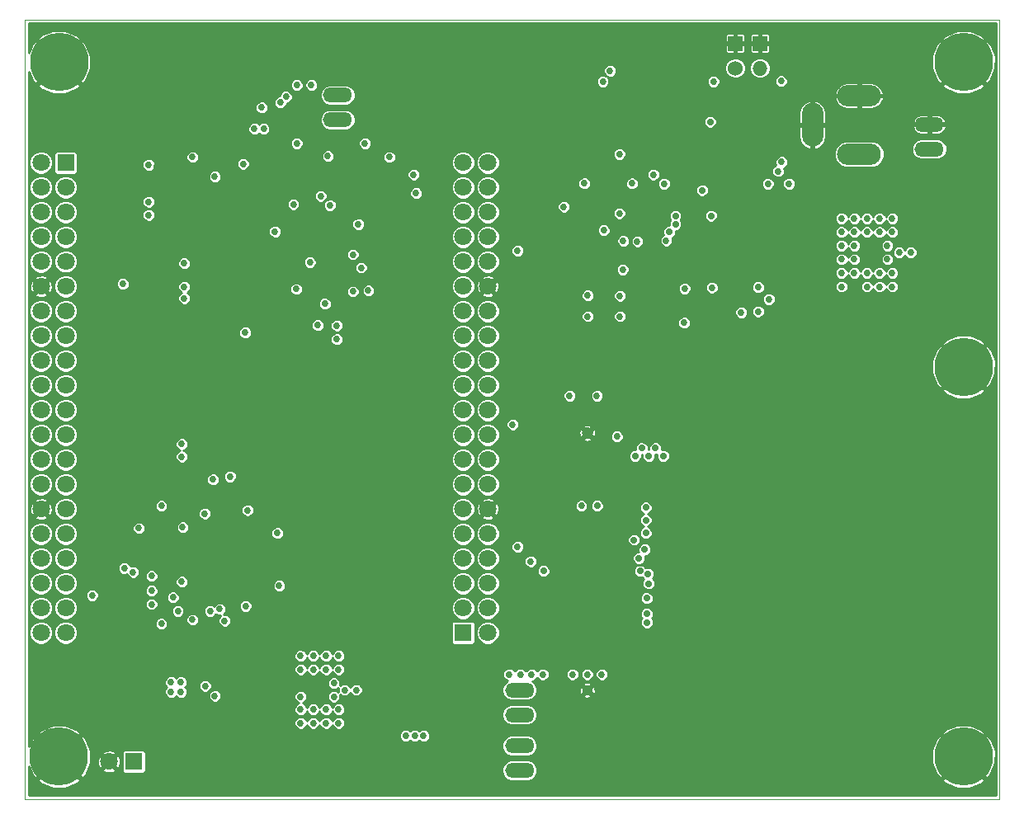
<source format=gbr>
G04 (created by PCBNEW-RS274X (2012-08-04 BZR 3667)-testing) date 10/11/2012 4:33:33 PM*
%MOIN*%
G04 Gerber Fmt 3.4, Leading zero omitted, Abs format*
%FSLAX34Y34*%
G01*
G70*
G90*
G04 APERTURE LIST*
%ADD10C,0.006*%
%ADD11C,0.0039*%
%ADD12C,0.0432*%
%ADD13C,0.0472*%
%ADD14O,0.1179X0.06*%
%ADD15R,0.06X0.06*%
%ADD16O,0.06X0.06*%
%ADD17C,0.06*%
%ADD18O,0.1772X0.086*%
%ADD19O,0.086X0.1772*%
%ADD20C,0.2362*%
%ADD21C,0.0707*%
%ADD22R,0.0707X0.0707*%
%ADD23C,0.0275*%
%ADD24C,0.0276*%
%ADD25C,0.01*%
%ADD26C,0.012*%
%ADD27C,0.0319*%
%ADD28C,0.011*%
G04 APERTURE END LIST*
G54D10*
G54D11*
X37795Y-22047D02*
X37795Y-53542D01*
X77165Y-22047D02*
X37795Y-22047D01*
X77165Y-53542D02*
X77165Y-22047D01*
X37795Y-53542D02*
X77165Y-53542D01*
G54D12*
X60519Y-49149D03*
G54D13*
X60519Y-38755D03*
G54D14*
X50432Y-25089D03*
X50432Y-26088D03*
X57781Y-50138D03*
X57781Y-49139D03*
X57781Y-52383D03*
X57781Y-51384D03*
X74331Y-26276D03*
X74331Y-27275D03*
G54D15*
X67493Y-23001D03*
G54D16*
X67493Y-24001D03*
G54D15*
X66494Y-23001D03*
G54D17*
X66494Y-24001D03*
G54D18*
X71500Y-25117D03*
G54D19*
X69610Y-26299D03*
G54D18*
X71500Y-27480D03*
G54D20*
X75717Y-23764D03*
X75717Y-36079D03*
G54D21*
X38445Y-27826D03*
X38445Y-28826D03*
X38445Y-29826D03*
X38445Y-30826D03*
X38445Y-31826D03*
X38445Y-32826D03*
X38445Y-33826D03*
X38445Y-34826D03*
X38445Y-35826D03*
X38445Y-36826D03*
X38445Y-37826D03*
X38445Y-38826D03*
X38445Y-39826D03*
X38445Y-40826D03*
X38445Y-41826D03*
X38445Y-42826D03*
X38445Y-43826D03*
X38445Y-44826D03*
X38445Y-45826D03*
X38445Y-46826D03*
X39444Y-28826D03*
X39444Y-29825D03*
X39445Y-30826D03*
X39445Y-31826D03*
X39445Y-32826D03*
X39445Y-33826D03*
X39445Y-34826D03*
X39445Y-35826D03*
X39445Y-36826D03*
X39445Y-38826D03*
X39445Y-37826D03*
X39445Y-39826D03*
X39445Y-40826D03*
X39445Y-41826D03*
X39445Y-42826D03*
X39445Y-43826D03*
X39445Y-44826D03*
X39445Y-45826D03*
X39444Y-46826D03*
G54D22*
X39444Y-27828D03*
G54D21*
X55496Y-27826D03*
X55496Y-28826D03*
X55496Y-29826D03*
X55496Y-30826D03*
X55496Y-31826D03*
X55496Y-32826D03*
X55496Y-33826D03*
X55496Y-34826D03*
X55496Y-35826D03*
X55496Y-36826D03*
X55496Y-37826D03*
X55496Y-38826D03*
X55496Y-39826D03*
X55496Y-40826D03*
X55495Y-41825D03*
X55496Y-42826D03*
X55496Y-43826D03*
X55496Y-44826D03*
X55496Y-45826D03*
G54D22*
X55494Y-46826D03*
G54D21*
X56496Y-27826D03*
X56496Y-28826D03*
X56496Y-29826D03*
X56496Y-30826D03*
X56496Y-31826D03*
X56496Y-32826D03*
X56496Y-34826D03*
X56496Y-33826D03*
X56496Y-36826D03*
X56496Y-35826D03*
X56496Y-37826D03*
X56496Y-39826D03*
X56496Y-38826D03*
X56496Y-46826D03*
X56496Y-45826D03*
X56496Y-44826D03*
X56496Y-43826D03*
X56496Y-41826D03*
X56496Y-40826D03*
X56496Y-42826D03*
X41194Y-52031D03*
G54D22*
X42195Y-52031D03*
G54D20*
X75717Y-51827D03*
X39173Y-51831D03*
X39177Y-23760D03*
G54D23*
X46693Y-34685D03*
X48642Y-29508D03*
X47441Y-26456D03*
X49370Y-24684D03*
X44232Y-31890D03*
X44134Y-39705D03*
X49311Y-31850D03*
X51043Y-31535D03*
X48760Y-32933D03*
X51043Y-33031D03*
X46791Y-41870D03*
X44173Y-42559D03*
X49449Y-47756D03*
X49961Y-49921D03*
X48937Y-48307D03*
X48937Y-49409D03*
X48937Y-49921D03*
X49449Y-49921D03*
X48937Y-50472D03*
X49961Y-50472D03*
X49449Y-50472D03*
X50472Y-50472D03*
X50276Y-49409D03*
X50276Y-48858D03*
X50472Y-49921D03*
X49961Y-47756D03*
X48937Y-47756D03*
X50472Y-47756D03*
X50472Y-48307D03*
X49449Y-48307D03*
X49961Y-48307D03*
X48071Y-44921D03*
X50709Y-49134D03*
X51181Y-49134D03*
X43307Y-46457D03*
X46713Y-45748D03*
X42402Y-42598D03*
X43307Y-41693D03*
X47362Y-25591D03*
X47992Y-42795D03*
X45866Y-46339D03*
X44134Y-44764D03*
X44567Y-46299D03*
X47067Y-26456D03*
X48111Y-25393D03*
X48347Y-25157D03*
X48780Y-24684D03*
X61831Y-34035D03*
X52520Y-27598D03*
X70787Y-32283D03*
X70787Y-32834D03*
X72834Y-32834D03*
X72323Y-32834D03*
X71811Y-32834D03*
X71299Y-31181D03*
X71299Y-31732D03*
X71299Y-32283D03*
X71811Y-32283D03*
X72323Y-32283D03*
X72834Y-32283D03*
X72638Y-31732D03*
X70787Y-31732D03*
X70787Y-31181D03*
X72834Y-30078D03*
X73110Y-31456D03*
X73583Y-31456D03*
X72638Y-31181D03*
X72834Y-30630D03*
X72323Y-30630D03*
X71811Y-30630D03*
X71299Y-30630D03*
X70787Y-30630D03*
X70787Y-30078D03*
X71299Y-30078D03*
X71811Y-30078D03*
X72323Y-30078D03*
X65551Y-32874D03*
X64449Y-32913D03*
X66732Y-33878D03*
X64429Y-34291D03*
X61142Y-24547D03*
X61437Y-24114D03*
X61811Y-27480D03*
X62323Y-28661D03*
X61815Y-29874D03*
X62539Y-31004D03*
X61949Y-32145D03*
X61831Y-33208D03*
X60531Y-34035D03*
X63622Y-28681D03*
X63705Y-30976D03*
X60531Y-33189D03*
X68661Y-28681D03*
X67421Y-33838D03*
X67815Y-28681D03*
X68228Y-28169D03*
X68366Y-27795D03*
X65610Y-24547D03*
X68346Y-24527D03*
X67421Y-32854D03*
X67854Y-33346D03*
X61969Y-30984D03*
X59567Y-29606D03*
X45472Y-28386D03*
X46614Y-27874D03*
X44567Y-27598D03*
X42795Y-27913D03*
X42795Y-29409D03*
X45472Y-49370D03*
X45079Y-48976D03*
X50394Y-34409D03*
X48780Y-27047D03*
X51535Y-27047D03*
X50039Y-27559D03*
X50394Y-34961D03*
X63189Y-28307D03*
X53504Y-28307D03*
X49626Y-34390D03*
X42795Y-29941D03*
X44134Y-39193D03*
X38071Y-48819D03*
X39016Y-47638D03*
X38071Y-47638D03*
X38071Y-50000D03*
X43209Y-51260D03*
X42028Y-51260D03*
X40846Y-51260D03*
X39961Y-49606D03*
X40748Y-49606D03*
X40748Y-48819D03*
X39961Y-48819D03*
X39961Y-47638D03*
X41142Y-47638D03*
X42323Y-47638D03*
X43307Y-47638D03*
X43346Y-46929D03*
X45157Y-48071D03*
X45591Y-47638D03*
X44488Y-47638D03*
X44606Y-46929D03*
X69724Y-28701D03*
X49626Y-32677D03*
X67441Y-28346D03*
X44232Y-32362D03*
X44350Y-42224D03*
X46732Y-47520D03*
X46732Y-47992D03*
X46732Y-48465D03*
X46575Y-48976D03*
X46181Y-49370D03*
X46732Y-47047D03*
X43819Y-41693D03*
X67441Y-29646D03*
X60630Y-30118D03*
X60630Y-29646D03*
X65335Y-33917D03*
X67441Y-26496D03*
X69252Y-28150D03*
X40748Y-42323D03*
X41535Y-42323D03*
X38957Y-42323D03*
X40354Y-31890D03*
X40354Y-32677D03*
X38957Y-32323D03*
X38071Y-25079D03*
X38071Y-26063D03*
X58780Y-26693D03*
X59567Y-27480D03*
X60020Y-29252D03*
X59390Y-28622D03*
X72638Y-28209D03*
X72638Y-28996D03*
X71457Y-28209D03*
X70236Y-27795D03*
X70236Y-28976D03*
X38071Y-40315D03*
X38071Y-39331D03*
X38071Y-38346D03*
X38071Y-37323D03*
X38071Y-36339D03*
X38071Y-35315D03*
X38071Y-34331D03*
X38071Y-33307D03*
X38071Y-32323D03*
X38071Y-41339D03*
X38071Y-28346D03*
X38071Y-29331D03*
X38071Y-30315D03*
X38071Y-31339D03*
X41516Y-25906D03*
X42343Y-25079D03*
X39961Y-27047D03*
X39016Y-27047D03*
X38071Y-27047D03*
X40669Y-26772D03*
X38071Y-44331D03*
X38071Y-43346D03*
X38071Y-42323D03*
X38071Y-46339D03*
X38071Y-45315D03*
X58681Y-41398D03*
X58071Y-46083D03*
X57638Y-46594D03*
X57106Y-46083D03*
X57106Y-45138D03*
X58071Y-45138D03*
X59331Y-38307D03*
X59331Y-37756D03*
X59331Y-37244D03*
X62106Y-38366D03*
X61181Y-39429D03*
X61181Y-39901D03*
X61181Y-40393D03*
X62106Y-38917D03*
X59921Y-42756D03*
X59921Y-43110D03*
X61102Y-42756D03*
X60512Y-42756D03*
X60512Y-43110D03*
X61102Y-43110D03*
X60512Y-44212D03*
X59921Y-44212D03*
X61102Y-44212D03*
X62323Y-47598D03*
X62323Y-47165D03*
X62697Y-30098D03*
X63130Y-30099D03*
X63130Y-29665D03*
X62697Y-29665D03*
X63287Y-31004D03*
X62323Y-48071D03*
X62244Y-42756D03*
X62264Y-40413D03*
X61378Y-37716D03*
X61378Y-38149D03*
X60354Y-37244D03*
X59331Y-38819D03*
X60590Y-41378D03*
X61181Y-40886D03*
X61181Y-41378D03*
X60590Y-39901D03*
X60590Y-40393D03*
X59941Y-40177D03*
X59941Y-39429D03*
X60590Y-40886D03*
X69173Y-31850D03*
X69173Y-30827D03*
X70236Y-31339D03*
X69803Y-33976D03*
X70236Y-33661D03*
X70236Y-32913D03*
X70236Y-30157D03*
X76870Y-27854D03*
X76870Y-26673D03*
X76870Y-29035D03*
X76870Y-33760D03*
X76870Y-30216D03*
X76870Y-31397D03*
X76870Y-32578D03*
X74862Y-28996D03*
X76870Y-25492D03*
X60866Y-31574D03*
X71299Y-33976D03*
X72520Y-33465D03*
X74331Y-32008D03*
X61063Y-33031D03*
X59921Y-33071D03*
X60394Y-34488D03*
X61417Y-34842D03*
X70079Y-34724D03*
X65354Y-34724D03*
X66535Y-34724D03*
X67716Y-34724D03*
X68897Y-34724D03*
X69291Y-36220D03*
X68504Y-36220D03*
X71260Y-34724D03*
X70866Y-35630D03*
X70079Y-36417D03*
X69291Y-35433D03*
X68504Y-35433D03*
X59921Y-45315D03*
X59921Y-44921D03*
X60512Y-44921D03*
X61102Y-44921D03*
X61102Y-45315D03*
X60512Y-45315D03*
X60512Y-46338D03*
X62244Y-46338D03*
X61083Y-46338D03*
X61083Y-47165D03*
X60512Y-47165D03*
X63583Y-47145D03*
X63583Y-48228D03*
X62205Y-49606D03*
X63189Y-49606D03*
X65157Y-50984D03*
X65945Y-50197D03*
X66732Y-49409D03*
X64370Y-51772D03*
X63386Y-51969D03*
X58661Y-51969D03*
X59843Y-51969D03*
X61024Y-51969D03*
X62205Y-51969D03*
X73622Y-32362D03*
X59921Y-46338D03*
X58760Y-49055D03*
X58760Y-49626D03*
X67520Y-48622D03*
X67323Y-51181D03*
X68307Y-47835D03*
X70079Y-51181D03*
X67323Y-51969D03*
X68110Y-51969D03*
X68110Y-51181D03*
X66929Y-37008D03*
X63583Y-45866D03*
X64960Y-36220D03*
X66142Y-37008D03*
X63583Y-44685D03*
X70866Y-51181D03*
X61890Y-34842D03*
X64960Y-35433D03*
X63583Y-43504D03*
X68504Y-37992D03*
X67716Y-38779D03*
X69291Y-37204D03*
X66929Y-37795D03*
X66142Y-37795D03*
X66142Y-40551D03*
X66929Y-39567D03*
X65354Y-41732D03*
X65354Y-42519D03*
X66142Y-41929D03*
X66142Y-43110D03*
X66142Y-44291D03*
X66142Y-45472D03*
X66142Y-46653D03*
X65354Y-45669D03*
X65354Y-46456D03*
X64567Y-46456D03*
X65453Y-47342D03*
X63878Y-48917D03*
X64665Y-48130D03*
X68504Y-46654D03*
X68504Y-42815D03*
X68504Y-44193D03*
X68504Y-45374D03*
X64567Y-41732D03*
X68504Y-41535D03*
X64567Y-42519D03*
X64567Y-45669D03*
X69291Y-40748D03*
X74016Y-36024D03*
X73228Y-36811D03*
X72441Y-37598D03*
X63583Y-42323D03*
X62283Y-44094D03*
X71654Y-38386D03*
X74803Y-38583D03*
X75591Y-38583D03*
X75591Y-39370D03*
X75591Y-40945D03*
X75591Y-41732D03*
X74803Y-41732D03*
X74803Y-40945D03*
X74803Y-39370D03*
X73228Y-39370D03*
X73228Y-40157D03*
X72441Y-40157D03*
X72441Y-39370D03*
X70866Y-39173D03*
X70079Y-39961D03*
X70079Y-40945D03*
X70079Y-41732D03*
X76772Y-38091D03*
X76772Y-39272D03*
X76772Y-40453D03*
X76772Y-41634D03*
X76772Y-42815D03*
X76772Y-43996D03*
X76772Y-45177D03*
X76772Y-46358D03*
X76772Y-47539D03*
X76772Y-48720D03*
X76772Y-49902D03*
X70866Y-41732D03*
X72441Y-42520D03*
X73228Y-42520D03*
X73228Y-43307D03*
X72441Y-43307D03*
X70866Y-44094D03*
X70079Y-44094D03*
X70079Y-44882D03*
X70866Y-44882D03*
X74803Y-44882D03*
X75591Y-44882D03*
X73228Y-45669D03*
X72441Y-45669D03*
X74803Y-44094D03*
X75591Y-44094D03*
X70079Y-47244D03*
X70866Y-47244D03*
X74803Y-49606D03*
X75591Y-49606D03*
X75591Y-48819D03*
X74803Y-48819D03*
X74803Y-48031D03*
X75591Y-48031D03*
X75591Y-47244D03*
X74803Y-47244D03*
X73228Y-46457D03*
X72441Y-46457D03*
X72441Y-49606D03*
X73228Y-49606D03*
X73228Y-48819D03*
X72441Y-48819D03*
X70866Y-48031D03*
X70079Y-48031D03*
X72441Y-51969D03*
X72441Y-51181D03*
X73228Y-51181D03*
X73228Y-51969D03*
X70079Y-50394D03*
X70866Y-50394D03*
X64173Y-34724D03*
X64173Y-37795D03*
X64173Y-38976D03*
X64173Y-40157D03*
X64173Y-36220D03*
X63779Y-36614D03*
X63583Y-41141D03*
X62323Y-41417D03*
X62323Y-41732D03*
X64173Y-35433D03*
X63150Y-34724D03*
X63150Y-35827D03*
X70866Y-40945D03*
X74646Y-32008D03*
X60512Y-48071D03*
X61102Y-48071D03*
X61102Y-47598D03*
X60512Y-47598D03*
X59921Y-47598D03*
X59921Y-48071D03*
X59921Y-47165D03*
X53858Y-29843D03*
X52992Y-30709D03*
X52126Y-31575D03*
X51535Y-31575D03*
X54724Y-31890D03*
X54724Y-28819D03*
X54724Y-29843D03*
X53150Y-32283D03*
X53937Y-32283D03*
X53150Y-33071D03*
X53937Y-33071D03*
X57303Y-42461D03*
X57323Y-33484D03*
X57343Y-31004D03*
X57972Y-32795D03*
X57323Y-32146D03*
X41535Y-39764D03*
X41535Y-39055D03*
X41417Y-36339D03*
X42283Y-36339D03*
X43110Y-36339D03*
X44173Y-36339D03*
X65453Y-22441D03*
X66634Y-22441D03*
X67815Y-22441D03*
X51594Y-26417D03*
X52697Y-26417D03*
X53287Y-25906D03*
X58012Y-25906D03*
X54469Y-25906D03*
X55650Y-25906D03*
X56831Y-25906D03*
X53937Y-47244D03*
X52756Y-47244D03*
X51575Y-47244D03*
X50394Y-47244D03*
X49213Y-47244D03*
X55748Y-50669D03*
X56693Y-50591D03*
X56693Y-49606D03*
X56693Y-48622D03*
X57480Y-47598D03*
X55138Y-47598D03*
X56280Y-47598D03*
X52165Y-37008D03*
X52953Y-37795D03*
X52165Y-37795D03*
X52953Y-37008D03*
X52165Y-39370D03*
X53346Y-35433D03*
X53346Y-34646D03*
X52559Y-34646D03*
X52559Y-35433D03*
X53937Y-37795D03*
X53937Y-42520D03*
X53937Y-41339D03*
X53937Y-40157D03*
X53937Y-38976D03*
X53937Y-36614D03*
X54724Y-35433D03*
X54724Y-34252D03*
X54724Y-33071D03*
X40748Y-41535D03*
X41535Y-41535D03*
X47697Y-24724D03*
X49626Y-28445D03*
X51240Y-28445D03*
X44291Y-31299D03*
X46201Y-31299D03*
X70945Y-29429D03*
X50295Y-51634D03*
X51476Y-51634D03*
X50374Y-45157D03*
X51024Y-44094D03*
X49606Y-44606D03*
X49961Y-44252D03*
X48110Y-41024D03*
X49488Y-38976D03*
X45669Y-35157D03*
X46457Y-35945D03*
X47244Y-36732D03*
X48031Y-37520D03*
X48819Y-38307D03*
X43110Y-32874D03*
X44843Y-34331D03*
X44213Y-33701D03*
X41929Y-31299D03*
X43110Y-31299D03*
X46614Y-25551D03*
X46614Y-26339D03*
X46614Y-24764D03*
X45827Y-24763D03*
X45039Y-24763D03*
X44291Y-27992D03*
X43110Y-27205D03*
X44291Y-27205D03*
X46654Y-29055D03*
X44291Y-29055D03*
X45472Y-29055D03*
X43110Y-29055D03*
X43110Y-27992D03*
X47185Y-28228D03*
X51280Y-23425D03*
X48917Y-23425D03*
X47736Y-23425D03*
X50098Y-23425D03*
X52461Y-23425D03*
X45965Y-22441D03*
X44783Y-22441D03*
X43602Y-22441D03*
X42421Y-22441D03*
X41240Y-22441D03*
X40079Y-22441D03*
X48327Y-22441D03*
X47146Y-22441D03*
X51280Y-24764D03*
X49508Y-22441D03*
X59232Y-25118D03*
X56969Y-24764D03*
X58445Y-24331D03*
X59547Y-24409D03*
X52461Y-24764D03*
X53642Y-24764D03*
X54823Y-24764D03*
X56004Y-24764D03*
X62165Y-25039D03*
X61811Y-25039D03*
X55413Y-22441D03*
X56594Y-22441D03*
X57776Y-22441D03*
X58957Y-22441D03*
X54232Y-22441D03*
X53051Y-22441D03*
X60394Y-23622D03*
X60394Y-23228D03*
X60394Y-22835D03*
X60394Y-22441D03*
X60177Y-25157D03*
X60020Y-25906D03*
X62323Y-27480D03*
X61594Y-26772D03*
X60807Y-26772D03*
X60846Y-25906D03*
X54823Y-23425D03*
X56004Y-23425D03*
X57185Y-23425D03*
X58366Y-23622D03*
X59547Y-23622D03*
X53642Y-23425D03*
X50689Y-22441D03*
X51870Y-22441D03*
X48780Y-29055D03*
X48760Y-27835D03*
X49272Y-29055D03*
X73819Y-22441D03*
X72539Y-22441D03*
X71358Y-22441D03*
X70177Y-22441D03*
X68996Y-23622D03*
X68996Y-22441D03*
X68346Y-26260D03*
X68346Y-27244D03*
X68346Y-25276D03*
X75492Y-26082D03*
X74862Y-30059D03*
X66713Y-32697D03*
X66201Y-31870D03*
X62441Y-32185D03*
X62244Y-32756D03*
X63661Y-32165D03*
X63661Y-32756D03*
X47815Y-31850D03*
X49803Y-31535D03*
X46831Y-40689D03*
X48110Y-41614D03*
X45197Y-43622D03*
X45748Y-43071D03*
X45197Y-43071D03*
X46299Y-43622D03*
X46841Y-43622D03*
X46850Y-43071D03*
X46299Y-43071D03*
X45748Y-43622D03*
X45748Y-44173D03*
X46299Y-44724D03*
X45197Y-44173D03*
X45197Y-44724D03*
X45748Y-44724D03*
X46850Y-44173D03*
X46850Y-44724D03*
X46309Y-44173D03*
X40846Y-53248D03*
X42028Y-53248D03*
X43209Y-53248D03*
X44390Y-53248D03*
X45571Y-53248D03*
X46752Y-53248D03*
X47933Y-53248D03*
X48268Y-25827D03*
X47441Y-45787D03*
X49252Y-44961D03*
X43701Y-26378D03*
X44685Y-26378D03*
X45669Y-26378D03*
X46260Y-26969D03*
X47047Y-26969D03*
X64803Y-22402D03*
X64803Y-22795D03*
X64803Y-23228D03*
X64803Y-23622D03*
X64213Y-24528D03*
X63622Y-24134D03*
X63622Y-26299D03*
X63622Y-25118D03*
X63622Y-27480D03*
X64685Y-26339D03*
X64685Y-27520D03*
X64685Y-28701D03*
X43130Y-24291D03*
X46555Y-23425D03*
X45413Y-23425D03*
X44154Y-23425D03*
X48268Y-29055D03*
X43464Y-25866D03*
X44252Y-25078D03*
X48031Y-46063D03*
X49213Y-46063D03*
X50394Y-46063D03*
X51575Y-46063D03*
X55669Y-49961D03*
X55669Y-48858D03*
X48031Y-47244D03*
X47244Y-47244D03*
X55020Y-51634D03*
X53839Y-51634D03*
X52657Y-51634D03*
X56201Y-51634D03*
X49114Y-51634D03*
X49114Y-53248D03*
X50295Y-53248D03*
X51476Y-53248D03*
X52657Y-53248D03*
X53839Y-53248D03*
X55020Y-53248D03*
X56201Y-53248D03*
X57382Y-53248D03*
X73917Y-53248D03*
X72736Y-53248D03*
X71555Y-53248D03*
X70374Y-53248D03*
X69193Y-53248D03*
X68012Y-53248D03*
X66831Y-53248D03*
X65650Y-53248D03*
X64469Y-53248D03*
X63287Y-53248D03*
X62106Y-53248D03*
X60925Y-53248D03*
X59744Y-53248D03*
X58563Y-53248D03*
X48268Y-27047D03*
X48268Y-27835D03*
X64173Y-31496D03*
X58701Y-47165D03*
X58701Y-48031D03*
X58701Y-47598D03*
X51024Y-40551D03*
X51024Y-41732D03*
X51024Y-42913D03*
X50000Y-37008D03*
X50000Y-35394D03*
X48819Y-35394D03*
X50079Y-39567D03*
X50000Y-38189D03*
X46457Y-35394D03*
X47638Y-35394D03*
X51024Y-39370D03*
X51024Y-38189D03*
X51024Y-37008D03*
X51024Y-34252D03*
X51024Y-33563D03*
X52165Y-40157D03*
X52953Y-40157D03*
X52953Y-39370D03*
X52165Y-41732D03*
X52953Y-41732D03*
X52953Y-42520D03*
X52165Y-42520D03*
X52165Y-44094D03*
X52953Y-44094D03*
X52953Y-44882D03*
X52165Y-44882D03*
X53937Y-44882D03*
X53937Y-43701D03*
X53937Y-46063D03*
X52756Y-46063D03*
X46614Y-32677D03*
X68996Y-24803D03*
X51260Y-30315D03*
X57697Y-31378D03*
G54D24*
X65157Y-28937D03*
X64075Y-29980D03*
X65516Y-29972D03*
X63823Y-30622D03*
G54D23*
X60394Y-28661D03*
X61181Y-30551D03*
G54D24*
X65476Y-26173D03*
X64075Y-30315D03*
G54D23*
X44094Y-48819D03*
X43701Y-49213D03*
X43701Y-48819D03*
X44094Y-49213D03*
X53189Y-50984D03*
X53543Y-50984D03*
X53898Y-50984D03*
X51673Y-32992D03*
X46083Y-40512D03*
X51378Y-32067D03*
X45394Y-40630D03*
X45669Y-45866D03*
X42913Y-45118D03*
X41752Y-32717D03*
X45059Y-42008D03*
X45276Y-45945D03*
X43976Y-45945D03*
X58720Y-48504D03*
X58268Y-48504D03*
X57815Y-48504D03*
X57362Y-48504D03*
X61102Y-48504D03*
X59921Y-48504D03*
X60512Y-48504D03*
G54D24*
X63586Y-39677D03*
G54D23*
X53602Y-29055D03*
X59803Y-37244D03*
X60276Y-41693D03*
G54D24*
X62602Y-43811D03*
X62878Y-41763D03*
G54D23*
X57697Y-43346D03*
G54D24*
X62838Y-43456D03*
X62401Y-43067D03*
X62878Y-42787D03*
X62878Y-42275D03*
G54D23*
X61716Y-38889D03*
X58228Y-43937D03*
G54D24*
X62720Y-39362D03*
G54D23*
X50118Y-29547D03*
X49921Y-33524D03*
X47894Y-30610D03*
X44232Y-32835D03*
G54D24*
X62996Y-39677D03*
G54D23*
X44232Y-33307D03*
X49744Y-29173D03*
G54D24*
X63271Y-39362D03*
X62445Y-39677D03*
G54D23*
X60906Y-37244D03*
G54D24*
X60909Y-41685D03*
X62917Y-46409D03*
G54D23*
X57500Y-38406D03*
G54D24*
X58744Y-44322D03*
X62642Y-44322D03*
X62917Y-46055D03*
X62917Y-45425D03*
X62996Y-44834D03*
X62956Y-44440D03*
G54D23*
X41811Y-44213D03*
X40512Y-45315D03*
X42165Y-44370D03*
X42913Y-44528D03*
X43780Y-45394D03*
X42913Y-45669D03*
G54D25*
X38071Y-50000D02*
X38071Y-48819D01*
X38071Y-47638D02*
X39016Y-47638D01*
X40748Y-49606D02*
X40748Y-51162D01*
X42028Y-51260D02*
X43209Y-51260D01*
X40748Y-51162D02*
X40846Y-51260D01*
X40748Y-48819D02*
X40748Y-49606D01*
X39961Y-47638D02*
X39961Y-48819D01*
X42323Y-47638D02*
X41142Y-47638D01*
X43307Y-46968D02*
X43307Y-47638D01*
X43346Y-46929D02*
X43307Y-46968D01*
X45158Y-48071D02*
X45157Y-48071D01*
X45591Y-47638D02*
X45158Y-48071D01*
X44488Y-47047D02*
X44488Y-47638D01*
X44606Y-46929D02*
X44488Y-47047D01*
X67441Y-28346D02*
X67441Y-29646D01*
X46732Y-47992D02*
X46732Y-48465D01*
X46181Y-49370D02*
X46575Y-48976D01*
X46732Y-47047D02*
X46732Y-47520D01*
G54D26*
X40748Y-42323D02*
X38957Y-42323D01*
X41535Y-41535D02*
X41535Y-42323D01*
X39804Y-32323D02*
X38957Y-32323D01*
G54D25*
X40158Y-32677D02*
X39804Y-32323D01*
X40354Y-32677D02*
X40158Y-32677D01*
G54D26*
X38071Y-27047D02*
X38071Y-26063D01*
G54D25*
X59567Y-27480D02*
X59567Y-28445D01*
G54D26*
X58012Y-25925D02*
X58780Y-26693D01*
X58012Y-25906D02*
X58012Y-25925D01*
G54D25*
X59567Y-28445D02*
X59390Y-28622D01*
X73248Y-28996D02*
X73012Y-28996D01*
X74862Y-28996D02*
X73248Y-28996D01*
X70236Y-28976D02*
X70236Y-30157D01*
X71457Y-28209D02*
X72638Y-28209D01*
X73012Y-28996D02*
X72638Y-28996D01*
X39961Y-27047D02*
X40394Y-27047D01*
X38071Y-39331D02*
X37953Y-39213D01*
X37953Y-39213D02*
X37953Y-38464D01*
X37953Y-38464D02*
X38071Y-38346D01*
X38071Y-35315D02*
X37953Y-35197D01*
X37953Y-35197D02*
X37953Y-34449D01*
X37953Y-34449D02*
X38071Y-34331D01*
X38071Y-33307D02*
X37953Y-33189D01*
X37953Y-33189D02*
X37953Y-32441D01*
X37953Y-32441D02*
X38071Y-32323D01*
X37953Y-28464D02*
X38071Y-28346D01*
X37953Y-29213D02*
X37953Y-28464D01*
X38071Y-29331D02*
X37953Y-29213D01*
X37953Y-30433D02*
X38071Y-30315D01*
X37953Y-31221D02*
X37953Y-30433D01*
X38071Y-31339D02*
X37953Y-31221D01*
X38071Y-27047D02*
X39016Y-27047D01*
X40669Y-26772D02*
X40652Y-26770D01*
X40652Y-26770D02*
X41516Y-25906D01*
X42343Y-25079D02*
X43130Y-24292D01*
X43130Y-24292D02*
X43130Y-24291D01*
X40394Y-27047D02*
X40669Y-26772D01*
X38071Y-44331D02*
X37953Y-44213D01*
X37953Y-44213D02*
X37953Y-43464D01*
X37953Y-43464D02*
X38071Y-43346D01*
G54D26*
X58071Y-45138D02*
X58071Y-46083D01*
X57617Y-46594D02*
X57638Y-46594D01*
X57106Y-46083D02*
X57617Y-46594D01*
X58071Y-45138D02*
X57106Y-45138D01*
G54D25*
X59331Y-38307D02*
X59331Y-37756D01*
X62106Y-38917D02*
X62106Y-38977D01*
X61181Y-40393D02*
X61181Y-39901D01*
X61654Y-39429D02*
X61181Y-39429D01*
X62106Y-38977D02*
X61654Y-39429D01*
X59921Y-43110D02*
X59921Y-42756D01*
X61102Y-42756D02*
X60512Y-42756D01*
X61102Y-43110D02*
X60512Y-43110D01*
X62323Y-47165D02*
X62323Y-47598D01*
X61181Y-41378D02*
X61181Y-40886D01*
X59941Y-39429D02*
X59941Y-40177D01*
X60590Y-40393D02*
X60590Y-40886D01*
X69173Y-30827D02*
X69566Y-30827D01*
X69566Y-30827D02*
X70236Y-30157D01*
X69921Y-33976D02*
X70236Y-33661D01*
X69803Y-33976D02*
X69921Y-33976D01*
X70236Y-31339D02*
X70236Y-32913D01*
X76870Y-26673D02*
X76870Y-27854D01*
X76870Y-29035D02*
X76870Y-30216D01*
X76870Y-31397D02*
X76870Y-32578D01*
X74862Y-28996D02*
X76831Y-28996D01*
X76831Y-28996D02*
X76870Y-29035D01*
X73622Y-32362D02*
X73622Y-32657D01*
X72814Y-33465D02*
X72520Y-33465D01*
X73622Y-32657D02*
X72814Y-33465D01*
X74331Y-32008D02*
X73976Y-32008D01*
X73976Y-32008D02*
X73622Y-32362D01*
X60866Y-31574D02*
X60866Y-32834D01*
X61063Y-33031D02*
X61063Y-34488D01*
X60866Y-32834D02*
X61063Y-33031D01*
X59921Y-33071D02*
X59921Y-34015D01*
X59921Y-34015D02*
X60394Y-34488D01*
X60394Y-34488D02*
X61063Y-34488D01*
X61063Y-34488D02*
X61417Y-34842D01*
X71260Y-34724D02*
X70079Y-34724D01*
X68897Y-34724D02*
X67716Y-34724D01*
X65354Y-34724D02*
X66535Y-34724D01*
X68504Y-36220D02*
X69291Y-36220D01*
X70079Y-36417D02*
X70866Y-35630D01*
X69291Y-35433D02*
X68504Y-35433D01*
X59921Y-44921D02*
X59921Y-45315D01*
X60512Y-44921D02*
X61102Y-44921D01*
X60512Y-45315D02*
X61102Y-45315D01*
X61083Y-46338D02*
X60512Y-46338D01*
X61083Y-46338D02*
X62244Y-46338D01*
X63583Y-47145D02*
X63583Y-48228D01*
X63878Y-48523D02*
X63878Y-48917D01*
X63878Y-48523D02*
X63583Y-48228D01*
X63189Y-49606D02*
X63878Y-48917D01*
X62205Y-49606D02*
X63189Y-49606D01*
X65157Y-50984D02*
X65944Y-50197D01*
X65944Y-50197D02*
X65945Y-50197D01*
X66732Y-49409D02*
X67519Y-48622D01*
X63583Y-51772D02*
X64370Y-51772D01*
X63386Y-51969D02*
X63583Y-51772D01*
X59843Y-51969D02*
X58661Y-51969D01*
X62205Y-51969D02*
X61024Y-51969D01*
X67519Y-48622D02*
X67520Y-48622D01*
X67520Y-48622D02*
X68307Y-47835D01*
X68110Y-51969D02*
X67323Y-51969D01*
X67323Y-51181D02*
X68110Y-51181D01*
X70079Y-51181D02*
X70866Y-51181D01*
X63583Y-45866D02*
X63583Y-44685D01*
X64960Y-36220D02*
X64960Y-35433D01*
X69291Y-37204D02*
X69291Y-37205D01*
X69291Y-37205D02*
X68504Y-37992D01*
X66929Y-37795D02*
X66929Y-37008D01*
X66929Y-37992D02*
X67716Y-38779D01*
X66929Y-37795D02*
X66929Y-37992D01*
X66929Y-37795D02*
X66142Y-37795D01*
X66929Y-39567D02*
X66929Y-39566D01*
X66929Y-39566D02*
X67716Y-38779D01*
X66142Y-40551D02*
X66142Y-41929D01*
X66142Y-41929D02*
X65551Y-41929D01*
X65551Y-41929D02*
X65354Y-41732D01*
X64567Y-42519D02*
X65354Y-42519D01*
X64567Y-42519D02*
X64567Y-45669D01*
X66142Y-43110D02*
X66142Y-44291D01*
X66142Y-45472D02*
X66142Y-46653D01*
X64567Y-45669D02*
X65354Y-45669D01*
X64567Y-46456D02*
X65354Y-46456D01*
X65453Y-47342D02*
X64665Y-48130D01*
X68504Y-46654D02*
X68504Y-45374D01*
X68504Y-44193D02*
X68504Y-42815D01*
X66142Y-40551D02*
X67520Y-40551D01*
X67520Y-40551D02*
X68504Y-41535D01*
X72441Y-37598D02*
X73228Y-36811D01*
X63583Y-42323D02*
X63583Y-43504D01*
X62283Y-44094D02*
X62993Y-44094D01*
X62993Y-44094D02*
X63583Y-43504D01*
X70867Y-39173D02*
X71654Y-38386D01*
X70866Y-39173D02*
X70867Y-39173D01*
X75591Y-39370D02*
X75591Y-38583D01*
X75591Y-41732D02*
X75591Y-40945D01*
X74803Y-40945D02*
X74803Y-41732D01*
X73228Y-39370D02*
X74803Y-39370D01*
X72441Y-40157D02*
X73228Y-40157D01*
X71063Y-39370D02*
X72441Y-39370D01*
X70866Y-39173D02*
X71063Y-39370D01*
X70078Y-39961D02*
X70079Y-39961D01*
X69291Y-40748D02*
X70078Y-39961D01*
X70079Y-41732D02*
X70079Y-40945D01*
X76772Y-45177D02*
X76772Y-43996D01*
X76772Y-40453D02*
X76772Y-39272D01*
X76772Y-42815D02*
X76772Y-41634D01*
X76477Y-44882D02*
X75591Y-44882D01*
X76772Y-45177D02*
X76477Y-44882D01*
X76772Y-47539D02*
X76772Y-46358D01*
X76772Y-49902D02*
X76772Y-48720D01*
X72441Y-42520D02*
X71654Y-42520D01*
X71654Y-42520D02*
X70866Y-41732D01*
X72441Y-45669D02*
X71653Y-45669D01*
X73228Y-43307D02*
X73228Y-42520D01*
X71653Y-43307D02*
X72441Y-43307D01*
X70866Y-44094D02*
X71653Y-43307D01*
X70079Y-44882D02*
X70079Y-44094D01*
X71653Y-45669D02*
X70866Y-44882D01*
X73228Y-45669D02*
X74016Y-45669D01*
X74016Y-45669D02*
X74803Y-44882D01*
X75591Y-44882D02*
X75591Y-44094D01*
X70866Y-47244D02*
X70079Y-47244D01*
X72441Y-46457D02*
X72441Y-45669D01*
X75591Y-49606D02*
X75591Y-48819D01*
X74803Y-48819D02*
X74803Y-48031D01*
X75591Y-48031D02*
X75591Y-47244D01*
X74803Y-47244D02*
X74016Y-46457D01*
X74016Y-46457D02*
X73228Y-46457D01*
X73228Y-49606D02*
X74803Y-49606D01*
X73228Y-49606D02*
X72441Y-49606D01*
X72441Y-48819D02*
X73228Y-48819D01*
X70079Y-48031D02*
X70866Y-48031D01*
X72441Y-51181D02*
X73228Y-51181D01*
X73228Y-51969D02*
X72441Y-51969D01*
X70866Y-50394D02*
X70079Y-50394D01*
X62008Y-34724D02*
X61890Y-34842D01*
X63150Y-34724D02*
X62008Y-34724D01*
X64173Y-34724D02*
X63150Y-34724D01*
X64173Y-35433D02*
X64173Y-34724D01*
X64173Y-35433D02*
X64173Y-36220D01*
X64173Y-37795D02*
X64173Y-38976D01*
X62323Y-41732D02*
X62323Y-41417D01*
X64173Y-36220D02*
X63779Y-36614D01*
X59921Y-48071D02*
X60512Y-48071D01*
X60512Y-47598D02*
X59921Y-47598D01*
X61102Y-47598D02*
X61102Y-48071D01*
X59921Y-47165D02*
X60512Y-47165D01*
G54D26*
X53150Y-32283D02*
X52243Y-32283D01*
X52126Y-31575D02*
X52992Y-30709D01*
X52243Y-32283D02*
X51535Y-31575D01*
X54724Y-31890D02*
X54724Y-29843D01*
X54724Y-33071D02*
X54724Y-31890D01*
X54724Y-29843D02*
X54724Y-28819D01*
X53150Y-32283D02*
X53150Y-33071D01*
X53937Y-33071D02*
X54724Y-33071D01*
X57323Y-32146D02*
X57323Y-33484D01*
X57323Y-32146D02*
X57323Y-31024D01*
X57323Y-31024D02*
X57343Y-31004D01*
X56496Y-32826D02*
X56643Y-32826D01*
X56643Y-32826D02*
X57323Y-32146D01*
G54D25*
X44173Y-36339D02*
X43110Y-36339D01*
X41535Y-39055D02*
X41417Y-38937D01*
X41417Y-38937D02*
X41417Y-36339D01*
X41535Y-39764D02*
X41535Y-41535D01*
X38465Y-32835D02*
X38445Y-32826D01*
X68996Y-22441D02*
X67815Y-22441D01*
X67815Y-22441D02*
X66634Y-22441D01*
X58012Y-25906D02*
X58012Y-25906D01*
X53287Y-25906D02*
X53208Y-25906D01*
X53208Y-25906D02*
X52697Y-26417D01*
X58012Y-25906D02*
X56831Y-25906D01*
X55650Y-25906D02*
X54469Y-25906D01*
X52756Y-47244D02*
X53937Y-47244D01*
X50394Y-47244D02*
X51575Y-47244D01*
X49213Y-47244D02*
X48031Y-47244D01*
X56693Y-48622D02*
X56693Y-49606D01*
X57717Y-47598D02*
X58701Y-47598D01*
X57717Y-47598D02*
X57480Y-47598D01*
X55138Y-47598D02*
X56280Y-47598D01*
G54D26*
X52953Y-37008D02*
X53543Y-37008D01*
X53543Y-37008D02*
X53937Y-36614D01*
X52165Y-37008D02*
X52165Y-35827D01*
G54D25*
X52165Y-39370D02*
X52165Y-37795D01*
X52953Y-37008D02*
X52953Y-37795D01*
G54D26*
X53346Y-35433D02*
X53346Y-34646D01*
X52165Y-35827D02*
X52559Y-35433D01*
X53937Y-37795D02*
X53937Y-36614D01*
G54D25*
X53937Y-40157D02*
X53937Y-38976D01*
G54D26*
X54724Y-35433D02*
X54724Y-34252D01*
G54D25*
X47697Y-24724D02*
X47697Y-23464D01*
X47697Y-23464D02*
X47736Y-23425D01*
X49626Y-28445D02*
X51240Y-28445D01*
X51240Y-28445D02*
X51240Y-28445D01*
X46201Y-31299D02*
X44291Y-31299D01*
X44291Y-31299D02*
X43110Y-31299D01*
X49114Y-51634D02*
X50295Y-51634D01*
X50295Y-51634D02*
X51476Y-51634D01*
X50178Y-44961D02*
X50374Y-45157D01*
X50178Y-44961D02*
X49252Y-44961D01*
X49252Y-44960D02*
X49606Y-44606D01*
X49252Y-44960D02*
X49252Y-44961D01*
X48110Y-41024D02*
X48110Y-40354D01*
X48110Y-40354D02*
X49488Y-38976D01*
X47244Y-36732D02*
X46457Y-35945D01*
X45669Y-35157D02*
X44843Y-34331D01*
X48031Y-37520D02*
X48818Y-38307D01*
X48818Y-38307D02*
X48819Y-38307D01*
X43110Y-32874D02*
X43386Y-32874D01*
X43110Y-31299D02*
X43110Y-32874D01*
X43386Y-32874D02*
X44213Y-33701D01*
X44291Y-29055D02*
X44291Y-30118D01*
X44291Y-30118D02*
X43110Y-31299D01*
X47736Y-23425D02*
X47717Y-23444D01*
X44567Y-24763D02*
X44252Y-25078D01*
X46614Y-24764D02*
X45828Y-24764D01*
X45828Y-24764D02*
X45827Y-24763D01*
X45039Y-24763D02*
X44567Y-24763D01*
X43110Y-29055D02*
X43110Y-28189D01*
X44291Y-29055D02*
X45472Y-29055D01*
X43110Y-28189D02*
X43110Y-27992D01*
X52461Y-23425D02*
X51280Y-23425D01*
X48917Y-23425D02*
X50098Y-23425D01*
X53642Y-23425D02*
X52461Y-23425D01*
X45965Y-22441D02*
X44783Y-22441D01*
X43602Y-22441D02*
X42421Y-22441D01*
X41240Y-22441D02*
X40079Y-22441D01*
X53642Y-24764D02*
X53642Y-23425D01*
X48327Y-22441D02*
X49508Y-22441D01*
X47736Y-23031D02*
X47146Y-22441D01*
X47736Y-23425D02*
X47736Y-23031D01*
X58445Y-24331D02*
X59232Y-25118D01*
X57402Y-24331D02*
X56969Y-24764D01*
X58445Y-24331D02*
X57402Y-24331D01*
X51280Y-24764D02*
X52461Y-24764D01*
X53642Y-24764D02*
X54823Y-24764D01*
X60177Y-25138D02*
X60177Y-25157D01*
X60276Y-25039D02*
X60177Y-25138D01*
X60335Y-25039D02*
X60276Y-25039D01*
X60453Y-25039D02*
X60335Y-25039D01*
X61811Y-25039D02*
X60453Y-25039D01*
X55413Y-22441D02*
X56594Y-22441D01*
X57776Y-22441D02*
X58957Y-22441D01*
X53051Y-22441D02*
X54232Y-22441D01*
X60394Y-23622D02*
X60394Y-23228D01*
X60394Y-22835D02*
X60394Y-22441D01*
X60020Y-25906D02*
X60846Y-25906D01*
X59547Y-24527D02*
X60177Y-25157D01*
X59547Y-24409D02*
X59547Y-24527D01*
X60807Y-26772D02*
X61594Y-26772D01*
X54823Y-23425D02*
X56004Y-23425D01*
X57185Y-23425D02*
X57382Y-23622D01*
X57382Y-23622D02*
X58366Y-23622D01*
X59547Y-23622D02*
X59547Y-24409D01*
X50689Y-22441D02*
X51870Y-22441D01*
X73819Y-22441D02*
X72539Y-22441D01*
X70177Y-22441D02*
X71358Y-22441D01*
X68996Y-22441D02*
X68996Y-23622D01*
X68346Y-27244D02*
X68346Y-26260D01*
X76870Y-25492D02*
X76082Y-25492D01*
X76082Y-25492D02*
X75492Y-26082D01*
X74862Y-31792D02*
X74646Y-32008D01*
X74862Y-30059D02*
X74862Y-31792D01*
X66201Y-31870D02*
X64547Y-31870D01*
X64547Y-31870D02*
X64173Y-31496D01*
X63661Y-32165D02*
X63661Y-32008D01*
X63661Y-32756D02*
X62244Y-32756D01*
X63661Y-32008D02*
X64173Y-31496D01*
X46831Y-40689D02*
X47775Y-40689D01*
X48110Y-41024D02*
X48110Y-41614D01*
X47775Y-40689D02*
X48110Y-41024D01*
X45748Y-43071D02*
X45197Y-43071D01*
X45197Y-43071D02*
X45197Y-43071D01*
X46299Y-43071D02*
X46850Y-43071D01*
X46840Y-43602D02*
X46299Y-43622D01*
X46841Y-43622D02*
X46840Y-43602D01*
X45758Y-44163D02*
X45748Y-43622D01*
X45748Y-44173D02*
X45758Y-44163D01*
X45187Y-44704D02*
X45197Y-44173D01*
X45197Y-44724D02*
X45187Y-44704D01*
X45571Y-53248D02*
X46752Y-53248D01*
X39665Y-53248D02*
X40846Y-53248D01*
X42028Y-53248D02*
X43209Y-53248D01*
X44390Y-53248D02*
X45571Y-53248D01*
X46752Y-53248D02*
X47933Y-53248D01*
X44390Y-53248D02*
X43209Y-53248D01*
G54D26*
X49252Y-44961D02*
X49252Y-46024D01*
X49252Y-46024D02*
X49213Y-46063D01*
X47441Y-45787D02*
X47755Y-45787D01*
X47755Y-45787D02*
X48031Y-46063D01*
G54D25*
X43701Y-26378D02*
X44685Y-26378D01*
X45669Y-26378D02*
X46260Y-26969D01*
X63622Y-24134D02*
X63622Y-25118D01*
X64803Y-23228D02*
X64803Y-22795D01*
X64803Y-23937D02*
X64803Y-23622D01*
X64213Y-24528D02*
X64803Y-23937D01*
X63622Y-26299D02*
X63622Y-27480D01*
X64645Y-26299D02*
X63622Y-26299D01*
X64685Y-26339D02*
X64645Y-26299D01*
X64685Y-28701D02*
X64685Y-27520D01*
X44252Y-25078D02*
X43917Y-25078D01*
X43917Y-25078D02*
X43130Y-24291D01*
X46555Y-23425D02*
X47736Y-23425D01*
X44154Y-23425D02*
X45413Y-23425D01*
X48031Y-47244D02*
X48031Y-46063D01*
X51575Y-46063D02*
X52165Y-46063D01*
X49213Y-46063D02*
X50394Y-46063D01*
X52657Y-51634D02*
X53839Y-51634D01*
X49114Y-53248D02*
X49114Y-51634D01*
X49114Y-53248D02*
X50295Y-53248D01*
X51476Y-53248D02*
X52657Y-53248D01*
X53839Y-53248D02*
X55020Y-53248D01*
X56201Y-53248D02*
X57382Y-53248D01*
X72736Y-53248D02*
X73917Y-53248D01*
X70374Y-53248D02*
X71555Y-53248D01*
X68012Y-53248D02*
X69193Y-53248D01*
X65650Y-53248D02*
X66831Y-53248D01*
X63287Y-53248D02*
X64469Y-53248D01*
X60925Y-53248D02*
X62106Y-53248D01*
X58563Y-53248D02*
X59744Y-53248D01*
G54D27*
X67520Y-22992D02*
X67496Y-23003D01*
X67509Y-23003D02*
X67520Y-22992D01*
G54D25*
X51024Y-39370D02*
X51024Y-40551D01*
X51024Y-42913D02*
X51024Y-41732D01*
X50079Y-39567D02*
X50827Y-39567D01*
X50827Y-39567D02*
X51024Y-39370D01*
X50000Y-38189D02*
X50000Y-37008D01*
X50079Y-39567D02*
X49488Y-38976D01*
X51024Y-38189D02*
X51024Y-37008D01*
X51024Y-34252D02*
X51024Y-34212D01*
X51024Y-34212D02*
X51024Y-33563D01*
G54D28*
X52953Y-42520D02*
X53937Y-42520D01*
G54D25*
X52953Y-39370D02*
X52953Y-40157D01*
X52165Y-40157D02*
X52165Y-41732D01*
X52953Y-41732D02*
X52953Y-42520D01*
X52165Y-42520D02*
X52165Y-44094D01*
X52953Y-44094D02*
X52953Y-44882D01*
X52165Y-44882D02*
X52165Y-46063D01*
X53937Y-46063D02*
X53937Y-44882D01*
X53937Y-43701D02*
X53937Y-42520D01*
X52165Y-46063D02*
X52756Y-46063D01*
G54D10*
G36*
X77019Y-53396D02*
X77007Y-53396D01*
X77007Y-51577D01*
X77007Y-35829D01*
X77007Y-23514D01*
X76814Y-23039D01*
X76806Y-23027D01*
X76658Y-22885D01*
X76596Y-22947D01*
X76596Y-22823D01*
X76454Y-22675D01*
X75981Y-22476D01*
X75467Y-22474D01*
X74992Y-22667D01*
X74980Y-22675D01*
X74838Y-22823D01*
X75717Y-23702D01*
X76596Y-22823D01*
X76596Y-22947D01*
X75779Y-23764D01*
X76658Y-24643D01*
X76806Y-24501D01*
X77005Y-24028D01*
X77007Y-23514D01*
X77007Y-35829D01*
X76814Y-35354D01*
X76806Y-35342D01*
X76658Y-35200D01*
X76596Y-35262D01*
X76596Y-35138D01*
X76596Y-24705D01*
X75717Y-23826D01*
X75655Y-23888D01*
X75655Y-23764D01*
X74776Y-22885D01*
X74628Y-23027D01*
X74429Y-23500D01*
X74427Y-24014D01*
X74620Y-24489D01*
X74628Y-24501D01*
X74776Y-24643D01*
X75655Y-23764D01*
X75655Y-23888D01*
X74838Y-24705D01*
X74980Y-24853D01*
X75453Y-25052D01*
X75967Y-25054D01*
X76442Y-24861D01*
X76454Y-24853D01*
X76596Y-24705D01*
X76596Y-35138D01*
X76454Y-34990D01*
X75981Y-34791D01*
X75467Y-34789D01*
X75053Y-34957D01*
X75053Y-27359D01*
X75053Y-27192D01*
X75014Y-27098D01*
X75014Y-26383D01*
X75014Y-26169D01*
X74940Y-26018D01*
X74817Y-25915D01*
X74664Y-25867D01*
X74375Y-25867D01*
X74375Y-26232D01*
X74999Y-26232D01*
X75014Y-26169D01*
X75014Y-26383D01*
X74999Y-26320D01*
X74375Y-26320D01*
X74375Y-26685D01*
X74664Y-26685D01*
X74817Y-26637D01*
X74940Y-26534D01*
X75014Y-26383D01*
X75014Y-27098D01*
X74989Y-27038D01*
X74872Y-26920D01*
X74718Y-26856D01*
X74551Y-26856D01*
X74287Y-26856D01*
X74287Y-26685D01*
X74287Y-26320D01*
X74287Y-26232D01*
X74287Y-25867D01*
X73998Y-25867D01*
X73845Y-25915D01*
X73722Y-26018D01*
X73648Y-26169D01*
X73663Y-26232D01*
X74287Y-26232D01*
X74287Y-26320D01*
X73663Y-26320D01*
X73648Y-26383D01*
X73722Y-26534D01*
X73845Y-26637D01*
X73998Y-26685D01*
X74287Y-26685D01*
X74287Y-26856D01*
X73945Y-26856D01*
X73791Y-26920D01*
X73673Y-27037D01*
X73609Y-27191D01*
X73609Y-27358D01*
X73673Y-27512D01*
X73790Y-27630D01*
X73944Y-27694D01*
X74111Y-27694D01*
X74717Y-27694D01*
X74871Y-27630D01*
X74989Y-27513D01*
X75053Y-27359D01*
X75053Y-34957D01*
X74992Y-34982D01*
X74980Y-34990D01*
X74838Y-35138D01*
X75717Y-36017D01*
X76596Y-35138D01*
X76596Y-35262D01*
X75779Y-36079D01*
X76658Y-36958D01*
X76806Y-36816D01*
X77005Y-36343D01*
X77007Y-35829D01*
X77007Y-51577D01*
X76814Y-51102D01*
X76806Y-51090D01*
X76658Y-50948D01*
X76596Y-51010D01*
X76596Y-50886D01*
X76596Y-37020D01*
X75717Y-36141D01*
X75655Y-36203D01*
X75655Y-36079D01*
X74776Y-35200D01*
X74628Y-35342D01*
X74429Y-35815D01*
X74427Y-36329D01*
X74620Y-36804D01*
X74628Y-36816D01*
X74776Y-36958D01*
X75655Y-36079D01*
X75655Y-36203D01*
X74838Y-37020D01*
X74980Y-37168D01*
X75453Y-37367D01*
X75967Y-37369D01*
X76442Y-37176D01*
X76454Y-37168D01*
X76596Y-37020D01*
X76596Y-50886D01*
X76454Y-50738D01*
X75981Y-50539D01*
X75467Y-50537D01*
X74992Y-50730D01*
X74980Y-50738D01*
X74838Y-50886D01*
X75717Y-51765D01*
X76596Y-50886D01*
X76596Y-51010D01*
X75779Y-51827D01*
X76658Y-52706D01*
X76806Y-52564D01*
X77005Y-52091D01*
X77007Y-51577D01*
X77007Y-53396D01*
X76596Y-53396D01*
X76596Y-52768D01*
X75717Y-51889D01*
X75655Y-51951D01*
X75655Y-51827D01*
X74776Y-50948D01*
X74628Y-51090D01*
X74429Y-51563D01*
X74427Y-52077D01*
X74620Y-52552D01*
X74628Y-52564D01*
X74776Y-52706D01*
X75655Y-51827D01*
X75655Y-51951D01*
X74838Y-52768D01*
X74980Y-52916D01*
X75453Y-53115D01*
X75967Y-53117D01*
X76442Y-52924D01*
X76454Y-52916D01*
X76596Y-52768D01*
X76596Y-53396D01*
X73847Y-53396D01*
X73847Y-31509D01*
X73847Y-31404D01*
X73807Y-31307D01*
X73733Y-31233D01*
X73636Y-31192D01*
X73531Y-31192D01*
X73434Y-31232D01*
X73360Y-31306D01*
X73346Y-31337D01*
X73334Y-31307D01*
X73260Y-31233D01*
X73163Y-31192D01*
X73098Y-31192D01*
X73098Y-30683D01*
X73098Y-30578D01*
X73098Y-30131D01*
X73098Y-30026D01*
X73058Y-29929D01*
X72984Y-29855D01*
X72887Y-29814D01*
X72782Y-29814D01*
X72685Y-29854D01*
X72611Y-29928D01*
X72578Y-30005D01*
X72547Y-29929D01*
X72521Y-29903D01*
X72521Y-27589D01*
X72521Y-27372D01*
X72480Y-27272D01*
X72480Y-25244D01*
X72480Y-24990D01*
X72471Y-24951D01*
X72368Y-24767D01*
X72203Y-24636D01*
X72000Y-24578D01*
X71544Y-24578D01*
X71544Y-25073D01*
X72466Y-25073D01*
X72480Y-24990D01*
X72480Y-25244D01*
X72466Y-25161D01*
X71544Y-25161D01*
X71544Y-25656D01*
X72000Y-25656D01*
X72203Y-25598D01*
X72368Y-25467D01*
X72471Y-25283D01*
X72480Y-25244D01*
X72480Y-27272D01*
X72438Y-27171D01*
X72285Y-27018D01*
X72084Y-26934D01*
X71867Y-26934D01*
X71456Y-26934D01*
X71456Y-25656D01*
X71456Y-25161D01*
X71456Y-25073D01*
X71456Y-24578D01*
X71000Y-24578D01*
X70797Y-24636D01*
X70632Y-24767D01*
X70529Y-24951D01*
X70520Y-24990D01*
X70534Y-25073D01*
X71456Y-25073D01*
X71456Y-25161D01*
X70534Y-25161D01*
X70520Y-25244D01*
X70529Y-25283D01*
X70632Y-25467D01*
X70797Y-25598D01*
X71000Y-25656D01*
X71456Y-25656D01*
X71456Y-26934D01*
X70917Y-26934D01*
X70716Y-27017D01*
X70563Y-27170D01*
X70479Y-27371D01*
X70479Y-27588D01*
X70562Y-27789D01*
X70715Y-27942D01*
X70916Y-28026D01*
X71133Y-28026D01*
X72083Y-28026D01*
X72284Y-27943D01*
X72437Y-27790D01*
X72521Y-27589D01*
X72521Y-29903D01*
X72473Y-29855D01*
X72376Y-29814D01*
X72271Y-29814D01*
X72174Y-29854D01*
X72100Y-29928D01*
X72066Y-30006D01*
X72035Y-29929D01*
X71961Y-29855D01*
X71864Y-29814D01*
X71759Y-29814D01*
X71662Y-29854D01*
X71588Y-29928D01*
X71554Y-30006D01*
X71523Y-29929D01*
X71449Y-29855D01*
X71352Y-29814D01*
X71247Y-29814D01*
X71150Y-29854D01*
X71076Y-29928D01*
X71042Y-30006D01*
X71011Y-29929D01*
X70937Y-29855D01*
X70840Y-29814D01*
X70735Y-29814D01*
X70638Y-29854D01*
X70564Y-29928D01*
X70523Y-30025D01*
X70523Y-30130D01*
X70563Y-30227D01*
X70637Y-30301D01*
X70734Y-30342D01*
X70839Y-30342D01*
X70936Y-30302D01*
X71010Y-30228D01*
X71043Y-30149D01*
X71075Y-30227D01*
X71149Y-30301D01*
X71246Y-30342D01*
X71351Y-30342D01*
X71448Y-30302D01*
X71522Y-30228D01*
X71555Y-30149D01*
X71587Y-30227D01*
X71661Y-30301D01*
X71758Y-30342D01*
X71863Y-30342D01*
X71960Y-30302D01*
X72034Y-30228D01*
X72067Y-30149D01*
X72099Y-30227D01*
X72173Y-30301D01*
X72270Y-30342D01*
X72375Y-30342D01*
X72472Y-30302D01*
X72546Y-30228D01*
X72578Y-30150D01*
X72610Y-30227D01*
X72684Y-30301D01*
X72781Y-30342D01*
X72886Y-30342D01*
X72983Y-30302D01*
X73057Y-30228D01*
X73098Y-30131D01*
X73098Y-30578D01*
X73058Y-30481D01*
X72984Y-30407D01*
X72887Y-30366D01*
X72782Y-30366D01*
X72685Y-30406D01*
X72611Y-30480D01*
X72578Y-30557D01*
X72547Y-30481D01*
X72473Y-30407D01*
X72376Y-30366D01*
X72271Y-30366D01*
X72174Y-30406D01*
X72100Y-30480D01*
X72066Y-30558D01*
X72035Y-30481D01*
X71961Y-30407D01*
X71864Y-30366D01*
X71759Y-30366D01*
X71662Y-30406D01*
X71588Y-30480D01*
X71554Y-30558D01*
X71523Y-30481D01*
X71449Y-30407D01*
X71352Y-30366D01*
X71247Y-30366D01*
X71150Y-30406D01*
X71076Y-30480D01*
X71042Y-30558D01*
X71011Y-30481D01*
X70937Y-30407D01*
X70840Y-30366D01*
X70735Y-30366D01*
X70638Y-30406D01*
X70564Y-30480D01*
X70523Y-30577D01*
X70523Y-30682D01*
X70563Y-30779D01*
X70637Y-30853D01*
X70734Y-30894D01*
X70839Y-30894D01*
X70936Y-30854D01*
X71010Y-30780D01*
X71043Y-30701D01*
X71075Y-30779D01*
X71149Y-30853D01*
X71246Y-30894D01*
X71351Y-30894D01*
X71448Y-30854D01*
X71522Y-30780D01*
X71555Y-30701D01*
X71587Y-30779D01*
X71661Y-30853D01*
X71758Y-30894D01*
X71863Y-30894D01*
X71960Y-30854D01*
X72034Y-30780D01*
X72067Y-30701D01*
X72099Y-30779D01*
X72173Y-30853D01*
X72270Y-30894D01*
X72375Y-30894D01*
X72472Y-30854D01*
X72546Y-30780D01*
X72578Y-30702D01*
X72610Y-30779D01*
X72684Y-30853D01*
X72781Y-30894D01*
X72886Y-30894D01*
X72983Y-30854D01*
X73057Y-30780D01*
X73098Y-30683D01*
X73098Y-31192D01*
X73058Y-31192D01*
X72961Y-31232D01*
X72902Y-31291D01*
X72902Y-31234D01*
X72902Y-31129D01*
X72862Y-31032D01*
X72788Y-30958D01*
X72691Y-30917D01*
X72586Y-30917D01*
X72489Y-30957D01*
X72415Y-31031D01*
X72374Y-31128D01*
X72374Y-31233D01*
X72414Y-31330D01*
X72488Y-31404D01*
X72585Y-31445D01*
X72690Y-31445D01*
X72787Y-31405D01*
X72861Y-31331D01*
X72902Y-31234D01*
X72902Y-31291D01*
X72887Y-31306D01*
X72846Y-31403D01*
X72846Y-31508D01*
X72886Y-31605D01*
X72960Y-31679D01*
X73057Y-31720D01*
X73162Y-31720D01*
X73259Y-31680D01*
X73333Y-31606D01*
X73346Y-31574D01*
X73359Y-31605D01*
X73433Y-31679D01*
X73530Y-31720D01*
X73635Y-31720D01*
X73732Y-31680D01*
X73806Y-31606D01*
X73847Y-31509D01*
X73847Y-53396D01*
X73098Y-53396D01*
X73098Y-32887D01*
X73098Y-32782D01*
X73098Y-32336D01*
X73098Y-32231D01*
X73058Y-32134D01*
X72984Y-32060D01*
X72902Y-32025D01*
X72902Y-31785D01*
X72902Y-31680D01*
X72862Y-31583D01*
X72788Y-31509D01*
X72691Y-31468D01*
X72586Y-31468D01*
X72489Y-31508D01*
X72415Y-31582D01*
X72374Y-31679D01*
X72374Y-31784D01*
X72414Y-31881D01*
X72488Y-31955D01*
X72585Y-31996D01*
X72690Y-31996D01*
X72787Y-31956D01*
X72861Y-31882D01*
X72902Y-31785D01*
X72902Y-32025D01*
X72887Y-32019D01*
X72782Y-32019D01*
X72685Y-32059D01*
X72611Y-32133D01*
X72578Y-32210D01*
X72547Y-32134D01*
X72473Y-32060D01*
X72376Y-32019D01*
X72271Y-32019D01*
X72174Y-32059D01*
X72100Y-32133D01*
X72066Y-32211D01*
X72035Y-32134D01*
X71961Y-32060D01*
X71864Y-32019D01*
X71759Y-32019D01*
X71662Y-32059D01*
X71588Y-32133D01*
X71563Y-32190D01*
X71563Y-31785D01*
X71563Y-31680D01*
X71563Y-31234D01*
X71563Y-31129D01*
X71523Y-31032D01*
X71449Y-30958D01*
X71352Y-30917D01*
X71247Y-30917D01*
X71150Y-30957D01*
X71076Y-31031D01*
X71042Y-31109D01*
X71011Y-31032D01*
X70937Y-30958D01*
X70840Y-30917D01*
X70735Y-30917D01*
X70638Y-30957D01*
X70564Y-31031D01*
X70523Y-31128D01*
X70523Y-31233D01*
X70563Y-31330D01*
X70637Y-31404D01*
X70734Y-31445D01*
X70839Y-31445D01*
X70936Y-31405D01*
X71010Y-31331D01*
X71043Y-31252D01*
X71075Y-31330D01*
X71149Y-31404D01*
X71246Y-31445D01*
X71351Y-31445D01*
X71448Y-31405D01*
X71522Y-31331D01*
X71563Y-31234D01*
X71563Y-31680D01*
X71523Y-31583D01*
X71449Y-31509D01*
X71352Y-31468D01*
X71247Y-31468D01*
X71150Y-31508D01*
X71076Y-31582D01*
X71042Y-31660D01*
X71011Y-31583D01*
X70937Y-31509D01*
X70840Y-31468D01*
X70735Y-31468D01*
X70638Y-31508D01*
X70564Y-31582D01*
X70523Y-31679D01*
X70523Y-31784D01*
X70563Y-31881D01*
X70637Y-31955D01*
X70734Y-31996D01*
X70839Y-31996D01*
X70936Y-31956D01*
X71010Y-31882D01*
X71043Y-31803D01*
X71075Y-31881D01*
X71149Y-31955D01*
X71246Y-31996D01*
X71351Y-31996D01*
X71448Y-31956D01*
X71522Y-31882D01*
X71563Y-31785D01*
X71563Y-32190D01*
X71554Y-32211D01*
X71523Y-32134D01*
X71449Y-32060D01*
X71352Y-32019D01*
X71247Y-32019D01*
X71150Y-32059D01*
X71076Y-32133D01*
X71042Y-32211D01*
X71011Y-32134D01*
X70937Y-32060D01*
X70840Y-32019D01*
X70735Y-32019D01*
X70638Y-32059D01*
X70564Y-32133D01*
X70523Y-32230D01*
X70523Y-32335D01*
X70563Y-32432D01*
X70637Y-32506D01*
X70734Y-32547D01*
X70839Y-32547D01*
X70936Y-32507D01*
X71010Y-32433D01*
X71043Y-32354D01*
X71075Y-32432D01*
X71149Y-32506D01*
X71246Y-32547D01*
X71351Y-32547D01*
X71448Y-32507D01*
X71522Y-32433D01*
X71555Y-32354D01*
X71587Y-32432D01*
X71661Y-32506D01*
X71758Y-32547D01*
X71863Y-32547D01*
X71960Y-32507D01*
X72034Y-32433D01*
X72067Y-32354D01*
X72099Y-32432D01*
X72173Y-32506D01*
X72270Y-32547D01*
X72375Y-32547D01*
X72472Y-32507D01*
X72546Y-32433D01*
X72578Y-32355D01*
X72610Y-32432D01*
X72684Y-32506D01*
X72781Y-32547D01*
X72886Y-32547D01*
X72983Y-32507D01*
X73057Y-32433D01*
X73098Y-32336D01*
X73098Y-32782D01*
X73058Y-32685D01*
X72984Y-32611D01*
X72887Y-32570D01*
X72782Y-32570D01*
X72685Y-32610D01*
X72611Y-32684D01*
X72578Y-32761D01*
X72547Y-32685D01*
X72473Y-32611D01*
X72376Y-32570D01*
X72271Y-32570D01*
X72174Y-32610D01*
X72100Y-32684D01*
X72066Y-32762D01*
X72035Y-32685D01*
X71961Y-32611D01*
X71864Y-32570D01*
X71759Y-32570D01*
X71662Y-32610D01*
X71588Y-32684D01*
X71547Y-32781D01*
X71547Y-32886D01*
X71587Y-32983D01*
X71661Y-33057D01*
X71758Y-33098D01*
X71863Y-33098D01*
X71960Y-33058D01*
X72034Y-32984D01*
X72067Y-32905D01*
X72099Y-32983D01*
X72173Y-33057D01*
X72270Y-33098D01*
X72375Y-33098D01*
X72472Y-33058D01*
X72546Y-32984D01*
X72578Y-32906D01*
X72610Y-32983D01*
X72684Y-33057D01*
X72781Y-33098D01*
X72886Y-33098D01*
X72983Y-33058D01*
X73057Y-32984D01*
X73098Y-32887D01*
X73098Y-53396D01*
X71051Y-53396D01*
X71051Y-32887D01*
X71051Y-32782D01*
X71011Y-32685D01*
X70937Y-32611D01*
X70840Y-32570D01*
X70735Y-32570D01*
X70638Y-32610D01*
X70564Y-32684D01*
X70523Y-32781D01*
X70523Y-32886D01*
X70563Y-32983D01*
X70637Y-33057D01*
X70734Y-33098D01*
X70839Y-33098D01*
X70936Y-33058D01*
X71010Y-32984D01*
X71051Y-32887D01*
X71051Y-53396D01*
X70149Y-53396D01*
X70149Y-26799D01*
X70149Y-26343D01*
X70149Y-26255D01*
X70149Y-25799D01*
X70091Y-25596D01*
X69960Y-25431D01*
X69776Y-25328D01*
X69737Y-25319D01*
X69654Y-25333D01*
X69654Y-26255D01*
X70149Y-26255D01*
X70149Y-26343D01*
X69654Y-26343D01*
X69654Y-27265D01*
X69737Y-27279D01*
X69776Y-27270D01*
X69960Y-27167D01*
X70091Y-27002D01*
X70149Y-26799D01*
X70149Y-53396D01*
X69566Y-53396D01*
X69566Y-27265D01*
X69566Y-26343D01*
X69566Y-26255D01*
X69566Y-25333D01*
X69483Y-25319D01*
X69444Y-25328D01*
X69260Y-25431D01*
X69129Y-25596D01*
X69071Y-25799D01*
X69071Y-26255D01*
X69566Y-26255D01*
X69566Y-26343D01*
X69071Y-26343D01*
X69071Y-26799D01*
X69129Y-27002D01*
X69260Y-27167D01*
X69444Y-27270D01*
X69483Y-27279D01*
X69566Y-27265D01*
X69566Y-53396D01*
X68925Y-53396D01*
X68925Y-28734D01*
X68925Y-28629D01*
X68885Y-28532D01*
X68811Y-28458D01*
X68714Y-28417D01*
X68630Y-28417D01*
X68630Y-27848D01*
X68630Y-27743D01*
X68610Y-27694D01*
X68610Y-24580D01*
X68610Y-24475D01*
X68570Y-24378D01*
X68496Y-24304D01*
X68399Y-24263D01*
X68294Y-24263D01*
X68197Y-24303D01*
X68123Y-24377D01*
X68082Y-24474D01*
X68082Y-24579D01*
X68122Y-24676D01*
X68196Y-24750D01*
X68293Y-24791D01*
X68398Y-24791D01*
X68495Y-24751D01*
X68569Y-24677D01*
X68610Y-24580D01*
X68610Y-27694D01*
X68590Y-27646D01*
X68516Y-27572D01*
X68419Y-27531D01*
X68314Y-27531D01*
X68217Y-27571D01*
X68143Y-27645D01*
X68102Y-27742D01*
X68102Y-27847D01*
X68133Y-27922D01*
X68079Y-27945D01*
X68005Y-28019D01*
X67964Y-28116D01*
X67964Y-28221D01*
X68004Y-28318D01*
X68078Y-28392D01*
X68175Y-28433D01*
X68280Y-28433D01*
X68377Y-28393D01*
X68451Y-28319D01*
X68492Y-28222D01*
X68492Y-28117D01*
X68460Y-28041D01*
X68515Y-28019D01*
X68589Y-27945D01*
X68630Y-27848D01*
X68630Y-28417D01*
X68609Y-28417D01*
X68512Y-28457D01*
X68438Y-28531D01*
X68397Y-28628D01*
X68397Y-28733D01*
X68437Y-28830D01*
X68511Y-28904D01*
X68608Y-28945D01*
X68713Y-28945D01*
X68810Y-28905D01*
X68884Y-28831D01*
X68925Y-28734D01*
X68925Y-53396D01*
X68118Y-53396D01*
X68118Y-33399D01*
X68118Y-33294D01*
X68079Y-33199D01*
X68079Y-28734D01*
X68079Y-28629D01*
X68039Y-28532D01*
X67965Y-28458D01*
X67920Y-28438D01*
X67920Y-24085D01*
X67920Y-23918D01*
X67902Y-23874D01*
X67902Y-23322D01*
X67902Y-23279D01*
X67902Y-23072D01*
X67902Y-22930D01*
X67902Y-22723D01*
X67902Y-22680D01*
X67886Y-22639D01*
X67855Y-22609D01*
X67815Y-22592D01*
X67564Y-22592D01*
X67537Y-22619D01*
X67537Y-22957D01*
X67875Y-22957D01*
X67902Y-22930D01*
X67902Y-23072D01*
X67875Y-23045D01*
X67537Y-23045D01*
X67537Y-23383D01*
X67564Y-23410D01*
X67815Y-23410D01*
X67855Y-23393D01*
X67886Y-23363D01*
X67902Y-23322D01*
X67902Y-23874D01*
X67856Y-23764D01*
X67739Y-23646D01*
X67585Y-23582D01*
X67449Y-23582D01*
X67449Y-23383D01*
X67449Y-23045D01*
X67449Y-22957D01*
X67449Y-22619D01*
X67422Y-22592D01*
X67171Y-22592D01*
X67131Y-22609D01*
X67100Y-22639D01*
X67084Y-22680D01*
X67084Y-22723D01*
X67084Y-22930D01*
X67111Y-22957D01*
X67449Y-22957D01*
X67449Y-23045D01*
X67111Y-23045D01*
X67084Y-23072D01*
X67084Y-23279D01*
X67084Y-23322D01*
X67100Y-23363D01*
X67131Y-23393D01*
X67171Y-23410D01*
X67422Y-23410D01*
X67449Y-23383D01*
X67449Y-23582D01*
X67418Y-23582D01*
X67402Y-23582D01*
X67248Y-23646D01*
X67130Y-23763D01*
X67066Y-23917D01*
X67066Y-24084D01*
X67130Y-24238D01*
X67247Y-24356D01*
X67401Y-24420D01*
X67568Y-24420D01*
X67584Y-24420D01*
X67738Y-24356D01*
X67856Y-24239D01*
X67920Y-24085D01*
X67920Y-28438D01*
X67868Y-28417D01*
X67763Y-28417D01*
X67666Y-28457D01*
X67592Y-28531D01*
X67551Y-28628D01*
X67551Y-28733D01*
X67591Y-28830D01*
X67665Y-28904D01*
X67762Y-28945D01*
X67867Y-28945D01*
X67964Y-28905D01*
X68038Y-28831D01*
X68079Y-28734D01*
X68079Y-33199D01*
X68078Y-33197D01*
X68004Y-33123D01*
X67907Y-33082D01*
X67802Y-33082D01*
X67705Y-33122D01*
X67685Y-33142D01*
X67685Y-32907D01*
X67685Y-32802D01*
X67645Y-32705D01*
X67571Y-32631D01*
X67474Y-32590D01*
X67369Y-32590D01*
X67272Y-32630D01*
X67198Y-32704D01*
X67157Y-32801D01*
X67157Y-32906D01*
X67197Y-33003D01*
X67271Y-33077D01*
X67368Y-33118D01*
X67473Y-33118D01*
X67570Y-33078D01*
X67644Y-33004D01*
X67685Y-32907D01*
X67685Y-33142D01*
X67631Y-33196D01*
X67590Y-33293D01*
X67590Y-33398D01*
X67630Y-33495D01*
X67704Y-33569D01*
X67801Y-33610D01*
X67906Y-33610D01*
X68003Y-33570D01*
X68077Y-33496D01*
X68118Y-33399D01*
X68118Y-53396D01*
X67685Y-53396D01*
X67685Y-33891D01*
X67685Y-33786D01*
X67645Y-33689D01*
X67571Y-33615D01*
X67474Y-33574D01*
X67369Y-33574D01*
X67272Y-33614D01*
X67198Y-33688D01*
X67157Y-33785D01*
X67157Y-33890D01*
X67197Y-33987D01*
X67271Y-34061D01*
X67368Y-34102D01*
X67473Y-34102D01*
X67570Y-34062D01*
X67644Y-33988D01*
X67685Y-33891D01*
X67685Y-53396D01*
X66996Y-53396D01*
X66996Y-33931D01*
X66996Y-33826D01*
X66956Y-33729D01*
X66921Y-33694D01*
X66921Y-24087D01*
X66921Y-23917D01*
X66903Y-23873D01*
X66903Y-23322D01*
X66903Y-23279D01*
X66903Y-23072D01*
X66903Y-22930D01*
X66903Y-22723D01*
X66903Y-22680D01*
X66887Y-22639D01*
X66856Y-22609D01*
X66816Y-22592D01*
X66565Y-22592D01*
X66538Y-22619D01*
X66538Y-22957D01*
X66876Y-22957D01*
X66903Y-22930D01*
X66903Y-23072D01*
X66876Y-23045D01*
X66538Y-23045D01*
X66538Y-23383D01*
X66565Y-23410D01*
X66816Y-23410D01*
X66856Y-23393D01*
X66887Y-23363D01*
X66903Y-23322D01*
X66903Y-23873D01*
X66856Y-23760D01*
X66737Y-23640D01*
X66580Y-23574D01*
X66450Y-23574D01*
X66450Y-23383D01*
X66450Y-23045D01*
X66450Y-22957D01*
X66450Y-22619D01*
X66423Y-22592D01*
X66172Y-22592D01*
X66132Y-22609D01*
X66101Y-22639D01*
X66085Y-22680D01*
X66085Y-22723D01*
X66085Y-22930D01*
X66112Y-22957D01*
X66450Y-22957D01*
X66450Y-23045D01*
X66112Y-23045D01*
X66085Y-23072D01*
X66085Y-23279D01*
X66085Y-23322D01*
X66101Y-23363D01*
X66132Y-23393D01*
X66172Y-23410D01*
X66423Y-23410D01*
X66450Y-23383D01*
X66450Y-23574D01*
X66410Y-23574D01*
X66253Y-23639D01*
X66133Y-23758D01*
X66067Y-23915D01*
X66067Y-24085D01*
X66132Y-24242D01*
X66251Y-24362D01*
X66408Y-24428D01*
X66578Y-24428D01*
X66735Y-24363D01*
X66855Y-24244D01*
X66921Y-24087D01*
X66921Y-33694D01*
X66882Y-33655D01*
X66785Y-33614D01*
X66680Y-33614D01*
X66583Y-33654D01*
X66509Y-33728D01*
X66468Y-33825D01*
X66468Y-33930D01*
X66508Y-34027D01*
X66582Y-34101D01*
X66679Y-34142D01*
X66784Y-34142D01*
X66881Y-34102D01*
X66955Y-34028D01*
X66996Y-33931D01*
X66996Y-53396D01*
X65874Y-53396D01*
X65874Y-24600D01*
X65874Y-24495D01*
X65834Y-24398D01*
X65760Y-24324D01*
X65663Y-24283D01*
X65558Y-24283D01*
X65461Y-24323D01*
X65387Y-24397D01*
X65346Y-24494D01*
X65346Y-24599D01*
X65386Y-24696D01*
X65460Y-24770D01*
X65557Y-24811D01*
X65662Y-24811D01*
X65759Y-24771D01*
X65833Y-24697D01*
X65874Y-24600D01*
X65874Y-53396D01*
X65815Y-53396D01*
X65815Y-32927D01*
X65815Y-32822D01*
X65781Y-32739D01*
X65781Y-30025D01*
X65781Y-29920D01*
X65741Y-29823D01*
X65741Y-26226D01*
X65741Y-26121D01*
X65701Y-26024D01*
X65627Y-25949D01*
X65529Y-25908D01*
X65424Y-25908D01*
X65327Y-25948D01*
X65252Y-26022D01*
X65211Y-26120D01*
X65211Y-26225D01*
X65251Y-26322D01*
X65325Y-26397D01*
X65423Y-26438D01*
X65528Y-26438D01*
X65625Y-26398D01*
X65700Y-26324D01*
X65741Y-26226D01*
X65741Y-29823D01*
X65667Y-29748D01*
X65569Y-29707D01*
X65464Y-29707D01*
X65422Y-29724D01*
X65422Y-28990D01*
X65422Y-28885D01*
X65382Y-28788D01*
X65308Y-28713D01*
X65210Y-28672D01*
X65105Y-28672D01*
X65008Y-28712D01*
X64933Y-28786D01*
X64892Y-28884D01*
X64892Y-28989D01*
X64932Y-29086D01*
X65006Y-29161D01*
X65104Y-29202D01*
X65209Y-29202D01*
X65306Y-29162D01*
X65381Y-29088D01*
X65422Y-28990D01*
X65422Y-29724D01*
X65367Y-29747D01*
X65292Y-29821D01*
X65251Y-29919D01*
X65251Y-30024D01*
X65291Y-30121D01*
X65365Y-30196D01*
X65463Y-30237D01*
X65568Y-30237D01*
X65665Y-30197D01*
X65740Y-30123D01*
X65781Y-30025D01*
X65781Y-32739D01*
X65775Y-32725D01*
X65701Y-32651D01*
X65604Y-32610D01*
X65499Y-32610D01*
X65402Y-32650D01*
X65328Y-32724D01*
X65287Y-32821D01*
X65287Y-32926D01*
X65327Y-33023D01*
X65401Y-33097D01*
X65498Y-33138D01*
X65603Y-33138D01*
X65700Y-33098D01*
X65774Y-33024D01*
X65815Y-32927D01*
X65815Y-53396D01*
X64713Y-53396D01*
X64713Y-32966D01*
X64713Y-32861D01*
X64673Y-32764D01*
X64599Y-32690D01*
X64502Y-32649D01*
X64397Y-32649D01*
X64340Y-32672D01*
X64340Y-30368D01*
X64340Y-30263D01*
X64300Y-30166D01*
X64282Y-30147D01*
X64299Y-30131D01*
X64340Y-30033D01*
X64340Y-29928D01*
X64300Y-29831D01*
X64226Y-29756D01*
X64128Y-29715D01*
X64023Y-29715D01*
X63926Y-29755D01*
X63886Y-29794D01*
X63886Y-28734D01*
X63886Y-28629D01*
X63846Y-28532D01*
X63772Y-28458D01*
X63675Y-28417D01*
X63570Y-28417D01*
X63473Y-28457D01*
X63453Y-28477D01*
X63453Y-28360D01*
X63453Y-28255D01*
X63413Y-28158D01*
X63339Y-28084D01*
X63242Y-28043D01*
X63137Y-28043D01*
X63040Y-28083D01*
X62966Y-28157D01*
X62925Y-28254D01*
X62925Y-28359D01*
X62965Y-28456D01*
X63039Y-28530D01*
X63136Y-28571D01*
X63241Y-28571D01*
X63338Y-28531D01*
X63412Y-28457D01*
X63453Y-28360D01*
X63453Y-28477D01*
X63399Y-28531D01*
X63358Y-28628D01*
X63358Y-28733D01*
X63398Y-28830D01*
X63472Y-28904D01*
X63569Y-28945D01*
X63674Y-28945D01*
X63771Y-28905D01*
X63845Y-28831D01*
X63886Y-28734D01*
X63886Y-29794D01*
X63851Y-29829D01*
X63810Y-29927D01*
X63810Y-30032D01*
X63850Y-30129D01*
X63867Y-30147D01*
X63851Y-30164D01*
X63810Y-30262D01*
X63810Y-30357D01*
X63771Y-30357D01*
X63674Y-30397D01*
X63599Y-30471D01*
X63558Y-30569D01*
X63558Y-30674D01*
X63585Y-30739D01*
X63556Y-30752D01*
X63482Y-30826D01*
X63441Y-30923D01*
X63441Y-31028D01*
X63481Y-31125D01*
X63555Y-31199D01*
X63652Y-31240D01*
X63757Y-31240D01*
X63854Y-31200D01*
X63928Y-31126D01*
X63969Y-31029D01*
X63969Y-30924D01*
X63942Y-30859D01*
X63972Y-30847D01*
X64047Y-30773D01*
X64088Y-30675D01*
X64088Y-30580D01*
X64127Y-30580D01*
X64224Y-30540D01*
X64299Y-30466D01*
X64340Y-30368D01*
X64340Y-32672D01*
X64300Y-32689D01*
X64226Y-32763D01*
X64185Y-32860D01*
X64185Y-32965D01*
X64225Y-33062D01*
X64299Y-33136D01*
X64396Y-33177D01*
X64501Y-33177D01*
X64598Y-33137D01*
X64672Y-33063D01*
X64713Y-32966D01*
X64713Y-53396D01*
X64693Y-53396D01*
X64693Y-34344D01*
X64693Y-34239D01*
X64653Y-34142D01*
X64579Y-34068D01*
X64482Y-34027D01*
X64377Y-34027D01*
X64280Y-34067D01*
X64206Y-34141D01*
X64165Y-34238D01*
X64165Y-34343D01*
X64205Y-34440D01*
X64279Y-34514D01*
X64376Y-34555D01*
X64481Y-34555D01*
X64578Y-34515D01*
X64652Y-34441D01*
X64693Y-34344D01*
X64693Y-53396D01*
X63851Y-53396D01*
X63851Y-39730D01*
X63851Y-39625D01*
X63811Y-39528D01*
X63737Y-39453D01*
X63639Y-39412D01*
X63536Y-39412D01*
X63536Y-39310D01*
X63496Y-39213D01*
X63422Y-39138D01*
X63324Y-39097D01*
X63219Y-39097D01*
X63122Y-39137D01*
X63047Y-39211D01*
X63006Y-39309D01*
X63006Y-39412D01*
X62985Y-39412D01*
X62985Y-39310D01*
X62945Y-39213D01*
X62871Y-39138D01*
X62803Y-39109D01*
X62803Y-31057D01*
X62803Y-30952D01*
X62763Y-30855D01*
X62689Y-30781D01*
X62592Y-30740D01*
X62587Y-30740D01*
X62587Y-28714D01*
X62587Y-28609D01*
X62547Y-28512D01*
X62473Y-28438D01*
X62376Y-28397D01*
X62271Y-28397D01*
X62174Y-28437D01*
X62100Y-28511D01*
X62075Y-28570D01*
X62075Y-27533D01*
X62075Y-27428D01*
X62035Y-27331D01*
X61961Y-27257D01*
X61864Y-27216D01*
X61759Y-27216D01*
X61701Y-27239D01*
X61701Y-24167D01*
X61701Y-24062D01*
X61661Y-23965D01*
X61587Y-23891D01*
X61490Y-23850D01*
X61385Y-23850D01*
X61288Y-23890D01*
X61214Y-23964D01*
X61173Y-24061D01*
X61173Y-24166D01*
X61213Y-24263D01*
X61260Y-24310D01*
X61195Y-24283D01*
X61090Y-24283D01*
X60993Y-24323D01*
X60919Y-24397D01*
X60878Y-24494D01*
X60878Y-24599D01*
X60918Y-24696D01*
X60992Y-24770D01*
X61089Y-24811D01*
X61194Y-24811D01*
X61291Y-24771D01*
X61365Y-24697D01*
X61406Y-24600D01*
X61406Y-24495D01*
X61366Y-24398D01*
X61318Y-24350D01*
X61384Y-24378D01*
X61489Y-24378D01*
X61586Y-24338D01*
X61660Y-24264D01*
X61701Y-24167D01*
X61701Y-27239D01*
X61662Y-27256D01*
X61588Y-27330D01*
X61547Y-27427D01*
X61547Y-27532D01*
X61587Y-27629D01*
X61661Y-27703D01*
X61758Y-27744D01*
X61863Y-27744D01*
X61960Y-27704D01*
X62034Y-27630D01*
X62075Y-27533D01*
X62075Y-28570D01*
X62059Y-28608D01*
X62059Y-28713D01*
X62099Y-28810D01*
X62173Y-28884D01*
X62270Y-28925D01*
X62375Y-28925D01*
X62472Y-28885D01*
X62546Y-28811D01*
X62587Y-28714D01*
X62587Y-30740D01*
X62487Y-30740D01*
X62390Y-30780D01*
X62316Y-30854D01*
X62275Y-30951D01*
X62275Y-31056D01*
X62315Y-31153D01*
X62389Y-31227D01*
X62486Y-31268D01*
X62591Y-31268D01*
X62688Y-31228D01*
X62762Y-31154D01*
X62803Y-31057D01*
X62803Y-39109D01*
X62773Y-39097D01*
X62668Y-39097D01*
X62571Y-39137D01*
X62496Y-39211D01*
X62455Y-39309D01*
X62455Y-39412D01*
X62393Y-39412D01*
X62296Y-39452D01*
X62233Y-39514D01*
X62233Y-31037D01*
X62233Y-30932D01*
X62193Y-30835D01*
X62119Y-30761D01*
X62079Y-30744D01*
X62079Y-29927D01*
X62079Y-29822D01*
X62039Y-29725D01*
X61965Y-29651D01*
X61868Y-29610D01*
X61763Y-29610D01*
X61666Y-29650D01*
X61592Y-29724D01*
X61551Y-29821D01*
X61551Y-29926D01*
X61591Y-30023D01*
X61665Y-30097D01*
X61762Y-30138D01*
X61867Y-30138D01*
X61964Y-30098D01*
X62038Y-30024D01*
X62079Y-29927D01*
X62079Y-30744D01*
X62022Y-30720D01*
X61917Y-30720D01*
X61820Y-30760D01*
X61746Y-30834D01*
X61705Y-30931D01*
X61705Y-31036D01*
X61745Y-31133D01*
X61819Y-31207D01*
X61916Y-31248D01*
X62021Y-31248D01*
X62118Y-31208D01*
X62192Y-31134D01*
X62233Y-31037D01*
X62233Y-39514D01*
X62221Y-39526D01*
X62213Y-39545D01*
X62213Y-32198D01*
X62213Y-32093D01*
X62173Y-31996D01*
X62099Y-31922D01*
X62002Y-31881D01*
X61897Y-31881D01*
X61800Y-31921D01*
X61726Y-31995D01*
X61685Y-32092D01*
X61685Y-32197D01*
X61725Y-32294D01*
X61799Y-32368D01*
X61896Y-32409D01*
X62001Y-32409D01*
X62098Y-32369D01*
X62172Y-32295D01*
X62213Y-32198D01*
X62213Y-39545D01*
X62180Y-39624D01*
X62180Y-39729D01*
X62220Y-39826D01*
X62294Y-39901D01*
X62392Y-39942D01*
X62497Y-39942D01*
X62594Y-39902D01*
X62669Y-39828D01*
X62710Y-39730D01*
X62710Y-39627D01*
X62731Y-39627D01*
X62731Y-39729D01*
X62771Y-39826D01*
X62845Y-39901D01*
X62943Y-39942D01*
X63048Y-39942D01*
X63145Y-39902D01*
X63220Y-39828D01*
X63261Y-39730D01*
X63261Y-39627D01*
X63321Y-39627D01*
X63321Y-39729D01*
X63361Y-39826D01*
X63435Y-39901D01*
X63533Y-39942D01*
X63638Y-39942D01*
X63735Y-39902D01*
X63810Y-39828D01*
X63851Y-39730D01*
X63851Y-53396D01*
X63261Y-53396D01*
X63261Y-44887D01*
X63261Y-44782D01*
X63221Y-44685D01*
X63153Y-44616D01*
X63180Y-44591D01*
X63221Y-44493D01*
X63221Y-44388D01*
X63181Y-44291D01*
X63143Y-44252D01*
X63143Y-42840D01*
X63143Y-42735D01*
X63103Y-42638D01*
X63029Y-42563D01*
X62952Y-42530D01*
X63027Y-42500D01*
X63102Y-42426D01*
X63143Y-42328D01*
X63143Y-42223D01*
X63103Y-42126D01*
X63029Y-42051D01*
X62952Y-42018D01*
X63027Y-41988D01*
X63102Y-41914D01*
X63143Y-41816D01*
X63143Y-41711D01*
X63103Y-41614D01*
X63029Y-41539D01*
X62931Y-41498D01*
X62826Y-41498D01*
X62729Y-41538D01*
X62654Y-41612D01*
X62613Y-41710D01*
X62613Y-41815D01*
X62653Y-41912D01*
X62727Y-41987D01*
X62803Y-42019D01*
X62729Y-42050D01*
X62654Y-42124D01*
X62613Y-42222D01*
X62613Y-42327D01*
X62653Y-42424D01*
X62727Y-42499D01*
X62803Y-42531D01*
X62729Y-42562D01*
X62654Y-42636D01*
X62613Y-42734D01*
X62613Y-42839D01*
X62653Y-42936D01*
X62727Y-43011D01*
X62825Y-43052D01*
X62930Y-43052D01*
X63027Y-43012D01*
X63102Y-42938D01*
X63143Y-42840D01*
X63143Y-44252D01*
X63107Y-44216D01*
X63009Y-44175D01*
X62904Y-44175D01*
X62873Y-44187D01*
X62867Y-44173D01*
X62793Y-44098D01*
X62697Y-44058D01*
X62751Y-44036D01*
X62826Y-43962D01*
X62867Y-43864D01*
X62867Y-43759D01*
X62851Y-43721D01*
X62890Y-43721D01*
X62987Y-43681D01*
X63062Y-43607D01*
X63103Y-43509D01*
X63103Y-43404D01*
X63063Y-43307D01*
X62989Y-43232D01*
X62891Y-43191D01*
X62786Y-43191D01*
X62689Y-43231D01*
X62666Y-43253D01*
X62666Y-43120D01*
X62666Y-43015D01*
X62626Y-42918D01*
X62552Y-42843D01*
X62454Y-42802D01*
X62349Y-42802D01*
X62252Y-42842D01*
X62177Y-42916D01*
X62136Y-43014D01*
X62136Y-43119D01*
X62176Y-43216D01*
X62250Y-43291D01*
X62348Y-43332D01*
X62453Y-43332D01*
X62550Y-43292D01*
X62625Y-43218D01*
X62666Y-43120D01*
X62666Y-43253D01*
X62614Y-43305D01*
X62573Y-43403D01*
X62573Y-43508D01*
X62588Y-43546D01*
X62550Y-43546D01*
X62453Y-43586D01*
X62378Y-43660D01*
X62337Y-43758D01*
X62337Y-43863D01*
X62377Y-43960D01*
X62451Y-44035D01*
X62546Y-44074D01*
X62493Y-44097D01*
X62418Y-44171D01*
X62377Y-44269D01*
X62377Y-44374D01*
X62417Y-44471D01*
X62491Y-44546D01*
X62589Y-44587D01*
X62694Y-44587D01*
X62724Y-44574D01*
X62731Y-44589D01*
X62798Y-44657D01*
X62772Y-44683D01*
X62731Y-44781D01*
X62731Y-44886D01*
X62771Y-44983D01*
X62845Y-45058D01*
X62943Y-45099D01*
X63048Y-45099D01*
X63145Y-45059D01*
X63220Y-44985D01*
X63261Y-44887D01*
X63261Y-53396D01*
X63182Y-53396D01*
X63182Y-46462D01*
X63182Y-46357D01*
X63142Y-46260D01*
X63114Y-46232D01*
X63141Y-46206D01*
X63182Y-46108D01*
X63182Y-46003D01*
X63182Y-45478D01*
X63182Y-45373D01*
X63142Y-45276D01*
X63068Y-45201D01*
X62970Y-45160D01*
X62865Y-45160D01*
X62768Y-45200D01*
X62693Y-45274D01*
X62652Y-45372D01*
X62652Y-45477D01*
X62692Y-45574D01*
X62766Y-45649D01*
X62864Y-45690D01*
X62969Y-45690D01*
X63066Y-45650D01*
X63141Y-45576D01*
X63182Y-45478D01*
X63182Y-46003D01*
X63142Y-45906D01*
X63068Y-45831D01*
X62970Y-45790D01*
X62865Y-45790D01*
X62768Y-45830D01*
X62693Y-45904D01*
X62652Y-46002D01*
X62652Y-46107D01*
X62692Y-46204D01*
X62719Y-46231D01*
X62693Y-46258D01*
X62652Y-46356D01*
X62652Y-46461D01*
X62692Y-46558D01*
X62766Y-46633D01*
X62864Y-46674D01*
X62969Y-46674D01*
X63066Y-46634D01*
X63141Y-46560D01*
X63182Y-46462D01*
X63182Y-53396D01*
X62095Y-53396D01*
X62095Y-34088D01*
X62095Y-33983D01*
X62095Y-33261D01*
X62095Y-33156D01*
X62055Y-33059D01*
X61981Y-32985D01*
X61884Y-32944D01*
X61779Y-32944D01*
X61682Y-32984D01*
X61608Y-33058D01*
X61567Y-33155D01*
X61567Y-33260D01*
X61607Y-33357D01*
X61681Y-33431D01*
X61778Y-33472D01*
X61883Y-33472D01*
X61980Y-33432D01*
X62054Y-33358D01*
X62095Y-33261D01*
X62095Y-33983D01*
X62055Y-33886D01*
X61981Y-33812D01*
X61884Y-33771D01*
X61779Y-33771D01*
X61682Y-33811D01*
X61608Y-33885D01*
X61567Y-33982D01*
X61567Y-34087D01*
X61607Y-34184D01*
X61681Y-34258D01*
X61778Y-34299D01*
X61883Y-34299D01*
X61980Y-34259D01*
X62054Y-34185D01*
X62095Y-34088D01*
X62095Y-53396D01*
X61980Y-53396D01*
X61980Y-38942D01*
X61980Y-38837D01*
X61940Y-38740D01*
X61866Y-38666D01*
X61769Y-38625D01*
X61664Y-38625D01*
X61567Y-38665D01*
X61493Y-38739D01*
X61452Y-38836D01*
X61452Y-38941D01*
X61492Y-39038D01*
X61566Y-39112D01*
X61663Y-39153D01*
X61768Y-39153D01*
X61865Y-39113D01*
X61939Y-39039D01*
X61980Y-38942D01*
X61980Y-53396D01*
X61445Y-53396D01*
X61445Y-30604D01*
X61445Y-30499D01*
X61405Y-30402D01*
X61331Y-30328D01*
X61234Y-30287D01*
X61129Y-30287D01*
X61032Y-30327D01*
X60958Y-30401D01*
X60917Y-30498D01*
X60917Y-30603D01*
X60957Y-30700D01*
X61031Y-30774D01*
X61128Y-30815D01*
X61233Y-30815D01*
X61330Y-30775D01*
X61404Y-30701D01*
X61445Y-30604D01*
X61445Y-53396D01*
X61366Y-53396D01*
X61366Y-48557D01*
X61366Y-48452D01*
X61326Y-48355D01*
X61252Y-48281D01*
X61174Y-48248D01*
X61174Y-41738D01*
X61174Y-41633D01*
X61170Y-41623D01*
X61170Y-37297D01*
X61170Y-37192D01*
X61130Y-37095D01*
X61056Y-37021D01*
X60959Y-36980D01*
X60854Y-36980D01*
X60795Y-37004D01*
X60795Y-34088D01*
X60795Y-33983D01*
X60795Y-33242D01*
X60795Y-33137D01*
X60755Y-33040D01*
X60681Y-32966D01*
X60658Y-32956D01*
X60658Y-28714D01*
X60658Y-28609D01*
X60618Y-28512D01*
X60544Y-28438D01*
X60447Y-28397D01*
X60342Y-28397D01*
X60245Y-28437D01*
X60171Y-28511D01*
X60130Y-28608D01*
X60130Y-28713D01*
X60170Y-28810D01*
X60244Y-28884D01*
X60341Y-28925D01*
X60446Y-28925D01*
X60543Y-28885D01*
X60617Y-28811D01*
X60658Y-28714D01*
X60658Y-32956D01*
X60584Y-32925D01*
X60479Y-32925D01*
X60382Y-32965D01*
X60308Y-33039D01*
X60267Y-33136D01*
X60267Y-33241D01*
X60307Y-33338D01*
X60381Y-33412D01*
X60478Y-33453D01*
X60583Y-33453D01*
X60680Y-33413D01*
X60754Y-33339D01*
X60795Y-33242D01*
X60795Y-33983D01*
X60755Y-33886D01*
X60681Y-33812D01*
X60584Y-33771D01*
X60479Y-33771D01*
X60382Y-33811D01*
X60308Y-33885D01*
X60267Y-33982D01*
X60267Y-34087D01*
X60307Y-34184D01*
X60381Y-34258D01*
X60478Y-34299D01*
X60583Y-34299D01*
X60680Y-34259D01*
X60754Y-34185D01*
X60795Y-34088D01*
X60795Y-37004D01*
X60757Y-37020D01*
X60683Y-37094D01*
X60642Y-37191D01*
X60642Y-37296D01*
X60682Y-37393D01*
X60756Y-37467D01*
X60853Y-37508D01*
X60958Y-37508D01*
X61055Y-37468D01*
X61129Y-37394D01*
X61170Y-37297D01*
X61170Y-41623D01*
X61134Y-41536D01*
X61060Y-41461D01*
X60962Y-41420D01*
X60868Y-41420D01*
X60868Y-38793D01*
X60856Y-38657D01*
X60827Y-38586D01*
X60776Y-38560D01*
X60714Y-38622D01*
X60714Y-38498D01*
X60688Y-38447D01*
X60557Y-38406D01*
X60421Y-38418D01*
X60350Y-38447D01*
X60324Y-38498D01*
X60519Y-38693D01*
X60714Y-38498D01*
X60714Y-38622D01*
X60581Y-38755D01*
X60776Y-38950D01*
X60827Y-38924D01*
X60868Y-38793D01*
X60868Y-41420D01*
X60857Y-41420D01*
X60760Y-41460D01*
X60714Y-41505D01*
X60714Y-39012D01*
X60519Y-38817D01*
X60457Y-38879D01*
X60457Y-38755D01*
X60262Y-38560D01*
X60211Y-38586D01*
X60170Y-38717D01*
X60182Y-38853D01*
X60211Y-38924D01*
X60262Y-38950D01*
X60457Y-38755D01*
X60457Y-38879D01*
X60324Y-39012D01*
X60350Y-39063D01*
X60481Y-39104D01*
X60617Y-39092D01*
X60688Y-39063D01*
X60714Y-39012D01*
X60714Y-41505D01*
X60685Y-41534D01*
X60644Y-41632D01*
X60644Y-41737D01*
X60684Y-41834D01*
X60758Y-41909D01*
X60856Y-41950D01*
X60961Y-41950D01*
X61058Y-41910D01*
X61133Y-41836D01*
X61174Y-41738D01*
X61174Y-48248D01*
X61155Y-48240D01*
X61050Y-48240D01*
X60953Y-48280D01*
X60879Y-48354D01*
X60838Y-48451D01*
X60838Y-48556D01*
X60878Y-48653D01*
X60952Y-48727D01*
X61049Y-48768D01*
X61154Y-48768D01*
X61251Y-48728D01*
X61325Y-48654D01*
X61366Y-48557D01*
X61366Y-53396D01*
X60849Y-53396D01*
X60849Y-49183D01*
X60836Y-49054D01*
X60810Y-48992D01*
X60776Y-48975D01*
X60776Y-48557D01*
X60776Y-48452D01*
X60736Y-48355D01*
X60662Y-48281D01*
X60565Y-48240D01*
X60540Y-48240D01*
X60540Y-41746D01*
X60540Y-41641D01*
X60500Y-41544D01*
X60426Y-41470D01*
X60329Y-41429D01*
X60224Y-41429D01*
X60127Y-41469D01*
X60067Y-41529D01*
X60067Y-37297D01*
X60067Y-37192D01*
X60027Y-37095D01*
X59953Y-37021D01*
X59856Y-36980D01*
X59831Y-36980D01*
X59831Y-29659D01*
X59831Y-29554D01*
X59791Y-29457D01*
X59717Y-29383D01*
X59620Y-29342D01*
X59515Y-29342D01*
X59418Y-29382D01*
X59344Y-29456D01*
X59303Y-29553D01*
X59303Y-29658D01*
X59343Y-29755D01*
X59417Y-29829D01*
X59514Y-29870D01*
X59619Y-29870D01*
X59716Y-29830D01*
X59790Y-29756D01*
X59831Y-29659D01*
X59831Y-36980D01*
X59751Y-36980D01*
X59654Y-37020D01*
X59580Y-37094D01*
X59539Y-37191D01*
X59539Y-37296D01*
X59579Y-37393D01*
X59653Y-37467D01*
X59750Y-37508D01*
X59855Y-37508D01*
X59952Y-37468D01*
X60026Y-37394D01*
X60067Y-37297D01*
X60067Y-41529D01*
X60053Y-41543D01*
X60012Y-41640D01*
X60012Y-41745D01*
X60052Y-41842D01*
X60126Y-41916D01*
X60223Y-41957D01*
X60328Y-41957D01*
X60425Y-41917D01*
X60499Y-41843D01*
X60540Y-41746D01*
X60540Y-48240D01*
X60460Y-48240D01*
X60363Y-48280D01*
X60289Y-48354D01*
X60248Y-48451D01*
X60248Y-48556D01*
X60288Y-48653D01*
X60362Y-48727D01*
X60459Y-48768D01*
X60564Y-48768D01*
X60661Y-48728D01*
X60735Y-48654D01*
X60776Y-48557D01*
X60776Y-48975D01*
X60762Y-48968D01*
X60700Y-49030D01*
X60700Y-48906D01*
X60676Y-48858D01*
X60553Y-48819D01*
X60424Y-48832D01*
X60362Y-48858D01*
X60338Y-48906D01*
X60519Y-49087D01*
X60700Y-48906D01*
X60700Y-49030D01*
X60581Y-49149D01*
X60762Y-49330D01*
X60810Y-49306D01*
X60849Y-49183D01*
X60849Y-53396D01*
X60700Y-53396D01*
X60700Y-49392D01*
X60519Y-49211D01*
X60457Y-49273D01*
X60457Y-49149D01*
X60276Y-48968D01*
X60228Y-48992D01*
X60189Y-49115D01*
X60202Y-49244D01*
X60228Y-49306D01*
X60276Y-49330D01*
X60457Y-49149D01*
X60457Y-49273D01*
X60338Y-49392D01*
X60362Y-49440D01*
X60485Y-49479D01*
X60614Y-49466D01*
X60676Y-49440D01*
X60700Y-49392D01*
X60700Y-53396D01*
X60185Y-53396D01*
X60185Y-48557D01*
X60185Y-48452D01*
X60145Y-48355D01*
X60071Y-48281D01*
X59974Y-48240D01*
X59869Y-48240D01*
X59772Y-48280D01*
X59698Y-48354D01*
X59657Y-48451D01*
X59657Y-48556D01*
X59697Y-48653D01*
X59771Y-48727D01*
X59868Y-48768D01*
X59973Y-48768D01*
X60070Y-48728D01*
X60144Y-48654D01*
X60185Y-48557D01*
X60185Y-53396D01*
X59009Y-53396D01*
X59009Y-44375D01*
X59009Y-44270D01*
X58969Y-44173D01*
X58895Y-44098D01*
X58797Y-44057D01*
X58692Y-44057D01*
X58595Y-44097D01*
X58520Y-44171D01*
X58492Y-44237D01*
X58492Y-43990D01*
X58492Y-43885D01*
X58452Y-43788D01*
X58378Y-43714D01*
X58281Y-43673D01*
X58176Y-43673D01*
X58079Y-43713D01*
X58005Y-43787D01*
X57964Y-43884D01*
X57964Y-43989D01*
X58004Y-44086D01*
X58078Y-44160D01*
X58175Y-44201D01*
X58280Y-44201D01*
X58377Y-44161D01*
X58451Y-44087D01*
X58492Y-43990D01*
X58492Y-44237D01*
X58479Y-44269D01*
X58479Y-44374D01*
X58519Y-44471D01*
X58593Y-44546D01*
X58691Y-44587D01*
X58796Y-44587D01*
X58893Y-44547D01*
X58968Y-44473D01*
X59009Y-44375D01*
X59009Y-53396D01*
X58984Y-53396D01*
X58984Y-48557D01*
X58984Y-48452D01*
X58944Y-48355D01*
X58870Y-48281D01*
X58773Y-48240D01*
X58668Y-48240D01*
X58571Y-48280D01*
X58497Y-48354D01*
X58494Y-48360D01*
X58492Y-48355D01*
X58418Y-48281D01*
X58321Y-48240D01*
X58216Y-48240D01*
X58119Y-48280D01*
X58045Y-48354D01*
X58041Y-48361D01*
X58039Y-48355D01*
X57965Y-48281D01*
X57961Y-48279D01*
X57961Y-43399D01*
X57961Y-43294D01*
X57961Y-31431D01*
X57961Y-31326D01*
X57921Y-31229D01*
X57847Y-31155D01*
X57750Y-31114D01*
X57645Y-31114D01*
X57548Y-31154D01*
X57474Y-31228D01*
X57433Y-31325D01*
X57433Y-31430D01*
X57473Y-31527D01*
X57547Y-31601D01*
X57644Y-31642D01*
X57749Y-31642D01*
X57846Y-31602D01*
X57920Y-31528D01*
X57961Y-31431D01*
X57961Y-43294D01*
X57921Y-43197D01*
X57847Y-43123D01*
X57764Y-43087D01*
X57764Y-38459D01*
X57764Y-38354D01*
X57724Y-38257D01*
X57650Y-38183D01*
X57553Y-38142D01*
X57448Y-38142D01*
X57351Y-38182D01*
X57277Y-38256D01*
X57236Y-38353D01*
X57236Y-38458D01*
X57276Y-38555D01*
X57350Y-38629D01*
X57447Y-38670D01*
X57552Y-38670D01*
X57649Y-38630D01*
X57723Y-38556D01*
X57764Y-38459D01*
X57764Y-43087D01*
X57750Y-43082D01*
X57645Y-43082D01*
X57548Y-43122D01*
X57474Y-43196D01*
X57433Y-43293D01*
X57433Y-43398D01*
X57473Y-43495D01*
X57547Y-43569D01*
X57644Y-43610D01*
X57749Y-43610D01*
X57846Y-43570D01*
X57920Y-43496D01*
X57961Y-43399D01*
X57961Y-48279D01*
X57868Y-48240D01*
X57763Y-48240D01*
X57666Y-48280D01*
X57592Y-48354D01*
X57588Y-48361D01*
X57586Y-48355D01*
X57512Y-48281D01*
X57415Y-48240D01*
X57310Y-48240D01*
X57213Y-48280D01*
X57139Y-48354D01*
X57098Y-48451D01*
X57098Y-48556D01*
X57138Y-48653D01*
X57212Y-48727D01*
X57294Y-48761D01*
X57241Y-48784D01*
X57123Y-48901D01*
X57059Y-49055D01*
X57059Y-49222D01*
X57123Y-49376D01*
X57240Y-49494D01*
X57394Y-49558D01*
X57561Y-49558D01*
X58167Y-49558D01*
X58321Y-49494D01*
X58439Y-49377D01*
X58503Y-49223D01*
X58503Y-49056D01*
X58439Y-48902D01*
X58322Y-48784D01*
X58283Y-48768D01*
X58320Y-48768D01*
X58417Y-48728D01*
X58491Y-48654D01*
X58493Y-48647D01*
X58496Y-48653D01*
X58570Y-48727D01*
X58667Y-48768D01*
X58772Y-48768D01*
X58869Y-48728D01*
X58943Y-48654D01*
X58984Y-48557D01*
X58984Y-53396D01*
X58503Y-53396D01*
X58503Y-52467D01*
X58503Y-52300D01*
X58503Y-51468D01*
X58503Y-51301D01*
X58503Y-50222D01*
X58503Y-50055D01*
X58439Y-49901D01*
X58322Y-49783D01*
X58168Y-49719D01*
X58001Y-49719D01*
X57395Y-49719D01*
X57241Y-49783D01*
X57123Y-49900D01*
X57059Y-50054D01*
X57059Y-50221D01*
X57123Y-50375D01*
X57240Y-50493D01*
X57394Y-50557D01*
X57561Y-50557D01*
X58167Y-50557D01*
X58321Y-50493D01*
X58439Y-50376D01*
X58503Y-50222D01*
X58503Y-51301D01*
X58439Y-51147D01*
X58322Y-51029D01*
X58168Y-50965D01*
X58001Y-50965D01*
X57395Y-50965D01*
X57241Y-51029D01*
X57123Y-51146D01*
X57059Y-51300D01*
X57059Y-51467D01*
X57123Y-51621D01*
X57240Y-51739D01*
X57394Y-51803D01*
X57561Y-51803D01*
X58167Y-51803D01*
X58321Y-51739D01*
X58439Y-51622D01*
X58503Y-51468D01*
X58503Y-52300D01*
X58439Y-52146D01*
X58322Y-52028D01*
X58168Y-51964D01*
X58001Y-51964D01*
X57395Y-51964D01*
X57241Y-52028D01*
X57123Y-52145D01*
X57059Y-52299D01*
X57059Y-52466D01*
X57123Y-52620D01*
X57240Y-52738D01*
X57394Y-52802D01*
X57561Y-52802D01*
X58167Y-52802D01*
X58321Y-52738D01*
X58439Y-52621D01*
X58503Y-52467D01*
X58503Y-53396D01*
X56976Y-53396D01*
X56976Y-46922D01*
X56976Y-46731D01*
X56976Y-45922D01*
X56976Y-45731D01*
X56976Y-44922D01*
X56976Y-44731D01*
X56976Y-43922D01*
X56976Y-43731D01*
X56976Y-42922D01*
X56976Y-42731D01*
X56976Y-40922D01*
X56976Y-40731D01*
X56976Y-39922D01*
X56976Y-39731D01*
X56976Y-38922D01*
X56976Y-38731D01*
X56976Y-37922D01*
X56976Y-37731D01*
X56976Y-36922D01*
X56976Y-36731D01*
X56976Y-35922D01*
X56976Y-35731D01*
X56976Y-34922D01*
X56976Y-34731D01*
X56976Y-33922D01*
X56976Y-33731D01*
X56976Y-31922D01*
X56976Y-31731D01*
X56976Y-30922D01*
X56976Y-30731D01*
X56976Y-29922D01*
X56976Y-29731D01*
X56976Y-28922D01*
X56976Y-28731D01*
X56976Y-27922D01*
X56976Y-27731D01*
X56903Y-27555D01*
X56768Y-27419D01*
X56592Y-27346D01*
X56401Y-27346D01*
X56225Y-27419D01*
X56089Y-27554D01*
X56016Y-27730D01*
X56016Y-27921D01*
X56089Y-28097D01*
X56224Y-28233D01*
X56400Y-28306D01*
X56591Y-28306D01*
X56767Y-28233D01*
X56903Y-28098D01*
X56976Y-27922D01*
X56976Y-28731D01*
X56903Y-28555D01*
X56768Y-28419D01*
X56592Y-28346D01*
X56401Y-28346D01*
X56225Y-28419D01*
X56089Y-28554D01*
X56016Y-28730D01*
X56016Y-28921D01*
X56089Y-29097D01*
X56224Y-29233D01*
X56400Y-29306D01*
X56591Y-29306D01*
X56767Y-29233D01*
X56903Y-29098D01*
X56976Y-28922D01*
X56976Y-29731D01*
X56903Y-29555D01*
X56768Y-29419D01*
X56592Y-29346D01*
X56401Y-29346D01*
X56225Y-29419D01*
X56089Y-29554D01*
X56016Y-29730D01*
X56016Y-29921D01*
X56089Y-30097D01*
X56224Y-30233D01*
X56400Y-30306D01*
X56591Y-30306D01*
X56767Y-30233D01*
X56903Y-30098D01*
X56976Y-29922D01*
X56976Y-30731D01*
X56903Y-30555D01*
X56768Y-30419D01*
X56592Y-30346D01*
X56401Y-30346D01*
X56225Y-30419D01*
X56089Y-30554D01*
X56016Y-30730D01*
X56016Y-30921D01*
X56089Y-31097D01*
X56224Y-31233D01*
X56400Y-31306D01*
X56591Y-31306D01*
X56767Y-31233D01*
X56903Y-31098D01*
X56976Y-30922D01*
X56976Y-31731D01*
X56903Y-31555D01*
X56768Y-31419D01*
X56592Y-31346D01*
X56401Y-31346D01*
X56225Y-31419D01*
X56089Y-31554D01*
X56016Y-31730D01*
X56016Y-31921D01*
X56089Y-32097D01*
X56224Y-32233D01*
X56400Y-32306D01*
X56591Y-32306D01*
X56767Y-32233D01*
X56903Y-32098D01*
X56976Y-31922D01*
X56976Y-33731D01*
X56961Y-33694D01*
X56961Y-32892D01*
X56951Y-32709D01*
X56900Y-32587D01*
X56839Y-32545D01*
X56777Y-32607D01*
X56777Y-32483D01*
X56735Y-32422D01*
X56562Y-32361D01*
X56379Y-32371D01*
X56257Y-32422D01*
X56215Y-32483D01*
X56496Y-32764D01*
X56777Y-32483D01*
X56777Y-32607D01*
X56558Y-32826D01*
X56839Y-33107D01*
X56900Y-33065D01*
X56961Y-32892D01*
X56961Y-33694D01*
X56903Y-33555D01*
X56777Y-33428D01*
X56777Y-33169D01*
X56496Y-32888D01*
X56434Y-32950D01*
X56434Y-32826D01*
X56153Y-32545D01*
X56092Y-32587D01*
X56031Y-32760D01*
X56041Y-32943D01*
X56092Y-33065D01*
X56153Y-33107D01*
X56434Y-32826D01*
X56434Y-32950D01*
X56215Y-33169D01*
X56257Y-33230D01*
X56430Y-33291D01*
X56613Y-33281D01*
X56735Y-33230D01*
X56777Y-33169D01*
X56777Y-33428D01*
X56768Y-33419D01*
X56592Y-33346D01*
X56401Y-33346D01*
X56225Y-33419D01*
X56089Y-33554D01*
X56016Y-33730D01*
X56016Y-33921D01*
X56089Y-34097D01*
X56224Y-34233D01*
X56400Y-34306D01*
X56591Y-34306D01*
X56767Y-34233D01*
X56903Y-34098D01*
X56976Y-33922D01*
X56976Y-34731D01*
X56903Y-34555D01*
X56768Y-34419D01*
X56592Y-34346D01*
X56401Y-34346D01*
X56225Y-34419D01*
X56089Y-34554D01*
X56016Y-34730D01*
X56016Y-34921D01*
X56089Y-35097D01*
X56224Y-35233D01*
X56400Y-35306D01*
X56591Y-35306D01*
X56767Y-35233D01*
X56903Y-35098D01*
X56976Y-34922D01*
X56976Y-35731D01*
X56903Y-35555D01*
X56768Y-35419D01*
X56592Y-35346D01*
X56401Y-35346D01*
X56225Y-35419D01*
X56089Y-35554D01*
X56016Y-35730D01*
X56016Y-35921D01*
X56089Y-36097D01*
X56224Y-36233D01*
X56400Y-36306D01*
X56591Y-36306D01*
X56767Y-36233D01*
X56903Y-36098D01*
X56976Y-35922D01*
X56976Y-36731D01*
X56903Y-36555D01*
X56768Y-36419D01*
X56592Y-36346D01*
X56401Y-36346D01*
X56225Y-36419D01*
X56089Y-36554D01*
X56016Y-36730D01*
X56016Y-36921D01*
X56089Y-37097D01*
X56224Y-37233D01*
X56400Y-37306D01*
X56591Y-37306D01*
X56767Y-37233D01*
X56903Y-37098D01*
X56976Y-36922D01*
X56976Y-37731D01*
X56903Y-37555D01*
X56768Y-37419D01*
X56592Y-37346D01*
X56401Y-37346D01*
X56225Y-37419D01*
X56089Y-37554D01*
X56016Y-37730D01*
X56016Y-37921D01*
X56089Y-38097D01*
X56224Y-38233D01*
X56400Y-38306D01*
X56591Y-38306D01*
X56767Y-38233D01*
X56903Y-38098D01*
X56976Y-37922D01*
X56976Y-38731D01*
X56903Y-38555D01*
X56768Y-38419D01*
X56592Y-38346D01*
X56401Y-38346D01*
X56225Y-38419D01*
X56089Y-38554D01*
X56016Y-38730D01*
X56016Y-38921D01*
X56089Y-39097D01*
X56224Y-39233D01*
X56400Y-39306D01*
X56591Y-39306D01*
X56767Y-39233D01*
X56903Y-39098D01*
X56976Y-38922D01*
X56976Y-39731D01*
X56903Y-39555D01*
X56768Y-39419D01*
X56592Y-39346D01*
X56401Y-39346D01*
X56225Y-39419D01*
X56089Y-39554D01*
X56016Y-39730D01*
X56016Y-39921D01*
X56089Y-40097D01*
X56224Y-40233D01*
X56400Y-40306D01*
X56591Y-40306D01*
X56767Y-40233D01*
X56903Y-40098D01*
X56976Y-39922D01*
X56976Y-40731D01*
X56903Y-40555D01*
X56768Y-40419D01*
X56592Y-40346D01*
X56401Y-40346D01*
X56225Y-40419D01*
X56089Y-40554D01*
X56016Y-40730D01*
X56016Y-40921D01*
X56089Y-41097D01*
X56224Y-41233D01*
X56400Y-41306D01*
X56591Y-41306D01*
X56767Y-41233D01*
X56903Y-41098D01*
X56976Y-40922D01*
X56976Y-42731D01*
X56961Y-42694D01*
X56961Y-41892D01*
X56951Y-41709D01*
X56900Y-41587D01*
X56839Y-41545D01*
X56777Y-41607D01*
X56777Y-41483D01*
X56735Y-41422D01*
X56562Y-41361D01*
X56379Y-41371D01*
X56257Y-41422D01*
X56215Y-41483D01*
X56496Y-41764D01*
X56777Y-41483D01*
X56777Y-41607D01*
X56558Y-41826D01*
X56839Y-42107D01*
X56900Y-42065D01*
X56961Y-41892D01*
X56961Y-42694D01*
X56903Y-42555D01*
X56777Y-42428D01*
X56777Y-42169D01*
X56496Y-41888D01*
X56434Y-41950D01*
X56434Y-41826D01*
X56153Y-41545D01*
X56092Y-41587D01*
X56031Y-41760D01*
X56041Y-41943D01*
X56092Y-42065D01*
X56153Y-42107D01*
X56434Y-41826D01*
X56434Y-41950D01*
X56215Y-42169D01*
X56257Y-42230D01*
X56430Y-42291D01*
X56613Y-42281D01*
X56735Y-42230D01*
X56777Y-42169D01*
X56777Y-42428D01*
X56768Y-42419D01*
X56592Y-42346D01*
X56401Y-42346D01*
X56225Y-42419D01*
X56089Y-42554D01*
X56016Y-42730D01*
X56016Y-42921D01*
X56089Y-43097D01*
X56224Y-43233D01*
X56400Y-43306D01*
X56591Y-43306D01*
X56767Y-43233D01*
X56903Y-43098D01*
X56976Y-42922D01*
X56976Y-43731D01*
X56903Y-43555D01*
X56768Y-43419D01*
X56592Y-43346D01*
X56401Y-43346D01*
X56225Y-43419D01*
X56089Y-43554D01*
X56016Y-43730D01*
X56016Y-43921D01*
X56089Y-44097D01*
X56224Y-44233D01*
X56400Y-44306D01*
X56591Y-44306D01*
X56767Y-44233D01*
X56903Y-44098D01*
X56976Y-43922D01*
X56976Y-44731D01*
X56903Y-44555D01*
X56768Y-44419D01*
X56592Y-44346D01*
X56401Y-44346D01*
X56225Y-44419D01*
X56089Y-44554D01*
X56016Y-44730D01*
X56016Y-44921D01*
X56089Y-45097D01*
X56224Y-45233D01*
X56400Y-45306D01*
X56591Y-45306D01*
X56767Y-45233D01*
X56903Y-45098D01*
X56976Y-44922D01*
X56976Y-45731D01*
X56903Y-45555D01*
X56768Y-45419D01*
X56592Y-45346D01*
X56401Y-45346D01*
X56225Y-45419D01*
X56089Y-45554D01*
X56016Y-45730D01*
X56016Y-45921D01*
X56089Y-46097D01*
X56224Y-46233D01*
X56400Y-46306D01*
X56591Y-46306D01*
X56767Y-46233D01*
X56903Y-46098D01*
X56976Y-45922D01*
X56976Y-46731D01*
X56903Y-46555D01*
X56768Y-46419D01*
X56592Y-46346D01*
X56401Y-46346D01*
X56225Y-46419D01*
X56089Y-46554D01*
X56016Y-46730D01*
X56016Y-46921D01*
X56089Y-47097D01*
X56224Y-47233D01*
X56400Y-47306D01*
X56591Y-47306D01*
X56767Y-47233D01*
X56903Y-47098D01*
X56976Y-46922D01*
X56976Y-53396D01*
X55976Y-53396D01*
X55976Y-45922D01*
X55976Y-45731D01*
X55976Y-44922D01*
X55976Y-44731D01*
X55976Y-43922D01*
X55976Y-43731D01*
X55976Y-42922D01*
X55976Y-42731D01*
X55976Y-40922D01*
X55976Y-40731D01*
X55976Y-39922D01*
X55976Y-39731D01*
X55976Y-38922D01*
X55976Y-38731D01*
X55976Y-37922D01*
X55976Y-37731D01*
X55976Y-36922D01*
X55976Y-36731D01*
X55976Y-35922D01*
X55976Y-35731D01*
X55976Y-34922D01*
X55976Y-34731D01*
X55976Y-33922D01*
X55976Y-33731D01*
X55976Y-32922D01*
X55976Y-32731D01*
X55976Y-31922D01*
X55976Y-31731D01*
X55976Y-30922D01*
X55976Y-30731D01*
X55976Y-29922D01*
X55976Y-29731D01*
X55976Y-28922D01*
X55976Y-28731D01*
X55976Y-27922D01*
X55976Y-27731D01*
X55903Y-27555D01*
X55768Y-27419D01*
X55592Y-27346D01*
X55401Y-27346D01*
X55225Y-27419D01*
X55089Y-27554D01*
X55016Y-27730D01*
X55016Y-27921D01*
X55089Y-28097D01*
X55224Y-28233D01*
X55400Y-28306D01*
X55591Y-28306D01*
X55767Y-28233D01*
X55903Y-28098D01*
X55976Y-27922D01*
X55976Y-28731D01*
X55903Y-28555D01*
X55768Y-28419D01*
X55592Y-28346D01*
X55401Y-28346D01*
X55225Y-28419D01*
X55089Y-28554D01*
X55016Y-28730D01*
X55016Y-28921D01*
X55089Y-29097D01*
X55224Y-29233D01*
X55400Y-29306D01*
X55591Y-29306D01*
X55767Y-29233D01*
X55903Y-29098D01*
X55976Y-28922D01*
X55976Y-29731D01*
X55903Y-29555D01*
X55768Y-29419D01*
X55592Y-29346D01*
X55401Y-29346D01*
X55225Y-29419D01*
X55089Y-29554D01*
X55016Y-29730D01*
X55016Y-29921D01*
X55089Y-30097D01*
X55224Y-30233D01*
X55400Y-30306D01*
X55591Y-30306D01*
X55767Y-30233D01*
X55903Y-30098D01*
X55976Y-29922D01*
X55976Y-30731D01*
X55903Y-30555D01*
X55768Y-30419D01*
X55592Y-30346D01*
X55401Y-30346D01*
X55225Y-30419D01*
X55089Y-30554D01*
X55016Y-30730D01*
X55016Y-30921D01*
X55089Y-31097D01*
X55224Y-31233D01*
X55400Y-31306D01*
X55591Y-31306D01*
X55767Y-31233D01*
X55903Y-31098D01*
X55976Y-30922D01*
X55976Y-31731D01*
X55903Y-31555D01*
X55768Y-31419D01*
X55592Y-31346D01*
X55401Y-31346D01*
X55225Y-31419D01*
X55089Y-31554D01*
X55016Y-31730D01*
X55016Y-31921D01*
X55089Y-32097D01*
X55224Y-32233D01*
X55400Y-32306D01*
X55591Y-32306D01*
X55767Y-32233D01*
X55903Y-32098D01*
X55976Y-31922D01*
X55976Y-32731D01*
X55903Y-32555D01*
X55768Y-32419D01*
X55592Y-32346D01*
X55401Y-32346D01*
X55225Y-32419D01*
X55089Y-32554D01*
X55016Y-32730D01*
X55016Y-32921D01*
X55089Y-33097D01*
X55224Y-33233D01*
X55400Y-33306D01*
X55591Y-33306D01*
X55767Y-33233D01*
X55903Y-33098D01*
X55976Y-32922D01*
X55976Y-33731D01*
X55903Y-33555D01*
X55768Y-33419D01*
X55592Y-33346D01*
X55401Y-33346D01*
X55225Y-33419D01*
X55089Y-33554D01*
X55016Y-33730D01*
X55016Y-33921D01*
X55089Y-34097D01*
X55224Y-34233D01*
X55400Y-34306D01*
X55591Y-34306D01*
X55767Y-34233D01*
X55903Y-34098D01*
X55976Y-33922D01*
X55976Y-34731D01*
X55903Y-34555D01*
X55768Y-34419D01*
X55592Y-34346D01*
X55401Y-34346D01*
X55225Y-34419D01*
X55089Y-34554D01*
X55016Y-34730D01*
X55016Y-34921D01*
X55089Y-35097D01*
X55224Y-35233D01*
X55400Y-35306D01*
X55591Y-35306D01*
X55767Y-35233D01*
X55903Y-35098D01*
X55976Y-34922D01*
X55976Y-35731D01*
X55903Y-35555D01*
X55768Y-35419D01*
X55592Y-35346D01*
X55401Y-35346D01*
X55225Y-35419D01*
X55089Y-35554D01*
X55016Y-35730D01*
X55016Y-35921D01*
X55089Y-36097D01*
X55224Y-36233D01*
X55400Y-36306D01*
X55591Y-36306D01*
X55767Y-36233D01*
X55903Y-36098D01*
X55976Y-35922D01*
X55976Y-36731D01*
X55903Y-36555D01*
X55768Y-36419D01*
X55592Y-36346D01*
X55401Y-36346D01*
X55225Y-36419D01*
X55089Y-36554D01*
X55016Y-36730D01*
X55016Y-36921D01*
X55089Y-37097D01*
X55224Y-37233D01*
X55400Y-37306D01*
X55591Y-37306D01*
X55767Y-37233D01*
X55903Y-37098D01*
X55976Y-36922D01*
X55976Y-37731D01*
X55903Y-37555D01*
X55768Y-37419D01*
X55592Y-37346D01*
X55401Y-37346D01*
X55225Y-37419D01*
X55089Y-37554D01*
X55016Y-37730D01*
X55016Y-37921D01*
X55089Y-38097D01*
X55224Y-38233D01*
X55400Y-38306D01*
X55591Y-38306D01*
X55767Y-38233D01*
X55903Y-38098D01*
X55976Y-37922D01*
X55976Y-38731D01*
X55903Y-38555D01*
X55768Y-38419D01*
X55592Y-38346D01*
X55401Y-38346D01*
X55225Y-38419D01*
X55089Y-38554D01*
X55016Y-38730D01*
X55016Y-38921D01*
X55089Y-39097D01*
X55224Y-39233D01*
X55400Y-39306D01*
X55591Y-39306D01*
X55767Y-39233D01*
X55903Y-39098D01*
X55976Y-38922D01*
X55976Y-39731D01*
X55903Y-39555D01*
X55768Y-39419D01*
X55592Y-39346D01*
X55401Y-39346D01*
X55225Y-39419D01*
X55089Y-39554D01*
X55016Y-39730D01*
X55016Y-39921D01*
X55089Y-40097D01*
X55224Y-40233D01*
X55400Y-40306D01*
X55591Y-40306D01*
X55767Y-40233D01*
X55903Y-40098D01*
X55976Y-39922D01*
X55976Y-40731D01*
X55903Y-40555D01*
X55768Y-40419D01*
X55592Y-40346D01*
X55401Y-40346D01*
X55225Y-40419D01*
X55089Y-40554D01*
X55016Y-40730D01*
X55016Y-40921D01*
X55089Y-41097D01*
X55224Y-41233D01*
X55400Y-41306D01*
X55591Y-41306D01*
X55767Y-41233D01*
X55903Y-41098D01*
X55976Y-40922D01*
X55976Y-42731D01*
X55975Y-42728D01*
X55975Y-41921D01*
X55975Y-41730D01*
X55902Y-41554D01*
X55767Y-41418D01*
X55591Y-41345D01*
X55400Y-41345D01*
X55224Y-41418D01*
X55088Y-41553D01*
X55015Y-41729D01*
X55015Y-41920D01*
X55088Y-42096D01*
X55223Y-42232D01*
X55399Y-42305D01*
X55590Y-42305D01*
X55766Y-42232D01*
X55902Y-42097D01*
X55975Y-41921D01*
X55975Y-42728D01*
X55903Y-42555D01*
X55768Y-42419D01*
X55592Y-42346D01*
X55401Y-42346D01*
X55225Y-42419D01*
X55089Y-42554D01*
X55016Y-42730D01*
X55016Y-42921D01*
X55089Y-43097D01*
X55224Y-43233D01*
X55400Y-43306D01*
X55591Y-43306D01*
X55767Y-43233D01*
X55903Y-43098D01*
X55976Y-42922D01*
X55976Y-43731D01*
X55903Y-43555D01*
X55768Y-43419D01*
X55592Y-43346D01*
X55401Y-43346D01*
X55225Y-43419D01*
X55089Y-43554D01*
X55016Y-43730D01*
X55016Y-43921D01*
X55089Y-44097D01*
X55224Y-44233D01*
X55400Y-44306D01*
X55591Y-44306D01*
X55767Y-44233D01*
X55903Y-44098D01*
X55976Y-43922D01*
X55976Y-44731D01*
X55903Y-44555D01*
X55768Y-44419D01*
X55592Y-44346D01*
X55401Y-44346D01*
X55225Y-44419D01*
X55089Y-44554D01*
X55016Y-44730D01*
X55016Y-44921D01*
X55089Y-45097D01*
X55224Y-45233D01*
X55400Y-45306D01*
X55591Y-45306D01*
X55767Y-45233D01*
X55903Y-45098D01*
X55976Y-44922D01*
X55976Y-45731D01*
X55903Y-45555D01*
X55768Y-45419D01*
X55592Y-45346D01*
X55401Y-45346D01*
X55225Y-45419D01*
X55089Y-45554D01*
X55016Y-45730D01*
X55016Y-45921D01*
X55089Y-46097D01*
X55224Y-46233D01*
X55400Y-46306D01*
X55591Y-46306D01*
X55767Y-46233D01*
X55903Y-46098D01*
X55976Y-45922D01*
X55976Y-53396D01*
X55974Y-53396D01*
X55974Y-47205D01*
X55974Y-47154D01*
X55974Y-46448D01*
X55955Y-46401D01*
X55919Y-46366D01*
X55873Y-46346D01*
X55822Y-46346D01*
X55116Y-46346D01*
X55069Y-46365D01*
X55034Y-46401D01*
X55014Y-46447D01*
X55014Y-46498D01*
X55014Y-47204D01*
X55033Y-47251D01*
X55069Y-47286D01*
X55115Y-47306D01*
X55166Y-47306D01*
X55872Y-47306D01*
X55919Y-47287D01*
X55954Y-47251D01*
X55974Y-47205D01*
X55974Y-53396D01*
X54162Y-53396D01*
X54162Y-51037D01*
X54162Y-50932D01*
X54122Y-50835D01*
X54048Y-50761D01*
X53951Y-50720D01*
X53866Y-50720D01*
X53866Y-29108D01*
X53866Y-29003D01*
X53826Y-28906D01*
X53768Y-28848D01*
X53768Y-28360D01*
X53768Y-28255D01*
X53728Y-28158D01*
X53654Y-28084D01*
X53557Y-28043D01*
X53452Y-28043D01*
X53355Y-28083D01*
X53281Y-28157D01*
X53240Y-28254D01*
X53240Y-28359D01*
X53280Y-28456D01*
X53354Y-28530D01*
X53451Y-28571D01*
X53556Y-28571D01*
X53653Y-28531D01*
X53727Y-28457D01*
X53768Y-28360D01*
X53768Y-28848D01*
X53752Y-28832D01*
X53655Y-28791D01*
X53550Y-28791D01*
X53453Y-28831D01*
X53379Y-28905D01*
X53338Y-29002D01*
X53338Y-29107D01*
X53378Y-29204D01*
X53452Y-29278D01*
X53549Y-29319D01*
X53654Y-29319D01*
X53751Y-29279D01*
X53825Y-29205D01*
X53866Y-29108D01*
X53866Y-50720D01*
X53846Y-50720D01*
X53749Y-50760D01*
X53720Y-50788D01*
X53693Y-50761D01*
X53596Y-50720D01*
X53491Y-50720D01*
X53394Y-50760D01*
X53366Y-50788D01*
X53339Y-50761D01*
X53242Y-50720D01*
X53137Y-50720D01*
X53040Y-50760D01*
X52966Y-50834D01*
X52925Y-50931D01*
X52925Y-51036D01*
X52965Y-51133D01*
X53039Y-51207D01*
X53136Y-51248D01*
X53241Y-51248D01*
X53338Y-51208D01*
X53366Y-51180D01*
X53393Y-51207D01*
X53490Y-51248D01*
X53595Y-51248D01*
X53692Y-51208D01*
X53720Y-51179D01*
X53748Y-51207D01*
X53845Y-51248D01*
X53950Y-51248D01*
X54047Y-51208D01*
X54121Y-51134D01*
X54162Y-51037D01*
X54162Y-53396D01*
X52784Y-53396D01*
X52784Y-27651D01*
X52784Y-27546D01*
X52744Y-27449D01*
X52670Y-27375D01*
X52573Y-27334D01*
X52468Y-27334D01*
X52371Y-27374D01*
X52297Y-27448D01*
X52256Y-27545D01*
X52256Y-27650D01*
X52296Y-27747D01*
X52370Y-27821D01*
X52467Y-27862D01*
X52572Y-27862D01*
X52669Y-27822D01*
X52743Y-27748D01*
X52784Y-27651D01*
X52784Y-53396D01*
X51937Y-53396D01*
X51937Y-33045D01*
X51937Y-32940D01*
X51897Y-32843D01*
X51823Y-32769D01*
X51799Y-32758D01*
X51799Y-27100D01*
X51799Y-26995D01*
X51759Y-26898D01*
X51685Y-26824D01*
X51588Y-26783D01*
X51483Y-26783D01*
X51386Y-26823D01*
X51312Y-26897D01*
X51271Y-26994D01*
X51271Y-27099D01*
X51311Y-27196D01*
X51385Y-27270D01*
X51482Y-27311D01*
X51587Y-27311D01*
X51684Y-27271D01*
X51758Y-27197D01*
X51799Y-27100D01*
X51799Y-32758D01*
X51726Y-32728D01*
X51642Y-32728D01*
X51642Y-32120D01*
X51642Y-32015D01*
X51602Y-31918D01*
X51528Y-31844D01*
X51524Y-31842D01*
X51524Y-30368D01*
X51524Y-30263D01*
X51484Y-30166D01*
X51410Y-30092D01*
X51313Y-30051D01*
X51208Y-30051D01*
X51154Y-30073D01*
X51154Y-26172D01*
X51154Y-26005D01*
X51154Y-25173D01*
X51154Y-25006D01*
X51090Y-24852D01*
X50973Y-24734D01*
X50819Y-24670D01*
X50652Y-24670D01*
X50046Y-24670D01*
X49892Y-24734D01*
X49774Y-24851D01*
X49710Y-25005D01*
X49710Y-25172D01*
X49774Y-25326D01*
X49891Y-25444D01*
X50045Y-25508D01*
X50212Y-25508D01*
X50818Y-25508D01*
X50972Y-25444D01*
X51090Y-25327D01*
X51154Y-25173D01*
X51154Y-26005D01*
X51090Y-25851D01*
X50973Y-25733D01*
X50819Y-25669D01*
X50652Y-25669D01*
X50046Y-25669D01*
X49892Y-25733D01*
X49774Y-25850D01*
X49710Y-26004D01*
X49710Y-26171D01*
X49774Y-26325D01*
X49891Y-26443D01*
X50045Y-26507D01*
X50212Y-26507D01*
X50818Y-26507D01*
X50972Y-26443D01*
X51090Y-26326D01*
X51154Y-26172D01*
X51154Y-30073D01*
X51111Y-30091D01*
X51037Y-30165D01*
X50996Y-30262D01*
X50996Y-30367D01*
X51036Y-30464D01*
X51110Y-30538D01*
X51207Y-30579D01*
X51312Y-30579D01*
X51409Y-30539D01*
X51483Y-30465D01*
X51524Y-30368D01*
X51524Y-31842D01*
X51431Y-31803D01*
X51326Y-31803D01*
X51307Y-31810D01*
X51307Y-31588D01*
X51307Y-31483D01*
X51267Y-31386D01*
X51193Y-31312D01*
X51096Y-31271D01*
X50991Y-31271D01*
X50894Y-31311D01*
X50820Y-31385D01*
X50779Y-31482D01*
X50779Y-31587D01*
X50819Y-31684D01*
X50893Y-31758D01*
X50990Y-31799D01*
X51095Y-31799D01*
X51192Y-31759D01*
X51266Y-31685D01*
X51307Y-31588D01*
X51307Y-31810D01*
X51229Y-31843D01*
X51155Y-31917D01*
X51114Y-32014D01*
X51114Y-32119D01*
X51154Y-32216D01*
X51228Y-32290D01*
X51325Y-32331D01*
X51430Y-32331D01*
X51527Y-32291D01*
X51601Y-32217D01*
X51642Y-32120D01*
X51642Y-32728D01*
X51621Y-32728D01*
X51524Y-32768D01*
X51450Y-32842D01*
X51409Y-32939D01*
X51409Y-33044D01*
X51449Y-33141D01*
X51523Y-33215D01*
X51620Y-33256D01*
X51725Y-33256D01*
X51822Y-33216D01*
X51896Y-33142D01*
X51937Y-33045D01*
X51937Y-53396D01*
X51445Y-53396D01*
X51445Y-49187D01*
X51445Y-49082D01*
X51405Y-48985D01*
X51331Y-48911D01*
X51307Y-48900D01*
X51307Y-33084D01*
X51307Y-32979D01*
X51267Y-32882D01*
X51193Y-32808D01*
X51096Y-32767D01*
X50991Y-32767D01*
X50894Y-32807D01*
X50820Y-32881D01*
X50779Y-32978D01*
X50779Y-33083D01*
X50819Y-33180D01*
X50893Y-33254D01*
X50990Y-33295D01*
X51095Y-33295D01*
X51192Y-33255D01*
X51266Y-33181D01*
X51307Y-33084D01*
X51307Y-48900D01*
X51234Y-48870D01*
X51129Y-48870D01*
X51032Y-48910D01*
X50958Y-48984D01*
X50945Y-49014D01*
X50933Y-48985D01*
X50859Y-48911D01*
X50762Y-48870D01*
X50736Y-48870D01*
X50736Y-48360D01*
X50736Y-48255D01*
X50736Y-47809D01*
X50736Y-47704D01*
X50696Y-47607D01*
X50658Y-47569D01*
X50658Y-35014D01*
X50658Y-34909D01*
X50658Y-34462D01*
X50658Y-34357D01*
X50618Y-34260D01*
X50544Y-34186D01*
X50447Y-34145D01*
X50382Y-34145D01*
X50382Y-29600D01*
X50382Y-29495D01*
X50342Y-29398D01*
X50303Y-29359D01*
X50303Y-27612D01*
X50303Y-27507D01*
X50263Y-27410D01*
X50189Y-27336D01*
X50092Y-27295D01*
X49987Y-27295D01*
X49890Y-27335D01*
X49816Y-27409D01*
X49775Y-27506D01*
X49775Y-27611D01*
X49815Y-27708D01*
X49889Y-27782D01*
X49986Y-27823D01*
X50091Y-27823D01*
X50188Y-27783D01*
X50262Y-27709D01*
X50303Y-27612D01*
X50303Y-29359D01*
X50268Y-29324D01*
X50171Y-29283D01*
X50066Y-29283D01*
X50008Y-29306D01*
X50008Y-29226D01*
X50008Y-29121D01*
X49968Y-29024D01*
X49894Y-28950D01*
X49797Y-28909D01*
X49692Y-28909D01*
X49634Y-28932D01*
X49634Y-24737D01*
X49634Y-24632D01*
X49594Y-24535D01*
X49520Y-24461D01*
X49423Y-24420D01*
X49318Y-24420D01*
X49221Y-24460D01*
X49147Y-24534D01*
X49106Y-24631D01*
X49106Y-24736D01*
X49146Y-24833D01*
X49220Y-24907D01*
X49317Y-24948D01*
X49422Y-24948D01*
X49519Y-24908D01*
X49593Y-24834D01*
X49634Y-24737D01*
X49634Y-28932D01*
X49595Y-28949D01*
X49521Y-29023D01*
X49480Y-29120D01*
X49480Y-29225D01*
X49520Y-29322D01*
X49594Y-29396D01*
X49691Y-29437D01*
X49796Y-29437D01*
X49893Y-29397D01*
X49967Y-29323D01*
X50008Y-29226D01*
X50008Y-29306D01*
X49969Y-29323D01*
X49895Y-29397D01*
X49854Y-29494D01*
X49854Y-29599D01*
X49894Y-29696D01*
X49968Y-29770D01*
X50065Y-29811D01*
X50170Y-29811D01*
X50267Y-29771D01*
X50341Y-29697D01*
X50382Y-29600D01*
X50382Y-34145D01*
X50342Y-34145D01*
X50245Y-34185D01*
X50185Y-34245D01*
X50185Y-33577D01*
X50185Y-33472D01*
X50145Y-33375D01*
X50071Y-33301D01*
X49974Y-33260D01*
X49869Y-33260D01*
X49772Y-33300D01*
X49698Y-33374D01*
X49657Y-33471D01*
X49657Y-33576D01*
X49697Y-33673D01*
X49771Y-33747D01*
X49868Y-33788D01*
X49973Y-33788D01*
X50070Y-33748D01*
X50144Y-33674D01*
X50185Y-33577D01*
X50185Y-34245D01*
X50171Y-34259D01*
X50130Y-34356D01*
X50130Y-34461D01*
X50170Y-34558D01*
X50244Y-34632D01*
X50341Y-34673D01*
X50446Y-34673D01*
X50543Y-34633D01*
X50617Y-34559D01*
X50658Y-34462D01*
X50658Y-34909D01*
X50618Y-34812D01*
X50544Y-34738D01*
X50447Y-34697D01*
X50342Y-34697D01*
X50245Y-34737D01*
X50171Y-34811D01*
X50130Y-34908D01*
X50130Y-35013D01*
X50170Y-35110D01*
X50244Y-35184D01*
X50341Y-35225D01*
X50446Y-35225D01*
X50543Y-35185D01*
X50617Y-35111D01*
X50658Y-35014D01*
X50658Y-47569D01*
X50622Y-47533D01*
X50525Y-47492D01*
X50420Y-47492D01*
X50323Y-47532D01*
X50249Y-47606D01*
X50216Y-47683D01*
X50185Y-47607D01*
X50111Y-47533D01*
X50014Y-47492D01*
X49909Y-47492D01*
X49890Y-47499D01*
X49890Y-34443D01*
X49890Y-34338D01*
X49850Y-34241D01*
X49776Y-34167D01*
X49679Y-34126D01*
X49575Y-34126D01*
X49575Y-31903D01*
X49575Y-31798D01*
X49535Y-31701D01*
X49461Y-31627D01*
X49364Y-31586D01*
X49259Y-31586D01*
X49162Y-31626D01*
X49088Y-31700D01*
X49047Y-31797D01*
X49047Y-31902D01*
X49087Y-31999D01*
X49161Y-32073D01*
X49258Y-32114D01*
X49363Y-32114D01*
X49460Y-32074D01*
X49534Y-32000D01*
X49575Y-31903D01*
X49575Y-34126D01*
X49574Y-34126D01*
X49477Y-34166D01*
X49403Y-34240D01*
X49362Y-34337D01*
X49362Y-34442D01*
X49402Y-34539D01*
X49476Y-34613D01*
X49573Y-34654D01*
X49678Y-34654D01*
X49775Y-34614D01*
X49849Y-34540D01*
X49890Y-34443D01*
X49890Y-47499D01*
X49812Y-47532D01*
X49738Y-47606D01*
X49704Y-47684D01*
X49673Y-47607D01*
X49599Y-47533D01*
X49502Y-47492D01*
X49397Y-47492D01*
X49300Y-47532D01*
X49226Y-47606D01*
X49192Y-47684D01*
X49161Y-47607D01*
X49087Y-47533D01*
X49044Y-47514D01*
X49044Y-27100D01*
X49044Y-26995D01*
X49044Y-24737D01*
X49044Y-24632D01*
X49004Y-24535D01*
X48930Y-24461D01*
X48833Y-24420D01*
X48728Y-24420D01*
X48631Y-24460D01*
X48557Y-24534D01*
X48516Y-24631D01*
X48516Y-24736D01*
X48556Y-24833D01*
X48630Y-24907D01*
X48727Y-24948D01*
X48832Y-24948D01*
X48929Y-24908D01*
X49003Y-24834D01*
X49044Y-24737D01*
X49044Y-26995D01*
X49004Y-26898D01*
X48930Y-26824D01*
X48833Y-26783D01*
X48728Y-26783D01*
X48631Y-26823D01*
X48611Y-26843D01*
X48611Y-25210D01*
X48611Y-25105D01*
X48571Y-25008D01*
X48497Y-24934D01*
X48400Y-24893D01*
X48295Y-24893D01*
X48198Y-24933D01*
X48124Y-25007D01*
X48083Y-25104D01*
X48083Y-25129D01*
X48059Y-25129D01*
X47962Y-25169D01*
X47888Y-25243D01*
X47847Y-25340D01*
X47847Y-25445D01*
X47887Y-25542D01*
X47961Y-25616D01*
X48058Y-25657D01*
X48163Y-25657D01*
X48260Y-25617D01*
X48334Y-25543D01*
X48375Y-25446D01*
X48375Y-25421D01*
X48399Y-25421D01*
X48496Y-25381D01*
X48570Y-25307D01*
X48611Y-25210D01*
X48611Y-26843D01*
X48557Y-26897D01*
X48516Y-26994D01*
X48516Y-27099D01*
X48556Y-27196D01*
X48630Y-27270D01*
X48727Y-27311D01*
X48832Y-27311D01*
X48929Y-27271D01*
X49003Y-27197D01*
X49044Y-27100D01*
X49044Y-47514D01*
X49024Y-47506D01*
X49024Y-32986D01*
X49024Y-32881D01*
X48984Y-32784D01*
X48910Y-32710D01*
X48906Y-32708D01*
X48906Y-29561D01*
X48906Y-29456D01*
X48866Y-29359D01*
X48792Y-29285D01*
X48695Y-29244D01*
X48590Y-29244D01*
X48493Y-29284D01*
X48419Y-29358D01*
X48378Y-29455D01*
X48378Y-29560D01*
X48418Y-29657D01*
X48492Y-29731D01*
X48589Y-29772D01*
X48694Y-29772D01*
X48791Y-29732D01*
X48865Y-29658D01*
X48906Y-29561D01*
X48906Y-32708D01*
X48813Y-32669D01*
X48708Y-32669D01*
X48611Y-32709D01*
X48537Y-32783D01*
X48496Y-32880D01*
X48496Y-32985D01*
X48536Y-33082D01*
X48610Y-33156D01*
X48707Y-33197D01*
X48812Y-33197D01*
X48909Y-33157D01*
X48983Y-33083D01*
X49024Y-32986D01*
X49024Y-47506D01*
X48990Y-47492D01*
X48885Y-47492D01*
X48788Y-47532D01*
X48714Y-47606D01*
X48673Y-47703D01*
X48673Y-47808D01*
X48713Y-47905D01*
X48787Y-47979D01*
X48884Y-48020D01*
X48989Y-48020D01*
X49086Y-47980D01*
X49160Y-47906D01*
X49193Y-47827D01*
X49225Y-47905D01*
X49299Y-47979D01*
X49396Y-48020D01*
X49501Y-48020D01*
X49598Y-47980D01*
X49672Y-47906D01*
X49705Y-47827D01*
X49737Y-47905D01*
X49811Y-47979D01*
X49908Y-48020D01*
X50013Y-48020D01*
X50110Y-47980D01*
X50184Y-47906D01*
X50216Y-47828D01*
X50248Y-47905D01*
X50322Y-47979D01*
X50419Y-48020D01*
X50524Y-48020D01*
X50621Y-47980D01*
X50695Y-47906D01*
X50736Y-47809D01*
X50736Y-48255D01*
X50696Y-48158D01*
X50622Y-48084D01*
X50525Y-48043D01*
X50420Y-48043D01*
X50323Y-48083D01*
X50249Y-48157D01*
X50216Y-48234D01*
X50185Y-48158D01*
X50111Y-48084D01*
X50014Y-48043D01*
X49909Y-48043D01*
X49812Y-48083D01*
X49738Y-48157D01*
X49704Y-48235D01*
X49673Y-48158D01*
X49599Y-48084D01*
X49502Y-48043D01*
X49397Y-48043D01*
X49300Y-48083D01*
X49226Y-48157D01*
X49192Y-48235D01*
X49161Y-48158D01*
X49087Y-48084D01*
X48990Y-48043D01*
X48885Y-48043D01*
X48788Y-48083D01*
X48714Y-48157D01*
X48673Y-48254D01*
X48673Y-48359D01*
X48713Y-48456D01*
X48787Y-48530D01*
X48884Y-48571D01*
X48989Y-48571D01*
X49086Y-48531D01*
X49160Y-48457D01*
X49193Y-48378D01*
X49225Y-48456D01*
X49299Y-48530D01*
X49396Y-48571D01*
X49501Y-48571D01*
X49598Y-48531D01*
X49672Y-48457D01*
X49705Y-48378D01*
X49737Y-48456D01*
X49811Y-48530D01*
X49908Y-48571D01*
X50013Y-48571D01*
X50110Y-48531D01*
X50184Y-48457D01*
X50216Y-48379D01*
X50248Y-48456D01*
X50322Y-48530D01*
X50419Y-48571D01*
X50524Y-48571D01*
X50621Y-48531D01*
X50695Y-48457D01*
X50736Y-48360D01*
X50736Y-48870D01*
X50657Y-48870D01*
X50560Y-48910D01*
X50526Y-48943D01*
X50540Y-48911D01*
X50540Y-48806D01*
X50500Y-48709D01*
X50426Y-48635D01*
X50329Y-48594D01*
X50224Y-48594D01*
X50127Y-48634D01*
X50053Y-48708D01*
X50012Y-48805D01*
X50012Y-48910D01*
X50052Y-49007D01*
X50126Y-49081D01*
X50223Y-49122D01*
X50328Y-49122D01*
X50425Y-49082D01*
X50458Y-49048D01*
X50445Y-49081D01*
X50445Y-49186D01*
X50458Y-49218D01*
X50426Y-49186D01*
X50329Y-49145D01*
X50224Y-49145D01*
X50127Y-49185D01*
X50053Y-49259D01*
X50012Y-49356D01*
X50012Y-49461D01*
X50052Y-49558D01*
X50126Y-49632D01*
X50223Y-49673D01*
X50328Y-49673D01*
X50425Y-49633D01*
X50499Y-49559D01*
X50540Y-49462D01*
X50540Y-49357D01*
X50526Y-49324D01*
X50559Y-49357D01*
X50656Y-49398D01*
X50761Y-49398D01*
X50858Y-49358D01*
X50932Y-49284D01*
X50944Y-49253D01*
X50957Y-49283D01*
X51031Y-49357D01*
X51128Y-49398D01*
X51233Y-49398D01*
X51330Y-49358D01*
X51404Y-49284D01*
X51445Y-49187D01*
X51445Y-53396D01*
X50736Y-53396D01*
X50736Y-50525D01*
X50736Y-50420D01*
X50736Y-49974D01*
X50736Y-49869D01*
X50696Y-49772D01*
X50622Y-49698D01*
X50525Y-49657D01*
X50420Y-49657D01*
X50323Y-49697D01*
X50249Y-49771D01*
X50216Y-49848D01*
X50185Y-49772D01*
X50111Y-49698D01*
X50014Y-49657D01*
X49909Y-49657D01*
X49812Y-49697D01*
X49738Y-49771D01*
X49704Y-49849D01*
X49673Y-49772D01*
X49599Y-49698D01*
X49502Y-49657D01*
X49397Y-49657D01*
X49300Y-49697D01*
X49226Y-49771D01*
X49192Y-49849D01*
X49161Y-49772D01*
X49087Y-49698D01*
X49008Y-49664D01*
X49086Y-49633D01*
X49160Y-49559D01*
X49201Y-49462D01*
X49201Y-49357D01*
X49161Y-49260D01*
X49087Y-49186D01*
X48990Y-49145D01*
X48885Y-49145D01*
X48788Y-49185D01*
X48714Y-49259D01*
X48673Y-49356D01*
X48673Y-49461D01*
X48713Y-49558D01*
X48787Y-49632D01*
X48865Y-49665D01*
X48788Y-49697D01*
X48714Y-49771D01*
X48673Y-49868D01*
X48673Y-49973D01*
X48713Y-50070D01*
X48787Y-50144D01*
X48884Y-50185D01*
X48989Y-50185D01*
X49086Y-50145D01*
X49160Y-50071D01*
X49193Y-49992D01*
X49225Y-50070D01*
X49299Y-50144D01*
X49396Y-50185D01*
X49501Y-50185D01*
X49598Y-50145D01*
X49672Y-50071D01*
X49705Y-49992D01*
X49737Y-50070D01*
X49811Y-50144D01*
X49908Y-50185D01*
X50013Y-50185D01*
X50110Y-50145D01*
X50184Y-50071D01*
X50216Y-49993D01*
X50248Y-50070D01*
X50322Y-50144D01*
X50419Y-50185D01*
X50524Y-50185D01*
X50621Y-50145D01*
X50695Y-50071D01*
X50736Y-49974D01*
X50736Y-50420D01*
X50696Y-50323D01*
X50622Y-50249D01*
X50525Y-50208D01*
X50420Y-50208D01*
X50323Y-50248D01*
X50249Y-50322D01*
X50216Y-50399D01*
X50185Y-50323D01*
X50111Y-50249D01*
X50014Y-50208D01*
X49909Y-50208D01*
X49812Y-50248D01*
X49738Y-50322D01*
X49704Y-50400D01*
X49673Y-50323D01*
X49599Y-50249D01*
X49502Y-50208D01*
X49397Y-50208D01*
X49300Y-50248D01*
X49226Y-50322D01*
X49192Y-50400D01*
X49161Y-50323D01*
X49087Y-50249D01*
X48990Y-50208D01*
X48885Y-50208D01*
X48788Y-50248D01*
X48714Y-50322D01*
X48673Y-50419D01*
X48673Y-50524D01*
X48713Y-50621D01*
X48787Y-50695D01*
X48884Y-50736D01*
X48989Y-50736D01*
X49086Y-50696D01*
X49160Y-50622D01*
X49193Y-50543D01*
X49225Y-50621D01*
X49299Y-50695D01*
X49396Y-50736D01*
X49501Y-50736D01*
X49598Y-50696D01*
X49672Y-50622D01*
X49705Y-50543D01*
X49737Y-50621D01*
X49811Y-50695D01*
X49908Y-50736D01*
X50013Y-50736D01*
X50110Y-50696D01*
X50184Y-50622D01*
X50216Y-50544D01*
X50248Y-50621D01*
X50322Y-50695D01*
X50419Y-50736D01*
X50524Y-50736D01*
X50621Y-50696D01*
X50695Y-50622D01*
X50736Y-50525D01*
X50736Y-53396D01*
X48335Y-53396D01*
X48335Y-44974D01*
X48335Y-44869D01*
X48295Y-44772D01*
X48256Y-44733D01*
X48256Y-42848D01*
X48256Y-42743D01*
X48216Y-42646D01*
X48158Y-42588D01*
X48158Y-30663D01*
X48158Y-30558D01*
X48118Y-30461D01*
X48044Y-30387D01*
X47947Y-30346D01*
X47842Y-30346D01*
X47745Y-30386D01*
X47705Y-30426D01*
X47705Y-26509D01*
X47705Y-26404D01*
X47665Y-26307D01*
X47626Y-26268D01*
X47626Y-25644D01*
X47626Y-25539D01*
X47586Y-25442D01*
X47512Y-25368D01*
X47415Y-25327D01*
X47310Y-25327D01*
X47213Y-25367D01*
X47139Y-25441D01*
X47098Y-25538D01*
X47098Y-25643D01*
X47138Y-25740D01*
X47212Y-25814D01*
X47309Y-25855D01*
X47414Y-25855D01*
X47511Y-25815D01*
X47585Y-25741D01*
X47626Y-25644D01*
X47626Y-26268D01*
X47591Y-26233D01*
X47494Y-26192D01*
X47389Y-26192D01*
X47292Y-26232D01*
X47254Y-26270D01*
X47217Y-26233D01*
X47120Y-26192D01*
X47015Y-26192D01*
X46918Y-26232D01*
X46844Y-26306D01*
X46803Y-26403D01*
X46803Y-26508D01*
X46843Y-26605D01*
X46917Y-26679D01*
X47014Y-26720D01*
X47119Y-26720D01*
X47216Y-26680D01*
X47254Y-26642D01*
X47291Y-26679D01*
X47388Y-26720D01*
X47493Y-26720D01*
X47590Y-26680D01*
X47664Y-26606D01*
X47705Y-26509D01*
X47705Y-30426D01*
X47671Y-30460D01*
X47630Y-30557D01*
X47630Y-30662D01*
X47670Y-30759D01*
X47744Y-30833D01*
X47841Y-30874D01*
X47946Y-30874D01*
X48043Y-30834D01*
X48117Y-30760D01*
X48158Y-30663D01*
X48158Y-42588D01*
X48142Y-42572D01*
X48045Y-42531D01*
X47940Y-42531D01*
X47843Y-42571D01*
X47769Y-42645D01*
X47728Y-42742D01*
X47728Y-42847D01*
X47768Y-42944D01*
X47842Y-43018D01*
X47939Y-43059D01*
X48044Y-43059D01*
X48141Y-43019D01*
X48215Y-42945D01*
X48256Y-42848D01*
X48256Y-44733D01*
X48221Y-44698D01*
X48124Y-44657D01*
X48019Y-44657D01*
X47922Y-44697D01*
X47848Y-44771D01*
X47807Y-44868D01*
X47807Y-44973D01*
X47847Y-45070D01*
X47921Y-45144D01*
X48018Y-45185D01*
X48123Y-45185D01*
X48220Y-45145D01*
X48294Y-45071D01*
X48335Y-44974D01*
X48335Y-53396D01*
X47055Y-53396D01*
X47055Y-41923D01*
X47055Y-41818D01*
X47015Y-41721D01*
X46957Y-41663D01*
X46957Y-34738D01*
X46957Y-34633D01*
X46917Y-34536D01*
X46878Y-34497D01*
X46878Y-27927D01*
X46878Y-27822D01*
X46838Y-27725D01*
X46764Y-27651D01*
X46667Y-27610D01*
X46562Y-27610D01*
X46465Y-27650D01*
X46391Y-27724D01*
X46350Y-27821D01*
X46350Y-27926D01*
X46390Y-28023D01*
X46464Y-28097D01*
X46561Y-28138D01*
X46666Y-28138D01*
X46763Y-28098D01*
X46837Y-28024D01*
X46878Y-27927D01*
X46878Y-34497D01*
X46843Y-34462D01*
X46746Y-34421D01*
X46641Y-34421D01*
X46544Y-34461D01*
X46470Y-34535D01*
X46429Y-34632D01*
X46429Y-34737D01*
X46469Y-34834D01*
X46543Y-34908D01*
X46640Y-34949D01*
X46745Y-34949D01*
X46842Y-34909D01*
X46916Y-34835D01*
X46957Y-34738D01*
X46957Y-41663D01*
X46941Y-41647D01*
X46844Y-41606D01*
X46739Y-41606D01*
X46642Y-41646D01*
X46568Y-41720D01*
X46527Y-41817D01*
X46527Y-41922D01*
X46567Y-42019D01*
X46641Y-42093D01*
X46738Y-42134D01*
X46843Y-42134D01*
X46940Y-42094D01*
X47014Y-42020D01*
X47055Y-41923D01*
X47055Y-53396D01*
X46977Y-53396D01*
X46977Y-45801D01*
X46977Y-45696D01*
X46937Y-45599D01*
X46863Y-45525D01*
X46766Y-45484D01*
X46661Y-45484D01*
X46564Y-45524D01*
X46490Y-45598D01*
X46449Y-45695D01*
X46449Y-45800D01*
X46489Y-45897D01*
X46563Y-45971D01*
X46660Y-46012D01*
X46765Y-46012D01*
X46862Y-45972D01*
X46936Y-45898D01*
X46977Y-45801D01*
X46977Y-53396D01*
X46347Y-53396D01*
X46347Y-40565D01*
X46347Y-40460D01*
X46307Y-40363D01*
X46233Y-40289D01*
X46136Y-40248D01*
X46031Y-40248D01*
X45934Y-40288D01*
X45860Y-40362D01*
X45819Y-40459D01*
X45819Y-40564D01*
X45859Y-40661D01*
X45933Y-40735D01*
X46030Y-40776D01*
X46135Y-40776D01*
X46232Y-40736D01*
X46306Y-40662D01*
X46347Y-40565D01*
X46347Y-53396D01*
X46130Y-53396D01*
X46130Y-46392D01*
X46130Y-46287D01*
X46090Y-46190D01*
X46016Y-46116D01*
X45919Y-46075D01*
X45833Y-46075D01*
X45892Y-46016D01*
X45933Y-45919D01*
X45933Y-45814D01*
X45893Y-45717D01*
X45819Y-45643D01*
X45736Y-45607D01*
X45736Y-28439D01*
X45736Y-28334D01*
X45696Y-28237D01*
X45622Y-28163D01*
X45525Y-28122D01*
X45420Y-28122D01*
X45323Y-28162D01*
X45249Y-28236D01*
X45208Y-28333D01*
X45208Y-28438D01*
X45248Y-28535D01*
X45322Y-28609D01*
X45419Y-28650D01*
X45524Y-28650D01*
X45621Y-28610D01*
X45695Y-28536D01*
X45736Y-28439D01*
X45736Y-45607D01*
X45722Y-45602D01*
X45658Y-45602D01*
X45658Y-40683D01*
X45658Y-40578D01*
X45618Y-40481D01*
X45544Y-40407D01*
X45447Y-40366D01*
X45342Y-40366D01*
X45245Y-40406D01*
X45171Y-40480D01*
X45130Y-40577D01*
X45130Y-40682D01*
X45170Y-40779D01*
X45244Y-40853D01*
X45341Y-40894D01*
X45446Y-40894D01*
X45543Y-40854D01*
X45617Y-40780D01*
X45658Y-40683D01*
X45658Y-45602D01*
X45617Y-45602D01*
X45520Y-45642D01*
X45446Y-45716D01*
X45438Y-45734D01*
X45426Y-45722D01*
X45329Y-45681D01*
X45323Y-45681D01*
X45323Y-42061D01*
X45323Y-41956D01*
X45283Y-41859D01*
X45209Y-41785D01*
X45112Y-41744D01*
X45007Y-41744D01*
X44910Y-41784D01*
X44836Y-41858D01*
X44831Y-41869D01*
X44831Y-27651D01*
X44831Y-27546D01*
X44791Y-27449D01*
X44717Y-27375D01*
X44620Y-27334D01*
X44515Y-27334D01*
X44418Y-27374D01*
X44344Y-27448D01*
X44303Y-27545D01*
X44303Y-27650D01*
X44343Y-27747D01*
X44417Y-27821D01*
X44514Y-27862D01*
X44619Y-27862D01*
X44716Y-27822D01*
X44790Y-27748D01*
X44831Y-27651D01*
X44831Y-41869D01*
X44795Y-41955D01*
X44795Y-42060D01*
X44835Y-42157D01*
X44909Y-42231D01*
X45006Y-42272D01*
X45111Y-42272D01*
X45208Y-42232D01*
X45282Y-42158D01*
X45323Y-42061D01*
X45323Y-45681D01*
X45224Y-45681D01*
X45127Y-45721D01*
X45053Y-45795D01*
X45012Y-45892D01*
X45012Y-45997D01*
X45052Y-46094D01*
X45126Y-46168D01*
X45223Y-46209D01*
X45328Y-46209D01*
X45425Y-46169D01*
X45499Y-46095D01*
X45506Y-46076D01*
X45519Y-46089D01*
X45616Y-46130D01*
X45702Y-46130D01*
X45643Y-46189D01*
X45602Y-46286D01*
X45602Y-46391D01*
X45642Y-46488D01*
X45716Y-46562D01*
X45813Y-46603D01*
X45918Y-46603D01*
X46015Y-46563D01*
X46089Y-46489D01*
X46130Y-46392D01*
X46130Y-53396D01*
X45736Y-53396D01*
X45736Y-49423D01*
X45736Y-49318D01*
X45696Y-49221D01*
X45622Y-49147D01*
X45525Y-49106D01*
X45420Y-49106D01*
X45343Y-49137D01*
X45343Y-49029D01*
X45343Y-48924D01*
X45303Y-48827D01*
X45229Y-48753D01*
X45132Y-48712D01*
X45027Y-48712D01*
X44930Y-48752D01*
X44856Y-48826D01*
X44831Y-48885D01*
X44831Y-46352D01*
X44831Y-46247D01*
X44791Y-46150D01*
X44717Y-46076D01*
X44620Y-46035D01*
X44515Y-46035D01*
X44496Y-46042D01*
X44496Y-33360D01*
X44496Y-33255D01*
X44456Y-33158D01*
X44382Y-33084D01*
X44351Y-33071D01*
X44381Y-33059D01*
X44455Y-32985D01*
X44496Y-32888D01*
X44496Y-32783D01*
X44496Y-31943D01*
X44496Y-31838D01*
X44456Y-31741D01*
X44382Y-31667D01*
X44285Y-31626D01*
X44180Y-31626D01*
X44083Y-31666D01*
X44009Y-31740D01*
X43968Y-31837D01*
X43968Y-31942D01*
X44008Y-32039D01*
X44082Y-32113D01*
X44179Y-32154D01*
X44284Y-32154D01*
X44381Y-32114D01*
X44455Y-32040D01*
X44496Y-31943D01*
X44496Y-32783D01*
X44456Y-32686D01*
X44382Y-32612D01*
X44285Y-32571D01*
X44180Y-32571D01*
X44083Y-32611D01*
X44009Y-32685D01*
X43968Y-32782D01*
X43968Y-32887D01*
X44008Y-32984D01*
X44082Y-33058D01*
X44112Y-33070D01*
X44083Y-33083D01*
X44009Y-33157D01*
X43968Y-33254D01*
X43968Y-33359D01*
X44008Y-33456D01*
X44082Y-33530D01*
X44179Y-33571D01*
X44284Y-33571D01*
X44381Y-33531D01*
X44455Y-33457D01*
X44496Y-33360D01*
X44496Y-46042D01*
X44437Y-46067D01*
X44437Y-42612D01*
X44437Y-42507D01*
X44398Y-42412D01*
X44398Y-39758D01*
X44398Y-39653D01*
X44358Y-39556D01*
X44284Y-39482D01*
X44205Y-39448D01*
X44283Y-39417D01*
X44357Y-39343D01*
X44398Y-39246D01*
X44398Y-39141D01*
X44358Y-39044D01*
X44284Y-38970D01*
X44187Y-38929D01*
X44082Y-38929D01*
X43985Y-38969D01*
X43911Y-39043D01*
X43870Y-39140D01*
X43870Y-39245D01*
X43910Y-39342D01*
X43984Y-39416D01*
X44062Y-39449D01*
X43985Y-39481D01*
X43911Y-39555D01*
X43870Y-39652D01*
X43870Y-39757D01*
X43910Y-39854D01*
X43984Y-39928D01*
X44081Y-39969D01*
X44186Y-39969D01*
X44283Y-39929D01*
X44357Y-39855D01*
X44398Y-39758D01*
X44398Y-42412D01*
X44397Y-42410D01*
X44323Y-42336D01*
X44226Y-42295D01*
X44121Y-42295D01*
X44024Y-42335D01*
X43950Y-42409D01*
X43909Y-42506D01*
X43909Y-42611D01*
X43949Y-42708D01*
X44023Y-42782D01*
X44120Y-42823D01*
X44225Y-42823D01*
X44322Y-42783D01*
X44396Y-42709D01*
X44437Y-42612D01*
X44437Y-46067D01*
X44418Y-46075D01*
X44398Y-46095D01*
X44398Y-44817D01*
X44398Y-44712D01*
X44358Y-44615D01*
X44284Y-44541D01*
X44187Y-44500D01*
X44082Y-44500D01*
X43985Y-44540D01*
X43911Y-44614D01*
X43870Y-44711D01*
X43870Y-44816D01*
X43910Y-44913D01*
X43984Y-44987D01*
X44081Y-45028D01*
X44186Y-45028D01*
X44283Y-44988D01*
X44357Y-44914D01*
X44398Y-44817D01*
X44398Y-46095D01*
X44344Y-46149D01*
X44303Y-46246D01*
X44303Y-46351D01*
X44343Y-46448D01*
X44417Y-46522D01*
X44514Y-46563D01*
X44619Y-46563D01*
X44716Y-46523D01*
X44790Y-46449D01*
X44831Y-46352D01*
X44831Y-48885D01*
X44815Y-48923D01*
X44815Y-49028D01*
X44855Y-49125D01*
X44929Y-49199D01*
X45026Y-49240D01*
X45131Y-49240D01*
X45228Y-49200D01*
X45302Y-49126D01*
X45343Y-49029D01*
X45343Y-49137D01*
X45323Y-49146D01*
X45249Y-49220D01*
X45208Y-49317D01*
X45208Y-49422D01*
X45248Y-49519D01*
X45322Y-49593D01*
X45419Y-49634D01*
X45524Y-49634D01*
X45621Y-49594D01*
X45695Y-49520D01*
X45736Y-49423D01*
X45736Y-53396D01*
X44358Y-53396D01*
X44358Y-49266D01*
X44358Y-49161D01*
X44318Y-49064D01*
X44270Y-49016D01*
X44317Y-48969D01*
X44358Y-48872D01*
X44358Y-48767D01*
X44318Y-48670D01*
X44244Y-48596D01*
X44240Y-48594D01*
X44240Y-45998D01*
X44240Y-45893D01*
X44200Y-45796D01*
X44126Y-45722D01*
X44044Y-45687D01*
X44044Y-45447D01*
X44044Y-45342D01*
X44004Y-45245D01*
X43930Y-45171D01*
X43833Y-45130D01*
X43728Y-45130D01*
X43631Y-45170D01*
X43571Y-45230D01*
X43571Y-41746D01*
X43571Y-41641D01*
X43531Y-41544D01*
X43457Y-41470D01*
X43360Y-41429D01*
X43255Y-41429D01*
X43158Y-41469D01*
X43084Y-41543D01*
X43059Y-41602D01*
X43059Y-29994D01*
X43059Y-29889D01*
X43059Y-29462D01*
X43059Y-29357D01*
X43059Y-27966D01*
X43059Y-27861D01*
X43019Y-27764D01*
X42945Y-27690D01*
X42848Y-27649D01*
X42743Y-27649D01*
X42646Y-27689D01*
X42572Y-27763D01*
X42531Y-27860D01*
X42531Y-27965D01*
X42571Y-28062D01*
X42645Y-28136D01*
X42742Y-28177D01*
X42847Y-28177D01*
X42944Y-28137D01*
X43018Y-28063D01*
X43059Y-27966D01*
X43059Y-29357D01*
X43019Y-29260D01*
X42945Y-29186D01*
X42848Y-29145D01*
X42743Y-29145D01*
X42646Y-29185D01*
X42572Y-29259D01*
X42531Y-29356D01*
X42531Y-29461D01*
X42571Y-29558D01*
X42645Y-29632D01*
X42742Y-29673D01*
X42847Y-29673D01*
X42944Y-29633D01*
X43018Y-29559D01*
X43059Y-29462D01*
X43059Y-29889D01*
X43019Y-29792D01*
X42945Y-29718D01*
X42848Y-29677D01*
X42743Y-29677D01*
X42646Y-29717D01*
X42572Y-29791D01*
X42531Y-29888D01*
X42531Y-29993D01*
X42571Y-30090D01*
X42645Y-30164D01*
X42742Y-30205D01*
X42847Y-30205D01*
X42944Y-30165D01*
X43018Y-30091D01*
X43059Y-29994D01*
X43059Y-41602D01*
X43043Y-41640D01*
X43043Y-41745D01*
X43083Y-41842D01*
X43157Y-41916D01*
X43254Y-41957D01*
X43359Y-41957D01*
X43456Y-41917D01*
X43530Y-41843D01*
X43571Y-41746D01*
X43571Y-45230D01*
X43557Y-45244D01*
X43516Y-45341D01*
X43516Y-45446D01*
X43556Y-45543D01*
X43630Y-45617D01*
X43727Y-45658D01*
X43832Y-45658D01*
X43929Y-45618D01*
X44003Y-45544D01*
X44044Y-45447D01*
X44044Y-45687D01*
X44029Y-45681D01*
X43924Y-45681D01*
X43827Y-45721D01*
X43753Y-45795D01*
X43712Y-45892D01*
X43712Y-45997D01*
X43752Y-46094D01*
X43826Y-46168D01*
X43923Y-46209D01*
X44028Y-46209D01*
X44125Y-46169D01*
X44199Y-46095D01*
X44240Y-45998D01*
X44240Y-48594D01*
X44147Y-48555D01*
X44042Y-48555D01*
X43945Y-48595D01*
X43897Y-48642D01*
X43851Y-48596D01*
X43754Y-48555D01*
X43649Y-48555D01*
X43571Y-48587D01*
X43571Y-46510D01*
X43571Y-46405D01*
X43531Y-46308D01*
X43457Y-46234D01*
X43360Y-46193D01*
X43255Y-46193D01*
X43177Y-46225D01*
X43177Y-45722D01*
X43177Y-45617D01*
X43177Y-45171D01*
X43177Y-45066D01*
X43177Y-44581D01*
X43177Y-44476D01*
X43137Y-44379D01*
X43063Y-44305D01*
X42966Y-44264D01*
X42861Y-44264D01*
X42764Y-44304D01*
X42690Y-44378D01*
X42666Y-44434D01*
X42666Y-42651D01*
X42666Y-42546D01*
X42626Y-42449D01*
X42552Y-42375D01*
X42455Y-42334D01*
X42350Y-42334D01*
X42253Y-42374D01*
X42179Y-42448D01*
X42138Y-42545D01*
X42138Y-42650D01*
X42178Y-42747D01*
X42252Y-42821D01*
X42349Y-42862D01*
X42454Y-42862D01*
X42551Y-42822D01*
X42625Y-42748D01*
X42666Y-42651D01*
X42666Y-44434D01*
X42649Y-44475D01*
X42649Y-44580D01*
X42689Y-44677D01*
X42763Y-44751D01*
X42860Y-44792D01*
X42965Y-44792D01*
X43062Y-44752D01*
X43136Y-44678D01*
X43177Y-44581D01*
X43177Y-45066D01*
X43137Y-44969D01*
X43063Y-44895D01*
X42966Y-44854D01*
X42861Y-44854D01*
X42764Y-44894D01*
X42690Y-44968D01*
X42649Y-45065D01*
X42649Y-45170D01*
X42689Y-45267D01*
X42763Y-45341D01*
X42860Y-45382D01*
X42965Y-45382D01*
X43062Y-45342D01*
X43136Y-45268D01*
X43177Y-45171D01*
X43177Y-45617D01*
X43137Y-45520D01*
X43063Y-45446D01*
X42966Y-45405D01*
X42861Y-45405D01*
X42764Y-45445D01*
X42690Y-45519D01*
X42649Y-45616D01*
X42649Y-45721D01*
X42689Y-45818D01*
X42763Y-45892D01*
X42860Y-45933D01*
X42965Y-45933D01*
X43062Y-45893D01*
X43136Y-45819D01*
X43177Y-45722D01*
X43177Y-46225D01*
X43158Y-46233D01*
X43084Y-46307D01*
X43043Y-46404D01*
X43043Y-46509D01*
X43083Y-46606D01*
X43157Y-46680D01*
X43254Y-46721D01*
X43359Y-46721D01*
X43456Y-46681D01*
X43530Y-46607D01*
X43571Y-46510D01*
X43571Y-48587D01*
X43552Y-48595D01*
X43478Y-48669D01*
X43437Y-48766D01*
X43437Y-48871D01*
X43477Y-48968D01*
X43525Y-49016D01*
X43478Y-49063D01*
X43437Y-49160D01*
X43437Y-49265D01*
X43477Y-49362D01*
X43551Y-49436D01*
X43648Y-49477D01*
X43753Y-49477D01*
X43850Y-49437D01*
X43897Y-49389D01*
X43944Y-49436D01*
X44041Y-49477D01*
X44146Y-49477D01*
X44243Y-49437D01*
X44317Y-49363D01*
X44358Y-49266D01*
X44358Y-53396D01*
X42675Y-53396D01*
X42675Y-52410D01*
X42675Y-52359D01*
X42675Y-51653D01*
X42656Y-51606D01*
X42620Y-51571D01*
X42574Y-51551D01*
X42523Y-51551D01*
X42429Y-51551D01*
X42429Y-44423D01*
X42429Y-44318D01*
X42389Y-44221D01*
X42315Y-44147D01*
X42218Y-44106D01*
X42113Y-44106D01*
X42061Y-44127D01*
X42035Y-44064D01*
X42016Y-44045D01*
X42016Y-32770D01*
X42016Y-32665D01*
X41976Y-32568D01*
X41902Y-32494D01*
X41805Y-32453D01*
X41700Y-32453D01*
X41603Y-32493D01*
X41529Y-32567D01*
X41488Y-32664D01*
X41488Y-32769D01*
X41528Y-32866D01*
X41602Y-32940D01*
X41699Y-32981D01*
X41804Y-32981D01*
X41901Y-32941D01*
X41975Y-32867D01*
X42016Y-32770D01*
X42016Y-44045D01*
X41961Y-43990D01*
X41864Y-43949D01*
X41759Y-43949D01*
X41662Y-43989D01*
X41588Y-44063D01*
X41547Y-44160D01*
X41547Y-44265D01*
X41587Y-44362D01*
X41661Y-44436D01*
X41758Y-44477D01*
X41863Y-44477D01*
X41914Y-44455D01*
X41941Y-44519D01*
X42015Y-44593D01*
X42112Y-44634D01*
X42217Y-44634D01*
X42314Y-44594D01*
X42388Y-44520D01*
X42429Y-44423D01*
X42429Y-51551D01*
X41817Y-51551D01*
X41770Y-51570D01*
X41735Y-51606D01*
X41715Y-51652D01*
X41715Y-51703D01*
X41715Y-52409D01*
X41734Y-52456D01*
X41770Y-52491D01*
X41816Y-52511D01*
X41867Y-52511D01*
X42573Y-52511D01*
X42620Y-52492D01*
X42655Y-52456D01*
X42675Y-52410D01*
X42675Y-53396D01*
X41659Y-53396D01*
X41659Y-52097D01*
X41649Y-51914D01*
X41598Y-51792D01*
X41537Y-51750D01*
X41475Y-51812D01*
X41475Y-51688D01*
X41433Y-51627D01*
X41260Y-51566D01*
X41077Y-51576D01*
X40955Y-51627D01*
X40913Y-51688D01*
X41194Y-51969D01*
X41475Y-51688D01*
X41475Y-51812D01*
X41256Y-52031D01*
X41537Y-52312D01*
X41598Y-52270D01*
X41659Y-52097D01*
X41659Y-53396D01*
X41475Y-53396D01*
X41475Y-52374D01*
X41194Y-52093D01*
X41132Y-52155D01*
X41132Y-52031D01*
X40851Y-51750D01*
X40790Y-51792D01*
X40776Y-51831D01*
X40776Y-45368D01*
X40776Y-45263D01*
X40736Y-45166D01*
X40662Y-45092D01*
X40565Y-45051D01*
X40466Y-45051D01*
X40466Y-23510D01*
X40273Y-23035D01*
X40265Y-23023D01*
X40117Y-22881D01*
X40055Y-22943D01*
X40055Y-22819D01*
X39913Y-22671D01*
X39440Y-22472D01*
X38926Y-22470D01*
X38451Y-22663D01*
X38439Y-22671D01*
X38297Y-22819D01*
X39176Y-23698D01*
X40055Y-22819D01*
X40055Y-22943D01*
X39238Y-23760D01*
X40117Y-24639D01*
X40265Y-24497D01*
X40464Y-24024D01*
X40466Y-23510D01*
X40466Y-45051D01*
X40460Y-45051D01*
X40363Y-45091D01*
X40289Y-45165D01*
X40248Y-45262D01*
X40248Y-45367D01*
X40288Y-45464D01*
X40362Y-45538D01*
X40459Y-45579D01*
X40564Y-45579D01*
X40661Y-45539D01*
X40735Y-45465D01*
X40776Y-45368D01*
X40776Y-51831D01*
X40729Y-51965D01*
X40739Y-52148D01*
X40790Y-52270D01*
X40851Y-52312D01*
X41132Y-52031D01*
X41132Y-52155D01*
X40913Y-52374D01*
X40955Y-52435D01*
X41128Y-52496D01*
X41311Y-52486D01*
X41433Y-52435D01*
X41475Y-52374D01*
X41475Y-53396D01*
X40462Y-53396D01*
X40462Y-51581D01*
X40269Y-51106D01*
X40261Y-51094D01*
X40113Y-50952D01*
X40055Y-51010D01*
X40055Y-24701D01*
X39176Y-23822D01*
X38297Y-24701D01*
X38439Y-24849D01*
X38912Y-25048D01*
X39426Y-25050D01*
X39901Y-24857D01*
X39913Y-24849D01*
X40055Y-24701D01*
X40055Y-51010D01*
X40051Y-51014D01*
X40051Y-50890D01*
X39925Y-50758D01*
X39925Y-45922D01*
X39925Y-45731D01*
X39925Y-44922D01*
X39925Y-44731D01*
X39925Y-43922D01*
X39925Y-43731D01*
X39925Y-42922D01*
X39925Y-42731D01*
X39925Y-41922D01*
X39925Y-41731D01*
X39925Y-40922D01*
X39925Y-40731D01*
X39925Y-39922D01*
X39925Y-39731D01*
X39925Y-38922D01*
X39925Y-38731D01*
X39925Y-37922D01*
X39925Y-37731D01*
X39925Y-36922D01*
X39925Y-36731D01*
X39925Y-35922D01*
X39925Y-35731D01*
X39925Y-34922D01*
X39925Y-34731D01*
X39925Y-33922D01*
X39925Y-33731D01*
X39925Y-32922D01*
X39925Y-32731D01*
X39925Y-31922D01*
X39925Y-31731D01*
X39925Y-30922D01*
X39925Y-30731D01*
X39924Y-30728D01*
X39924Y-29921D01*
X39924Y-29730D01*
X39924Y-28922D01*
X39924Y-28731D01*
X39924Y-28207D01*
X39924Y-28156D01*
X39924Y-27450D01*
X39905Y-27403D01*
X39869Y-27368D01*
X39823Y-27348D01*
X39772Y-27348D01*
X39066Y-27348D01*
X39019Y-27367D01*
X38984Y-27403D01*
X38964Y-27449D01*
X38964Y-27500D01*
X38964Y-28206D01*
X38983Y-28253D01*
X39019Y-28288D01*
X39065Y-28308D01*
X39116Y-28308D01*
X39822Y-28308D01*
X39869Y-28289D01*
X39904Y-28253D01*
X39924Y-28207D01*
X39924Y-28731D01*
X39851Y-28555D01*
X39716Y-28419D01*
X39540Y-28346D01*
X39349Y-28346D01*
X39173Y-28419D01*
X39037Y-28554D01*
X38964Y-28730D01*
X38964Y-28921D01*
X39037Y-29097D01*
X39172Y-29233D01*
X39348Y-29306D01*
X39539Y-29306D01*
X39715Y-29233D01*
X39851Y-29098D01*
X39924Y-28922D01*
X39924Y-29730D01*
X39851Y-29554D01*
X39716Y-29418D01*
X39540Y-29345D01*
X39349Y-29345D01*
X39173Y-29418D01*
X39037Y-29553D01*
X38964Y-29729D01*
X38964Y-29920D01*
X39037Y-30096D01*
X39172Y-30232D01*
X39348Y-30305D01*
X39539Y-30305D01*
X39715Y-30232D01*
X39851Y-30097D01*
X39924Y-29921D01*
X39924Y-30728D01*
X39852Y-30555D01*
X39717Y-30419D01*
X39541Y-30346D01*
X39350Y-30346D01*
X39174Y-30419D01*
X39038Y-30554D01*
X38965Y-30730D01*
X38965Y-30921D01*
X39038Y-31097D01*
X39173Y-31233D01*
X39349Y-31306D01*
X39540Y-31306D01*
X39716Y-31233D01*
X39852Y-31098D01*
X39925Y-30922D01*
X39925Y-31731D01*
X39852Y-31555D01*
X39717Y-31419D01*
X39541Y-31346D01*
X39350Y-31346D01*
X39174Y-31419D01*
X39038Y-31554D01*
X38965Y-31730D01*
X38965Y-31921D01*
X39038Y-32097D01*
X39173Y-32233D01*
X39349Y-32306D01*
X39540Y-32306D01*
X39716Y-32233D01*
X39852Y-32098D01*
X39925Y-31922D01*
X39925Y-32731D01*
X39852Y-32555D01*
X39717Y-32419D01*
X39541Y-32346D01*
X39350Y-32346D01*
X39174Y-32419D01*
X39038Y-32554D01*
X38965Y-32730D01*
X38965Y-32921D01*
X39038Y-33097D01*
X39173Y-33233D01*
X39349Y-33306D01*
X39540Y-33306D01*
X39716Y-33233D01*
X39852Y-33098D01*
X39925Y-32922D01*
X39925Y-33731D01*
X39852Y-33555D01*
X39717Y-33419D01*
X39541Y-33346D01*
X39350Y-33346D01*
X39174Y-33419D01*
X39038Y-33554D01*
X38965Y-33730D01*
X38965Y-33921D01*
X39038Y-34097D01*
X39173Y-34233D01*
X39349Y-34306D01*
X39540Y-34306D01*
X39716Y-34233D01*
X39852Y-34098D01*
X39925Y-33922D01*
X39925Y-34731D01*
X39852Y-34555D01*
X39717Y-34419D01*
X39541Y-34346D01*
X39350Y-34346D01*
X39174Y-34419D01*
X39038Y-34554D01*
X38965Y-34730D01*
X38965Y-34921D01*
X39038Y-35097D01*
X39173Y-35233D01*
X39349Y-35306D01*
X39540Y-35306D01*
X39716Y-35233D01*
X39852Y-35098D01*
X39925Y-34922D01*
X39925Y-35731D01*
X39852Y-35555D01*
X39717Y-35419D01*
X39541Y-35346D01*
X39350Y-35346D01*
X39174Y-35419D01*
X39038Y-35554D01*
X38965Y-35730D01*
X38965Y-35921D01*
X39038Y-36097D01*
X39173Y-36233D01*
X39349Y-36306D01*
X39540Y-36306D01*
X39716Y-36233D01*
X39852Y-36098D01*
X39925Y-35922D01*
X39925Y-36731D01*
X39852Y-36555D01*
X39717Y-36419D01*
X39541Y-36346D01*
X39350Y-36346D01*
X39174Y-36419D01*
X39038Y-36554D01*
X38965Y-36730D01*
X38965Y-36921D01*
X39038Y-37097D01*
X39173Y-37233D01*
X39349Y-37306D01*
X39540Y-37306D01*
X39716Y-37233D01*
X39852Y-37098D01*
X39925Y-36922D01*
X39925Y-37731D01*
X39852Y-37555D01*
X39717Y-37419D01*
X39541Y-37346D01*
X39350Y-37346D01*
X39174Y-37419D01*
X39038Y-37554D01*
X38965Y-37730D01*
X38965Y-37921D01*
X39038Y-38097D01*
X39173Y-38233D01*
X39349Y-38306D01*
X39540Y-38306D01*
X39716Y-38233D01*
X39852Y-38098D01*
X39925Y-37922D01*
X39925Y-38731D01*
X39852Y-38555D01*
X39717Y-38419D01*
X39541Y-38346D01*
X39350Y-38346D01*
X39174Y-38419D01*
X39038Y-38554D01*
X38965Y-38730D01*
X38965Y-38921D01*
X39038Y-39097D01*
X39173Y-39233D01*
X39349Y-39306D01*
X39540Y-39306D01*
X39716Y-39233D01*
X39852Y-39098D01*
X39925Y-38922D01*
X39925Y-39731D01*
X39852Y-39555D01*
X39717Y-39419D01*
X39541Y-39346D01*
X39350Y-39346D01*
X39174Y-39419D01*
X39038Y-39554D01*
X38965Y-39730D01*
X38965Y-39921D01*
X39038Y-40097D01*
X39173Y-40233D01*
X39349Y-40306D01*
X39540Y-40306D01*
X39716Y-40233D01*
X39852Y-40098D01*
X39925Y-39922D01*
X39925Y-40731D01*
X39852Y-40555D01*
X39717Y-40419D01*
X39541Y-40346D01*
X39350Y-40346D01*
X39174Y-40419D01*
X39038Y-40554D01*
X38965Y-40730D01*
X38965Y-40921D01*
X39038Y-41097D01*
X39173Y-41233D01*
X39349Y-41306D01*
X39540Y-41306D01*
X39716Y-41233D01*
X39852Y-41098D01*
X39925Y-40922D01*
X39925Y-41731D01*
X39852Y-41555D01*
X39717Y-41419D01*
X39541Y-41346D01*
X39350Y-41346D01*
X39174Y-41419D01*
X39038Y-41554D01*
X38965Y-41730D01*
X38965Y-41921D01*
X39038Y-42097D01*
X39173Y-42233D01*
X39349Y-42306D01*
X39540Y-42306D01*
X39716Y-42233D01*
X39852Y-42098D01*
X39925Y-41922D01*
X39925Y-42731D01*
X39852Y-42555D01*
X39717Y-42419D01*
X39541Y-42346D01*
X39350Y-42346D01*
X39174Y-42419D01*
X39038Y-42554D01*
X38965Y-42730D01*
X38965Y-42921D01*
X39038Y-43097D01*
X39173Y-43233D01*
X39349Y-43306D01*
X39540Y-43306D01*
X39716Y-43233D01*
X39852Y-43098D01*
X39925Y-42922D01*
X39925Y-43731D01*
X39852Y-43555D01*
X39717Y-43419D01*
X39541Y-43346D01*
X39350Y-43346D01*
X39174Y-43419D01*
X39038Y-43554D01*
X38965Y-43730D01*
X38965Y-43921D01*
X39038Y-44097D01*
X39173Y-44233D01*
X39349Y-44306D01*
X39540Y-44306D01*
X39716Y-44233D01*
X39852Y-44098D01*
X39925Y-43922D01*
X39925Y-44731D01*
X39852Y-44555D01*
X39717Y-44419D01*
X39541Y-44346D01*
X39350Y-44346D01*
X39174Y-44419D01*
X39038Y-44554D01*
X38965Y-44730D01*
X38965Y-44921D01*
X39038Y-45097D01*
X39173Y-45233D01*
X39349Y-45306D01*
X39540Y-45306D01*
X39716Y-45233D01*
X39852Y-45098D01*
X39925Y-44922D01*
X39925Y-45731D01*
X39852Y-45555D01*
X39717Y-45419D01*
X39541Y-45346D01*
X39350Y-45346D01*
X39174Y-45419D01*
X39038Y-45554D01*
X38965Y-45730D01*
X38965Y-45921D01*
X39038Y-46097D01*
X39173Y-46233D01*
X39349Y-46306D01*
X39540Y-46306D01*
X39716Y-46233D01*
X39852Y-46098D01*
X39925Y-45922D01*
X39925Y-50758D01*
X39924Y-50757D01*
X39924Y-46922D01*
X39924Y-46731D01*
X39851Y-46555D01*
X39716Y-46419D01*
X39540Y-46346D01*
X39349Y-46346D01*
X39173Y-46419D01*
X39037Y-46554D01*
X38964Y-46730D01*
X38964Y-46921D01*
X39037Y-47097D01*
X39172Y-47233D01*
X39348Y-47306D01*
X39539Y-47306D01*
X39715Y-47233D01*
X39851Y-47098D01*
X39924Y-46922D01*
X39924Y-50757D01*
X39909Y-50742D01*
X39436Y-50543D01*
X38925Y-50541D01*
X38925Y-46922D01*
X38925Y-46731D01*
X38925Y-45922D01*
X38925Y-45731D01*
X38925Y-44922D01*
X38925Y-44731D01*
X38925Y-43922D01*
X38925Y-43731D01*
X38925Y-42922D01*
X38925Y-42731D01*
X38925Y-40922D01*
X38925Y-40731D01*
X38925Y-39922D01*
X38925Y-39731D01*
X38925Y-38922D01*
X38925Y-38731D01*
X38925Y-37922D01*
X38925Y-37731D01*
X38925Y-36922D01*
X38925Y-36731D01*
X38925Y-35922D01*
X38925Y-35731D01*
X38925Y-34922D01*
X38925Y-34731D01*
X38925Y-33922D01*
X38925Y-33731D01*
X38925Y-31922D01*
X38925Y-31731D01*
X38925Y-30922D01*
X38925Y-30731D01*
X38925Y-29922D01*
X38925Y-29731D01*
X38925Y-28922D01*
X38925Y-28731D01*
X38925Y-27922D01*
X38925Y-27731D01*
X38852Y-27555D01*
X38717Y-27419D01*
X38541Y-27346D01*
X38350Y-27346D01*
X38174Y-27419D01*
X38038Y-27554D01*
X37965Y-27730D01*
X37965Y-27921D01*
X38038Y-28097D01*
X38173Y-28233D01*
X38349Y-28306D01*
X38540Y-28306D01*
X38716Y-28233D01*
X38852Y-28098D01*
X38925Y-27922D01*
X38925Y-28731D01*
X38852Y-28555D01*
X38717Y-28419D01*
X38541Y-28346D01*
X38350Y-28346D01*
X38174Y-28419D01*
X38038Y-28554D01*
X37965Y-28730D01*
X37965Y-28921D01*
X38038Y-29097D01*
X38173Y-29233D01*
X38349Y-29306D01*
X38540Y-29306D01*
X38716Y-29233D01*
X38852Y-29098D01*
X38925Y-28922D01*
X38925Y-29731D01*
X38852Y-29555D01*
X38717Y-29419D01*
X38541Y-29346D01*
X38350Y-29346D01*
X38174Y-29419D01*
X38038Y-29554D01*
X37965Y-29730D01*
X37965Y-29921D01*
X38038Y-30097D01*
X38173Y-30233D01*
X38349Y-30306D01*
X38540Y-30306D01*
X38716Y-30233D01*
X38852Y-30098D01*
X38925Y-29922D01*
X38925Y-30731D01*
X38852Y-30555D01*
X38717Y-30419D01*
X38541Y-30346D01*
X38350Y-30346D01*
X38174Y-30419D01*
X38038Y-30554D01*
X37965Y-30730D01*
X37965Y-30921D01*
X38038Y-31097D01*
X38173Y-31233D01*
X38349Y-31306D01*
X38540Y-31306D01*
X38716Y-31233D01*
X38852Y-31098D01*
X38925Y-30922D01*
X38925Y-31731D01*
X38852Y-31555D01*
X38717Y-31419D01*
X38541Y-31346D01*
X38350Y-31346D01*
X38174Y-31419D01*
X38038Y-31554D01*
X37965Y-31730D01*
X37965Y-31921D01*
X38038Y-32097D01*
X38173Y-32233D01*
X38349Y-32306D01*
X38540Y-32306D01*
X38716Y-32233D01*
X38852Y-32098D01*
X38925Y-31922D01*
X38925Y-33731D01*
X38910Y-33694D01*
X38910Y-32892D01*
X38900Y-32709D01*
X38849Y-32587D01*
X38788Y-32545D01*
X38726Y-32607D01*
X38726Y-32483D01*
X38684Y-32422D01*
X38511Y-32361D01*
X38328Y-32371D01*
X38206Y-32422D01*
X38164Y-32483D01*
X38445Y-32764D01*
X38726Y-32483D01*
X38726Y-32607D01*
X38507Y-32826D01*
X38788Y-33107D01*
X38849Y-33065D01*
X38910Y-32892D01*
X38910Y-33694D01*
X38852Y-33555D01*
X38726Y-33428D01*
X38726Y-33169D01*
X38445Y-32888D01*
X38383Y-32950D01*
X38383Y-32826D01*
X38102Y-32545D01*
X38041Y-32587D01*
X37980Y-32760D01*
X37990Y-32943D01*
X38041Y-33065D01*
X38102Y-33107D01*
X38383Y-32826D01*
X38383Y-32950D01*
X38164Y-33169D01*
X38206Y-33230D01*
X38379Y-33291D01*
X38562Y-33281D01*
X38684Y-33230D01*
X38726Y-33169D01*
X38726Y-33428D01*
X38717Y-33419D01*
X38541Y-33346D01*
X38350Y-33346D01*
X38174Y-33419D01*
X38038Y-33554D01*
X37965Y-33730D01*
X37965Y-33921D01*
X38038Y-34097D01*
X38173Y-34233D01*
X38349Y-34306D01*
X38540Y-34306D01*
X38716Y-34233D01*
X38852Y-34098D01*
X38925Y-33922D01*
X38925Y-34731D01*
X38852Y-34555D01*
X38717Y-34419D01*
X38541Y-34346D01*
X38350Y-34346D01*
X38174Y-34419D01*
X38038Y-34554D01*
X37965Y-34730D01*
X37965Y-34921D01*
X38038Y-35097D01*
X38173Y-35233D01*
X38349Y-35306D01*
X38540Y-35306D01*
X38716Y-35233D01*
X38852Y-35098D01*
X38925Y-34922D01*
X38925Y-35731D01*
X38852Y-35555D01*
X38717Y-35419D01*
X38541Y-35346D01*
X38350Y-35346D01*
X38174Y-35419D01*
X38038Y-35554D01*
X37965Y-35730D01*
X37965Y-35921D01*
X38038Y-36097D01*
X38173Y-36233D01*
X38349Y-36306D01*
X38540Y-36306D01*
X38716Y-36233D01*
X38852Y-36098D01*
X38925Y-35922D01*
X38925Y-36731D01*
X38852Y-36555D01*
X38717Y-36419D01*
X38541Y-36346D01*
X38350Y-36346D01*
X38174Y-36419D01*
X38038Y-36554D01*
X37965Y-36730D01*
X37965Y-36921D01*
X38038Y-37097D01*
X38173Y-37233D01*
X38349Y-37306D01*
X38540Y-37306D01*
X38716Y-37233D01*
X38852Y-37098D01*
X38925Y-36922D01*
X38925Y-37731D01*
X38852Y-37555D01*
X38717Y-37419D01*
X38541Y-37346D01*
X38350Y-37346D01*
X38174Y-37419D01*
X38038Y-37554D01*
X37965Y-37730D01*
X37965Y-37921D01*
X38038Y-38097D01*
X38173Y-38233D01*
X38349Y-38306D01*
X38540Y-38306D01*
X38716Y-38233D01*
X38852Y-38098D01*
X38925Y-37922D01*
X38925Y-38731D01*
X38852Y-38555D01*
X38717Y-38419D01*
X38541Y-38346D01*
X38350Y-38346D01*
X38174Y-38419D01*
X38038Y-38554D01*
X37965Y-38730D01*
X37965Y-38921D01*
X38038Y-39097D01*
X38173Y-39233D01*
X38349Y-39306D01*
X38540Y-39306D01*
X38716Y-39233D01*
X38852Y-39098D01*
X38925Y-38922D01*
X38925Y-39731D01*
X38852Y-39555D01*
X38717Y-39419D01*
X38541Y-39346D01*
X38350Y-39346D01*
X38174Y-39419D01*
X38038Y-39554D01*
X37965Y-39730D01*
X37965Y-39921D01*
X38038Y-40097D01*
X38173Y-40233D01*
X38349Y-40306D01*
X38540Y-40306D01*
X38716Y-40233D01*
X38852Y-40098D01*
X38925Y-39922D01*
X38925Y-40731D01*
X38852Y-40555D01*
X38717Y-40419D01*
X38541Y-40346D01*
X38350Y-40346D01*
X38174Y-40419D01*
X38038Y-40554D01*
X37965Y-40730D01*
X37965Y-40921D01*
X38038Y-41097D01*
X38173Y-41233D01*
X38349Y-41306D01*
X38540Y-41306D01*
X38716Y-41233D01*
X38852Y-41098D01*
X38925Y-40922D01*
X38925Y-42731D01*
X38910Y-42694D01*
X38910Y-41892D01*
X38900Y-41709D01*
X38849Y-41587D01*
X38788Y-41545D01*
X38726Y-41607D01*
X38726Y-41483D01*
X38684Y-41422D01*
X38511Y-41361D01*
X38328Y-41371D01*
X38206Y-41422D01*
X38164Y-41483D01*
X38445Y-41764D01*
X38726Y-41483D01*
X38726Y-41607D01*
X38507Y-41826D01*
X38788Y-42107D01*
X38849Y-42065D01*
X38910Y-41892D01*
X38910Y-42694D01*
X38852Y-42555D01*
X38726Y-42428D01*
X38726Y-42169D01*
X38445Y-41888D01*
X38383Y-41950D01*
X38383Y-41826D01*
X38102Y-41545D01*
X38041Y-41587D01*
X37980Y-41760D01*
X37990Y-41943D01*
X38041Y-42065D01*
X38102Y-42107D01*
X38383Y-41826D01*
X38383Y-41950D01*
X38164Y-42169D01*
X38206Y-42230D01*
X38379Y-42291D01*
X38562Y-42281D01*
X38684Y-42230D01*
X38726Y-42169D01*
X38726Y-42428D01*
X38717Y-42419D01*
X38541Y-42346D01*
X38350Y-42346D01*
X38174Y-42419D01*
X38038Y-42554D01*
X37965Y-42730D01*
X37965Y-42921D01*
X38038Y-43097D01*
X38173Y-43233D01*
X38349Y-43306D01*
X38540Y-43306D01*
X38716Y-43233D01*
X38852Y-43098D01*
X38925Y-42922D01*
X38925Y-43731D01*
X38852Y-43555D01*
X38717Y-43419D01*
X38541Y-43346D01*
X38350Y-43346D01*
X38174Y-43419D01*
X38038Y-43554D01*
X37965Y-43730D01*
X37965Y-43921D01*
X38038Y-44097D01*
X38173Y-44233D01*
X38349Y-44306D01*
X38540Y-44306D01*
X38716Y-44233D01*
X38852Y-44098D01*
X38925Y-43922D01*
X38925Y-44731D01*
X38852Y-44555D01*
X38717Y-44419D01*
X38541Y-44346D01*
X38350Y-44346D01*
X38174Y-44419D01*
X38038Y-44554D01*
X37965Y-44730D01*
X37965Y-44921D01*
X38038Y-45097D01*
X38173Y-45233D01*
X38349Y-45306D01*
X38540Y-45306D01*
X38716Y-45233D01*
X38852Y-45098D01*
X38925Y-44922D01*
X38925Y-45731D01*
X38852Y-45555D01*
X38717Y-45419D01*
X38541Y-45346D01*
X38350Y-45346D01*
X38174Y-45419D01*
X38038Y-45554D01*
X37965Y-45730D01*
X37965Y-45921D01*
X38038Y-46097D01*
X38173Y-46233D01*
X38349Y-46306D01*
X38540Y-46306D01*
X38716Y-46233D01*
X38852Y-46098D01*
X38925Y-45922D01*
X38925Y-46731D01*
X38852Y-46555D01*
X38717Y-46419D01*
X38541Y-46346D01*
X38350Y-46346D01*
X38174Y-46419D01*
X38038Y-46554D01*
X37965Y-46730D01*
X37965Y-46921D01*
X38038Y-47097D01*
X38173Y-47233D01*
X38349Y-47306D01*
X38540Y-47306D01*
X38716Y-47233D01*
X38852Y-47098D01*
X38925Y-46922D01*
X38925Y-50541D01*
X38922Y-50541D01*
X38447Y-50734D01*
X38435Y-50742D01*
X38293Y-50890D01*
X39172Y-51769D01*
X40051Y-50890D01*
X40051Y-51014D01*
X39234Y-51831D01*
X40113Y-52710D01*
X40261Y-52568D01*
X40460Y-52095D01*
X40462Y-51581D01*
X40462Y-53396D01*
X40051Y-53396D01*
X40051Y-52772D01*
X39172Y-51893D01*
X38293Y-52772D01*
X38435Y-52920D01*
X38908Y-53119D01*
X39422Y-53121D01*
X39897Y-52928D01*
X39909Y-52920D01*
X40051Y-52772D01*
X40051Y-53396D01*
X37941Y-53396D01*
X37941Y-52226D01*
X38075Y-52556D01*
X38083Y-52568D01*
X38231Y-52710D01*
X39110Y-51831D01*
X38231Y-50952D01*
X38083Y-51094D01*
X37941Y-51431D01*
X37941Y-24145D01*
X38079Y-24485D01*
X38087Y-24497D01*
X38235Y-24639D01*
X39114Y-23760D01*
X38235Y-22881D01*
X38087Y-23023D01*
X37941Y-23370D01*
X37941Y-22193D01*
X77019Y-22193D01*
X77019Y-53396D01*
X77019Y-53396D01*
G37*
G54D25*
X77019Y-53396D02*
X77007Y-53396D01*
X77007Y-51577D01*
X77007Y-35829D01*
X77007Y-23514D01*
X76814Y-23039D01*
X76806Y-23027D01*
X76658Y-22885D01*
X76596Y-22947D01*
X76596Y-22823D01*
X76454Y-22675D01*
X75981Y-22476D01*
X75467Y-22474D01*
X74992Y-22667D01*
X74980Y-22675D01*
X74838Y-22823D01*
X75717Y-23702D01*
X76596Y-22823D01*
X76596Y-22947D01*
X75779Y-23764D01*
X76658Y-24643D01*
X76806Y-24501D01*
X77005Y-24028D01*
X77007Y-23514D01*
X77007Y-35829D01*
X76814Y-35354D01*
X76806Y-35342D01*
X76658Y-35200D01*
X76596Y-35262D01*
X76596Y-35138D01*
X76596Y-24705D01*
X75717Y-23826D01*
X75655Y-23888D01*
X75655Y-23764D01*
X74776Y-22885D01*
X74628Y-23027D01*
X74429Y-23500D01*
X74427Y-24014D01*
X74620Y-24489D01*
X74628Y-24501D01*
X74776Y-24643D01*
X75655Y-23764D01*
X75655Y-23888D01*
X74838Y-24705D01*
X74980Y-24853D01*
X75453Y-25052D01*
X75967Y-25054D01*
X76442Y-24861D01*
X76454Y-24853D01*
X76596Y-24705D01*
X76596Y-35138D01*
X76454Y-34990D01*
X75981Y-34791D01*
X75467Y-34789D01*
X75053Y-34957D01*
X75053Y-27359D01*
X75053Y-27192D01*
X75014Y-27098D01*
X75014Y-26383D01*
X75014Y-26169D01*
X74940Y-26018D01*
X74817Y-25915D01*
X74664Y-25867D01*
X74375Y-25867D01*
X74375Y-26232D01*
X74999Y-26232D01*
X75014Y-26169D01*
X75014Y-26383D01*
X74999Y-26320D01*
X74375Y-26320D01*
X74375Y-26685D01*
X74664Y-26685D01*
X74817Y-26637D01*
X74940Y-26534D01*
X75014Y-26383D01*
X75014Y-27098D01*
X74989Y-27038D01*
X74872Y-26920D01*
X74718Y-26856D01*
X74551Y-26856D01*
X74287Y-26856D01*
X74287Y-26685D01*
X74287Y-26320D01*
X74287Y-26232D01*
X74287Y-25867D01*
X73998Y-25867D01*
X73845Y-25915D01*
X73722Y-26018D01*
X73648Y-26169D01*
X73663Y-26232D01*
X74287Y-26232D01*
X74287Y-26320D01*
X73663Y-26320D01*
X73648Y-26383D01*
X73722Y-26534D01*
X73845Y-26637D01*
X73998Y-26685D01*
X74287Y-26685D01*
X74287Y-26856D01*
X73945Y-26856D01*
X73791Y-26920D01*
X73673Y-27037D01*
X73609Y-27191D01*
X73609Y-27358D01*
X73673Y-27512D01*
X73790Y-27630D01*
X73944Y-27694D01*
X74111Y-27694D01*
X74717Y-27694D01*
X74871Y-27630D01*
X74989Y-27513D01*
X75053Y-27359D01*
X75053Y-34957D01*
X74992Y-34982D01*
X74980Y-34990D01*
X74838Y-35138D01*
X75717Y-36017D01*
X76596Y-35138D01*
X76596Y-35262D01*
X75779Y-36079D01*
X76658Y-36958D01*
X76806Y-36816D01*
X77005Y-36343D01*
X77007Y-35829D01*
X77007Y-51577D01*
X76814Y-51102D01*
X76806Y-51090D01*
X76658Y-50948D01*
X76596Y-51010D01*
X76596Y-50886D01*
X76596Y-37020D01*
X75717Y-36141D01*
X75655Y-36203D01*
X75655Y-36079D01*
X74776Y-35200D01*
X74628Y-35342D01*
X74429Y-35815D01*
X74427Y-36329D01*
X74620Y-36804D01*
X74628Y-36816D01*
X74776Y-36958D01*
X75655Y-36079D01*
X75655Y-36203D01*
X74838Y-37020D01*
X74980Y-37168D01*
X75453Y-37367D01*
X75967Y-37369D01*
X76442Y-37176D01*
X76454Y-37168D01*
X76596Y-37020D01*
X76596Y-50886D01*
X76454Y-50738D01*
X75981Y-50539D01*
X75467Y-50537D01*
X74992Y-50730D01*
X74980Y-50738D01*
X74838Y-50886D01*
X75717Y-51765D01*
X76596Y-50886D01*
X76596Y-51010D01*
X75779Y-51827D01*
X76658Y-52706D01*
X76806Y-52564D01*
X77005Y-52091D01*
X77007Y-51577D01*
X77007Y-53396D01*
X76596Y-53396D01*
X76596Y-52768D01*
X75717Y-51889D01*
X75655Y-51951D01*
X75655Y-51827D01*
X74776Y-50948D01*
X74628Y-51090D01*
X74429Y-51563D01*
X74427Y-52077D01*
X74620Y-52552D01*
X74628Y-52564D01*
X74776Y-52706D01*
X75655Y-51827D01*
X75655Y-51951D01*
X74838Y-52768D01*
X74980Y-52916D01*
X75453Y-53115D01*
X75967Y-53117D01*
X76442Y-52924D01*
X76454Y-52916D01*
X76596Y-52768D01*
X76596Y-53396D01*
X73847Y-53396D01*
X73847Y-31509D01*
X73847Y-31404D01*
X73807Y-31307D01*
X73733Y-31233D01*
X73636Y-31192D01*
X73531Y-31192D01*
X73434Y-31232D01*
X73360Y-31306D01*
X73346Y-31337D01*
X73334Y-31307D01*
X73260Y-31233D01*
X73163Y-31192D01*
X73098Y-31192D01*
X73098Y-30683D01*
X73098Y-30578D01*
X73098Y-30131D01*
X73098Y-30026D01*
X73058Y-29929D01*
X72984Y-29855D01*
X72887Y-29814D01*
X72782Y-29814D01*
X72685Y-29854D01*
X72611Y-29928D01*
X72578Y-30005D01*
X72547Y-29929D01*
X72521Y-29903D01*
X72521Y-27589D01*
X72521Y-27372D01*
X72480Y-27272D01*
X72480Y-25244D01*
X72480Y-24990D01*
X72471Y-24951D01*
X72368Y-24767D01*
X72203Y-24636D01*
X72000Y-24578D01*
X71544Y-24578D01*
X71544Y-25073D01*
X72466Y-25073D01*
X72480Y-24990D01*
X72480Y-25244D01*
X72466Y-25161D01*
X71544Y-25161D01*
X71544Y-25656D01*
X72000Y-25656D01*
X72203Y-25598D01*
X72368Y-25467D01*
X72471Y-25283D01*
X72480Y-25244D01*
X72480Y-27272D01*
X72438Y-27171D01*
X72285Y-27018D01*
X72084Y-26934D01*
X71867Y-26934D01*
X71456Y-26934D01*
X71456Y-25656D01*
X71456Y-25161D01*
X71456Y-25073D01*
X71456Y-24578D01*
X71000Y-24578D01*
X70797Y-24636D01*
X70632Y-24767D01*
X70529Y-24951D01*
X70520Y-24990D01*
X70534Y-25073D01*
X71456Y-25073D01*
X71456Y-25161D01*
X70534Y-25161D01*
X70520Y-25244D01*
X70529Y-25283D01*
X70632Y-25467D01*
X70797Y-25598D01*
X71000Y-25656D01*
X71456Y-25656D01*
X71456Y-26934D01*
X70917Y-26934D01*
X70716Y-27017D01*
X70563Y-27170D01*
X70479Y-27371D01*
X70479Y-27588D01*
X70562Y-27789D01*
X70715Y-27942D01*
X70916Y-28026D01*
X71133Y-28026D01*
X72083Y-28026D01*
X72284Y-27943D01*
X72437Y-27790D01*
X72521Y-27589D01*
X72521Y-29903D01*
X72473Y-29855D01*
X72376Y-29814D01*
X72271Y-29814D01*
X72174Y-29854D01*
X72100Y-29928D01*
X72066Y-30006D01*
X72035Y-29929D01*
X71961Y-29855D01*
X71864Y-29814D01*
X71759Y-29814D01*
X71662Y-29854D01*
X71588Y-29928D01*
X71554Y-30006D01*
X71523Y-29929D01*
X71449Y-29855D01*
X71352Y-29814D01*
X71247Y-29814D01*
X71150Y-29854D01*
X71076Y-29928D01*
X71042Y-30006D01*
X71011Y-29929D01*
X70937Y-29855D01*
X70840Y-29814D01*
X70735Y-29814D01*
X70638Y-29854D01*
X70564Y-29928D01*
X70523Y-30025D01*
X70523Y-30130D01*
X70563Y-30227D01*
X70637Y-30301D01*
X70734Y-30342D01*
X70839Y-30342D01*
X70936Y-30302D01*
X71010Y-30228D01*
X71043Y-30149D01*
X71075Y-30227D01*
X71149Y-30301D01*
X71246Y-30342D01*
X71351Y-30342D01*
X71448Y-30302D01*
X71522Y-30228D01*
X71555Y-30149D01*
X71587Y-30227D01*
X71661Y-30301D01*
X71758Y-30342D01*
X71863Y-30342D01*
X71960Y-30302D01*
X72034Y-30228D01*
X72067Y-30149D01*
X72099Y-30227D01*
X72173Y-30301D01*
X72270Y-30342D01*
X72375Y-30342D01*
X72472Y-30302D01*
X72546Y-30228D01*
X72578Y-30150D01*
X72610Y-30227D01*
X72684Y-30301D01*
X72781Y-30342D01*
X72886Y-30342D01*
X72983Y-30302D01*
X73057Y-30228D01*
X73098Y-30131D01*
X73098Y-30578D01*
X73058Y-30481D01*
X72984Y-30407D01*
X72887Y-30366D01*
X72782Y-30366D01*
X72685Y-30406D01*
X72611Y-30480D01*
X72578Y-30557D01*
X72547Y-30481D01*
X72473Y-30407D01*
X72376Y-30366D01*
X72271Y-30366D01*
X72174Y-30406D01*
X72100Y-30480D01*
X72066Y-30558D01*
X72035Y-30481D01*
X71961Y-30407D01*
X71864Y-30366D01*
X71759Y-30366D01*
X71662Y-30406D01*
X71588Y-30480D01*
X71554Y-30558D01*
X71523Y-30481D01*
X71449Y-30407D01*
X71352Y-30366D01*
X71247Y-30366D01*
X71150Y-30406D01*
X71076Y-30480D01*
X71042Y-30558D01*
X71011Y-30481D01*
X70937Y-30407D01*
X70840Y-30366D01*
X70735Y-30366D01*
X70638Y-30406D01*
X70564Y-30480D01*
X70523Y-30577D01*
X70523Y-30682D01*
X70563Y-30779D01*
X70637Y-30853D01*
X70734Y-30894D01*
X70839Y-30894D01*
X70936Y-30854D01*
X71010Y-30780D01*
X71043Y-30701D01*
X71075Y-30779D01*
X71149Y-30853D01*
X71246Y-30894D01*
X71351Y-30894D01*
X71448Y-30854D01*
X71522Y-30780D01*
X71555Y-30701D01*
X71587Y-30779D01*
X71661Y-30853D01*
X71758Y-30894D01*
X71863Y-30894D01*
X71960Y-30854D01*
X72034Y-30780D01*
X72067Y-30701D01*
X72099Y-30779D01*
X72173Y-30853D01*
X72270Y-30894D01*
X72375Y-30894D01*
X72472Y-30854D01*
X72546Y-30780D01*
X72578Y-30702D01*
X72610Y-30779D01*
X72684Y-30853D01*
X72781Y-30894D01*
X72886Y-30894D01*
X72983Y-30854D01*
X73057Y-30780D01*
X73098Y-30683D01*
X73098Y-31192D01*
X73058Y-31192D01*
X72961Y-31232D01*
X72902Y-31291D01*
X72902Y-31234D01*
X72902Y-31129D01*
X72862Y-31032D01*
X72788Y-30958D01*
X72691Y-30917D01*
X72586Y-30917D01*
X72489Y-30957D01*
X72415Y-31031D01*
X72374Y-31128D01*
X72374Y-31233D01*
X72414Y-31330D01*
X72488Y-31404D01*
X72585Y-31445D01*
X72690Y-31445D01*
X72787Y-31405D01*
X72861Y-31331D01*
X72902Y-31234D01*
X72902Y-31291D01*
X72887Y-31306D01*
X72846Y-31403D01*
X72846Y-31508D01*
X72886Y-31605D01*
X72960Y-31679D01*
X73057Y-31720D01*
X73162Y-31720D01*
X73259Y-31680D01*
X73333Y-31606D01*
X73346Y-31574D01*
X73359Y-31605D01*
X73433Y-31679D01*
X73530Y-31720D01*
X73635Y-31720D01*
X73732Y-31680D01*
X73806Y-31606D01*
X73847Y-31509D01*
X73847Y-53396D01*
X73098Y-53396D01*
X73098Y-32887D01*
X73098Y-32782D01*
X73098Y-32336D01*
X73098Y-32231D01*
X73058Y-32134D01*
X72984Y-32060D01*
X72902Y-32025D01*
X72902Y-31785D01*
X72902Y-31680D01*
X72862Y-31583D01*
X72788Y-31509D01*
X72691Y-31468D01*
X72586Y-31468D01*
X72489Y-31508D01*
X72415Y-31582D01*
X72374Y-31679D01*
X72374Y-31784D01*
X72414Y-31881D01*
X72488Y-31955D01*
X72585Y-31996D01*
X72690Y-31996D01*
X72787Y-31956D01*
X72861Y-31882D01*
X72902Y-31785D01*
X72902Y-32025D01*
X72887Y-32019D01*
X72782Y-32019D01*
X72685Y-32059D01*
X72611Y-32133D01*
X72578Y-32210D01*
X72547Y-32134D01*
X72473Y-32060D01*
X72376Y-32019D01*
X72271Y-32019D01*
X72174Y-32059D01*
X72100Y-32133D01*
X72066Y-32211D01*
X72035Y-32134D01*
X71961Y-32060D01*
X71864Y-32019D01*
X71759Y-32019D01*
X71662Y-32059D01*
X71588Y-32133D01*
X71563Y-32190D01*
X71563Y-31785D01*
X71563Y-31680D01*
X71563Y-31234D01*
X71563Y-31129D01*
X71523Y-31032D01*
X71449Y-30958D01*
X71352Y-30917D01*
X71247Y-30917D01*
X71150Y-30957D01*
X71076Y-31031D01*
X71042Y-31109D01*
X71011Y-31032D01*
X70937Y-30958D01*
X70840Y-30917D01*
X70735Y-30917D01*
X70638Y-30957D01*
X70564Y-31031D01*
X70523Y-31128D01*
X70523Y-31233D01*
X70563Y-31330D01*
X70637Y-31404D01*
X70734Y-31445D01*
X70839Y-31445D01*
X70936Y-31405D01*
X71010Y-31331D01*
X71043Y-31252D01*
X71075Y-31330D01*
X71149Y-31404D01*
X71246Y-31445D01*
X71351Y-31445D01*
X71448Y-31405D01*
X71522Y-31331D01*
X71563Y-31234D01*
X71563Y-31680D01*
X71523Y-31583D01*
X71449Y-31509D01*
X71352Y-31468D01*
X71247Y-31468D01*
X71150Y-31508D01*
X71076Y-31582D01*
X71042Y-31660D01*
X71011Y-31583D01*
X70937Y-31509D01*
X70840Y-31468D01*
X70735Y-31468D01*
X70638Y-31508D01*
X70564Y-31582D01*
X70523Y-31679D01*
X70523Y-31784D01*
X70563Y-31881D01*
X70637Y-31955D01*
X70734Y-31996D01*
X70839Y-31996D01*
X70936Y-31956D01*
X71010Y-31882D01*
X71043Y-31803D01*
X71075Y-31881D01*
X71149Y-31955D01*
X71246Y-31996D01*
X71351Y-31996D01*
X71448Y-31956D01*
X71522Y-31882D01*
X71563Y-31785D01*
X71563Y-32190D01*
X71554Y-32211D01*
X71523Y-32134D01*
X71449Y-32060D01*
X71352Y-32019D01*
X71247Y-32019D01*
X71150Y-32059D01*
X71076Y-32133D01*
X71042Y-32211D01*
X71011Y-32134D01*
X70937Y-32060D01*
X70840Y-32019D01*
X70735Y-32019D01*
X70638Y-32059D01*
X70564Y-32133D01*
X70523Y-32230D01*
X70523Y-32335D01*
X70563Y-32432D01*
X70637Y-32506D01*
X70734Y-32547D01*
X70839Y-32547D01*
X70936Y-32507D01*
X71010Y-32433D01*
X71043Y-32354D01*
X71075Y-32432D01*
X71149Y-32506D01*
X71246Y-32547D01*
X71351Y-32547D01*
X71448Y-32507D01*
X71522Y-32433D01*
X71555Y-32354D01*
X71587Y-32432D01*
X71661Y-32506D01*
X71758Y-32547D01*
X71863Y-32547D01*
X71960Y-32507D01*
X72034Y-32433D01*
X72067Y-32354D01*
X72099Y-32432D01*
X72173Y-32506D01*
X72270Y-32547D01*
X72375Y-32547D01*
X72472Y-32507D01*
X72546Y-32433D01*
X72578Y-32355D01*
X72610Y-32432D01*
X72684Y-32506D01*
X72781Y-32547D01*
X72886Y-32547D01*
X72983Y-32507D01*
X73057Y-32433D01*
X73098Y-32336D01*
X73098Y-32782D01*
X73058Y-32685D01*
X72984Y-32611D01*
X72887Y-32570D01*
X72782Y-32570D01*
X72685Y-32610D01*
X72611Y-32684D01*
X72578Y-32761D01*
X72547Y-32685D01*
X72473Y-32611D01*
X72376Y-32570D01*
X72271Y-32570D01*
X72174Y-32610D01*
X72100Y-32684D01*
X72066Y-32762D01*
X72035Y-32685D01*
X71961Y-32611D01*
X71864Y-32570D01*
X71759Y-32570D01*
X71662Y-32610D01*
X71588Y-32684D01*
X71547Y-32781D01*
X71547Y-32886D01*
X71587Y-32983D01*
X71661Y-33057D01*
X71758Y-33098D01*
X71863Y-33098D01*
X71960Y-33058D01*
X72034Y-32984D01*
X72067Y-32905D01*
X72099Y-32983D01*
X72173Y-33057D01*
X72270Y-33098D01*
X72375Y-33098D01*
X72472Y-33058D01*
X72546Y-32984D01*
X72578Y-32906D01*
X72610Y-32983D01*
X72684Y-33057D01*
X72781Y-33098D01*
X72886Y-33098D01*
X72983Y-33058D01*
X73057Y-32984D01*
X73098Y-32887D01*
X73098Y-53396D01*
X71051Y-53396D01*
X71051Y-32887D01*
X71051Y-32782D01*
X71011Y-32685D01*
X70937Y-32611D01*
X70840Y-32570D01*
X70735Y-32570D01*
X70638Y-32610D01*
X70564Y-32684D01*
X70523Y-32781D01*
X70523Y-32886D01*
X70563Y-32983D01*
X70637Y-33057D01*
X70734Y-33098D01*
X70839Y-33098D01*
X70936Y-33058D01*
X71010Y-32984D01*
X71051Y-32887D01*
X71051Y-53396D01*
X70149Y-53396D01*
X70149Y-26799D01*
X70149Y-26343D01*
X70149Y-26255D01*
X70149Y-25799D01*
X70091Y-25596D01*
X69960Y-25431D01*
X69776Y-25328D01*
X69737Y-25319D01*
X69654Y-25333D01*
X69654Y-26255D01*
X70149Y-26255D01*
X70149Y-26343D01*
X69654Y-26343D01*
X69654Y-27265D01*
X69737Y-27279D01*
X69776Y-27270D01*
X69960Y-27167D01*
X70091Y-27002D01*
X70149Y-26799D01*
X70149Y-53396D01*
X69566Y-53396D01*
X69566Y-27265D01*
X69566Y-26343D01*
X69566Y-26255D01*
X69566Y-25333D01*
X69483Y-25319D01*
X69444Y-25328D01*
X69260Y-25431D01*
X69129Y-25596D01*
X69071Y-25799D01*
X69071Y-26255D01*
X69566Y-26255D01*
X69566Y-26343D01*
X69071Y-26343D01*
X69071Y-26799D01*
X69129Y-27002D01*
X69260Y-27167D01*
X69444Y-27270D01*
X69483Y-27279D01*
X69566Y-27265D01*
X69566Y-53396D01*
X68925Y-53396D01*
X68925Y-28734D01*
X68925Y-28629D01*
X68885Y-28532D01*
X68811Y-28458D01*
X68714Y-28417D01*
X68630Y-28417D01*
X68630Y-27848D01*
X68630Y-27743D01*
X68610Y-27694D01*
X68610Y-24580D01*
X68610Y-24475D01*
X68570Y-24378D01*
X68496Y-24304D01*
X68399Y-24263D01*
X68294Y-24263D01*
X68197Y-24303D01*
X68123Y-24377D01*
X68082Y-24474D01*
X68082Y-24579D01*
X68122Y-24676D01*
X68196Y-24750D01*
X68293Y-24791D01*
X68398Y-24791D01*
X68495Y-24751D01*
X68569Y-24677D01*
X68610Y-24580D01*
X68610Y-27694D01*
X68590Y-27646D01*
X68516Y-27572D01*
X68419Y-27531D01*
X68314Y-27531D01*
X68217Y-27571D01*
X68143Y-27645D01*
X68102Y-27742D01*
X68102Y-27847D01*
X68133Y-27922D01*
X68079Y-27945D01*
X68005Y-28019D01*
X67964Y-28116D01*
X67964Y-28221D01*
X68004Y-28318D01*
X68078Y-28392D01*
X68175Y-28433D01*
X68280Y-28433D01*
X68377Y-28393D01*
X68451Y-28319D01*
X68492Y-28222D01*
X68492Y-28117D01*
X68460Y-28041D01*
X68515Y-28019D01*
X68589Y-27945D01*
X68630Y-27848D01*
X68630Y-28417D01*
X68609Y-28417D01*
X68512Y-28457D01*
X68438Y-28531D01*
X68397Y-28628D01*
X68397Y-28733D01*
X68437Y-28830D01*
X68511Y-28904D01*
X68608Y-28945D01*
X68713Y-28945D01*
X68810Y-28905D01*
X68884Y-28831D01*
X68925Y-28734D01*
X68925Y-53396D01*
X68118Y-53396D01*
X68118Y-33399D01*
X68118Y-33294D01*
X68079Y-33199D01*
X68079Y-28734D01*
X68079Y-28629D01*
X68039Y-28532D01*
X67965Y-28458D01*
X67920Y-28438D01*
X67920Y-24085D01*
X67920Y-23918D01*
X67902Y-23874D01*
X67902Y-23322D01*
X67902Y-23279D01*
X67902Y-23072D01*
X67902Y-22930D01*
X67902Y-22723D01*
X67902Y-22680D01*
X67886Y-22639D01*
X67855Y-22609D01*
X67815Y-22592D01*
X67564Y-22592D01*
X67537Y-22619D01*
X67537Y-22957D01*
X67875Y-22957D01*
X67902Y-22930D01*
X67902Y-23072D01*
X67875Y-23045D01*
X67537Y-23045D01*
X67537Y-23383D01*
X67564Y-23410D01*
X67815Y-23410D01*
X67855Y-23393D01*
X67886Y-23363D01*
X67902Y-23322D01*
X67902Y-23874D01*
X67856Y-23764D01*
X67739Y-23646D01*
X67585Y-23582D01*
X67449Y-23582D01*
X67449Y-23383D01*
X67449Y-23045D01*
X67449Y-22957D01*
X67449Y-22619D01*
X67422Y-22592D01*
X67171Y-22592D01*
X67131Y-22609D01*
X67100Y-22639D01*
X67084Y-22680D01*
X67084Y-22723D01*
X67084Y-22930D01*
X67111Y-22957D01*
X67449Y-22957D01*
X67449Y-23045D01*
X67111Y-23045D01*
X67084Y-23072D01*
X67084Y-23279D01*
X67084Y-23322D01*
X67100Y-23363D01*
X67131Y-23393D01*
X67171Y-23410D01*
X67422Y-23410D01*
X67449Y-23383D01*
X67449Y-23582D01*
X67418Y-23582D01*
X67402Y-23582D01*
X67248Y-23646D01*
X67130Y-23763D01*
X67066Y-23917D01*
X67066Y-24084D01*
X67130Y-24238D01*
X67247Y-24356D01*
X67401Y-24420D01*
X67568Y-24420D01*
X67584Y-24420D01*
X67738Y-24356D01*
X67856Y-24239D01*
X67920Y-24085D01*
X67920Y-28438D01*
X67868Y-28417D01*
X67763Y-28417D01*
X67666Y-28457D01*
X67592Y-28531D01*
X67551Y-28628D01*
X67551Y-28733D01*
X67591Y-28830D01*
X67665Y-28904D01*
X67762Y-28945D01*
X67867Y-28945D01*
X67964Y-28905D01*
X68038Y-28831D01*
X68079Y-28734D01*
X68079Y-33199D01*
X68078Y-33197D01*
X68004Y-33123D01*
X67907Y-33082D01*
X67802Y-33082D01*
X67705Y-33122D01*
X67685Y-33142D01*
X67685Y-32907D01*
X67685Y-32802D01*
X67645Y-32705D01*
X67571Y-32631D01*
X67474Y-32590D01*
X67369Y-32590D01*
X67272Y-32630D01*
X67198Y-32704D01*
X67157Y-32801D01*
X67157Y-32906D01*
X67197Y-33003D01*
X67271Y-33077D01*
X67368Y-33118D01*
X67473Y-33118D01*
X67570Y-33078D01*
X67644Y-33004D01*
X67685Y-32907D01*
X67685Y-33142D01*
X67631Y-33196D01*
X67590Y-33293D01*
X67590Y-33398D01*
X67630Y-33495D01*
X67704Y-33569D01*
X67801Y-33610D01*
X67906Y-33610D01*
X68003Y-33570D01*
X68077Y-33496D01*
X68118Y-33399D01*
X68118Y-53396D01*
X67685Y-53396D01*
X67685Y-33891D01*
X67685Y-33786D01*
X67645Y-33689D01*
X67571Y-33615D01*
X67474Y-33574D01*
X67369Y-33574D01*
X67272Y-33614D01*
X67198Y-33688D01*
X67157Y-33785D01*
X67157Y-33890D01*
X67197Y-33987D01*
X67271Y-34061D01*
X67368Y-34102D01*
X67473Y-34102D01*
X67570Y-34062D01*
X67644Y-33988D01*
X67685Y-33891D01*
X67685Y-53396D01*
X66996Y-53396D01*
X66996Y-33931D01*
X66996Y-33826D01*
X66956Y-33729D01*
X66921Y-33694D01*
X66921Y-24087D01*
X66921Y-23917D01*
X66903Y-23873D01*
X66903Y-23322D01*
X66903Y-23279D01*
X66903Y-23072D01*
X66903Y-22930D01*
X66903Y-22723D01*
X66903Y-22680D01*
X66887Y-22639D01*
X66856Y-22609D01*
X66816Y-22592D01*
X66565Y-22592D01*
X66538Y-22619D01*
X66538Y-22957D01*
X66876Y-22957D01*
X66903Y-22930D01*
X66903Y-23072D01*
X66876Y-23045D01*
X66538Y-23045D01*
X66538Y-23383D01*
X66565Y-23410D01*
X66816Y-23410D01*
X66856Y-23393D01*
X66887Y-23363D01*
X66903Y-23322D01*
X66903Y-23873D01*
X66856Y-23760D01*
X66737Y-23640D01*
X66580Y-23574D01*
X66450Y-23574D01*
X66450Y-23383D01*
X66450Y-23045D01*
X66450Y-22957D01*
X66450Y-22619D01*
X66423Y-22592D01*
X66172Y-22592D01*
X66132Y-22609D01*
X66101Y-22639D01*
X66085Y-22680D01*
X66085Y-22723D01*
X66085Y-22930D01*
X66112Y-22957D01*
X66450Y-22957D01*
X66450Y-23045D01*
X66112Y-23045D01*
X66085Y-23072D01*
X66085Y-23279D01*
X66085Y-23322D01*
X66101Y-23363D01*
X66132Y-23393D01*
X66172Y-23410D01*
X66423Y-23410D01*
X66450Y-23383D01*
X66450Y-23574D01*
X66410Y-23574D01*
X66253Y-23639D01*
X66133Y-23758D01*
X66067Y-23915D01*
X66067Y-24085D01*
X66132Y-24242D01*
X66251Y-24362D01*
X66408Y-24428D01*
X66578Y-24428D01*
X66735Y-24363D01*
X66855Y-24244D01*
X66921Y-24087D01*
X66921Y-33694D01*
X66882Y-33655D01*
X66785Y-33614D01*
X66680Y-33614D01*
X66583Y-33654D01*
X66509Y-33728D01*
X66468Y-33825D01*
X66468Y-33930D01*
X66508Y-34027D01*
X66582Y-34101D01*
X66679Y-34142D01*
X66784Y-34142D01*
X66881Y-34102D01*
X66955Y-34028D01*
X66996Y-33931D01*
X66996Y-53396D01*
X65874Y-53396D01*
X65874Y-24600D01*
X65874Y-24495D01*
X65834Y-24398D01*
X65760Y-24324D01*
X65663Y-24283D01*
X65558Y-24283D01*
X65461Y-24323D01*
X65387Y-24397D01*
X65346Y-24494D01*
X65346Y-24599D01*
X65386Y-24696D01*
X65460Y-24770D01*
X65557Y-24811D01*
X65662Y-24811D01*
X65759Y-24771D01*
X65833Y-24697D01*
X65874Y-24600D01*
X65874Y-53396D01*
X65815Y-53396D01*
X65815Y-32927D01*
X65815Y-32822D01*
X65781Y-32739D01*
X65781Y-30025D01*
X65781Y-29920D01*
X65741Y-29823D01*
X65741Y-26226D01*
X65741Y-26121D01*
X65701Y-26024D01*
X65627Y-25949D01*
X65529Y-25908D01*
X65424Y-25908D01*
X65327Y-25948D01*
X65252Y-26022D01*
X65211Y-26120D01*
X65211Y-26225D01*
X65251Y-26322D01*
X65325Y-26397D01*
X65423Y-26438D01*
X65528Y-26438D01*
X65625Y-26398D01*
X65700Y-26324D01*
X65741Y-26226D01*
X65741Y-29823D01*
X65667Y-29748D01*
X65569Y-29707D01*
X65464Y-29707D01*
X65422Y-29724D01*
X65422Y-28990D01*
X65422Y-28885D01*
X65382Y-28788D01*
X65308Y-28713D01*
X65210Y-28672D01*
X65105Y-28672D01*
X65008Y-28712D01*
X64933Y-28786D01*
X64892Y-28884D01*
X64892Y-28989D01*
X64932Y-29086D01*
X65006Y-29161D01*
X65104Y-29202D01*
X65209Y-29202D01*
X65306Y-29162D01*
X65381Y-29088D01*
X65422Y-28990D01*
X65422Y-29724D01*
X65367Y-29747D01*
X65292Y-29821D01*
X65251Y-29919D01*
X65251Y-30024D01*
X65291Y-30121D01*
X65365Y-30196D01*
X65463Y-30237D01*
X65568Y-30237D01*
X65665Y-30197D01*
X65740Y-30123D01*
X65781Y-30025D01*
X65781Y-32739D01*
X65775Y-32725D01*
X65701Y-32651D01*
X65604Y-32610D01*
X65499Y-32610D01*
X65402Y-32650D01*
X65328Y-32724D01*
X65287Y-32821D01*
X65287Y-32926D01*
X65327Y-33023D01*
X65401Y-33097D01*
X65498Y-33138D01*
X65603Y-33138D01*
X65700Y-33098D01*
X65774Y-33024D01*
X65815Y-32927D01*
X65815Y-53396D01*
X64713Y-53396D01*
X64713Y-32966D01*
X64713Y-32861D01*
X64673Y-32764D01*
X64599Y-32690D01*
X64502Y-32649D01*
X64397Y-32649D01*
X64340Y-32672D01*
X64340Y-30368D01*
X64340Y-30263D01*
X64300Y-30166D01*
X64282Y-30147D01*
X64299Y-30131D01*
X64340Y-30033D01*
X64340Y-29928D01*
X64300Y-29831D01*
X64226Y-29756D01*
X64128Y-29715D01*
X64023Y-29715D01*
X63926Y-29755D01*
X63886Y-29794D01*
X63886Y-28734D01*
X63886Y-28629D01*
X63846Y-28532D01*
X63772Y-28458D01*
X63675Y-28417D01*
X63570Y-28417D01*
X63473Y-28457D01*
X63453Y-28477D01*
X63453Y-28360D01*
X63453Y-28255D01*
X63413Y-28158D01*
X63339Y-28084D01*
X63242Y-28043D01*
X63137Y-28043D01*
X63040Y-28083D01*
X62966Y-28157D01*
X62925Y-28254D01*
X62925Y-28359D01*
X62965Y-28456D01*
X63039Y-28530D01*
X63136Y-28571D01*
X63241Y-28571D01*
X63338Y-28531D01*
X63412Y-28457D01*
X63453Y-28360D01*
X63453Y-28477D01*
X63399Y-28531D01*
X63358Y-28628D01*
X63358Y-28733D01*
X63398Y-28830D01*
X63472Y-28904D01*
X63569Y-28945D01*
X63674Y-28945D01*
X63771Y-28905D01*
X63845Y-28831D01*
X63886Y-28734D01*
X63886Y-29794D01*
X63851Y-29829D01*
X63810Y-29927D01*
X63810Y-30032D01*
X63850Y-30129D01*
X63867Y-30147D01*
X63851Y-30164D01*
X63810Y-30262D01*
X63810Y-30357D01*
X63771Y-30357D01*
X63674Y-30397D01*
X63599Y-30471D01*
X63558Y-30569D01*
X63558Y-30674D01*
X63585Y-30739D01*
X63556Y-30752D01*
X63482Y-30826D01*
X63441Y-30923D01*
X63441Y-31028D01*
X63481Y-31125D01*
X63555Y-31199D01*
X63652Y-31240D01*
X63757Y-31240D01*
X63854Y-31200D01*
X63928Y-31126D01*
X63969Y-31029D01*
X63969Y-30924D01*
X63942Y-30859D01*
X63972Y-30847D01*
X64047Y-30773D01*
X64088Y-30675D01*
X64088Y-30580D01*
X64127Y-30580D01*
X64224Y-30540D01*
X64299Y-30466D01*
X64340Y-30368D01*
X64340Y-32672D01*
X64300Y-32689D01*
X64226Y-32763D01*
X64185Y-32860D01*
X64185Y-32965D01*
X64225Y-33062D01*
X64299Y-33136D01*
X64396Y-33177D01*
X64501Y-33177D01*
X64598Y-33137D01*
X64672Y-33063D01*
X64713Y-32966D01*
X64713Y-53396D01*
X64693Y-53396D01*
X64693Y-34344D01*
X64693Y-34239D01*
X64653Y-34142D01*
X64579Y-34068D01*
X64482Y-34027D01*
X64377Y-34027D01*
X64280Y-34067D01*
X64206Y-34141D01*
X64165Y-34238D01*
X64165Y-34343D01*
X64205Y-34440D01*
X64279Y-34514D01*
X64376Y-34555D01*
X64481Y-34555D01*
X64578Y-34515D01*
X64652Y-34441D01*
X64693Y-34344D01*
X64693Y-53396D01*
X63851Y-53396D01*
X63851Y-39730D01*
X63851Y-39625D01*
X63811Y-39528D01*
X63737Y-39453D01*
X63639Y-39412D01*
X63536Y-39412D01*
X63536Y-39310D01*
X63496Y-39213D01*
X63422Y-39138D01*
X63324Y-39097D01*
X63219Y-39097D01*
X63122Y-39137D01*
X63047Y-39211D01*
X63006Y-39309D01*
X63006Y-39412D01*
X62985Y-39412D01*
X62985Y-39310D01*
X62945Y-39213D01*
X62871Y-39138D01*
X62803Y-39109D01*
X62803Y-31057D01*
X62803Y-30952D01*
X62763Y-30855D01*
X62689Y-30781D01*
X62592Y-30740D01*
X62587Y-30740D01*
X62587Y-28714D01*
X62587Y-28609D01*
X62547Y-28512D01*
X62473Y-28438D01*
X62376Y-28397D01*
X62271Y-28397D01*
X62174Y-28437D01*
X62100Y-28511D01*
X62075Y-28570D01*
X62075Y-27533D01*
X62075Y-27428D01*
X62035Y-27331D01*
X61961Y-27257D01*
X61864Y-27216D01*
X61759Y-27216D01*
X61701Y-27239D01*
X61701Y-24167D01*
X61701Y-24062D01*
X61661Y-23965D01*
X61587Y-23891D01*
X61490Y-23850D01*
X61385Y-23850D01*
X61288Y-23890D01*
X61214Y-23964D01*
X61173Y-24061D01*
X61173Y-24166D01*
X61213Y-24263D01*
X61260Y-24310D01*
X61195Y-24283D01*
X61090Y-24283D01*
X60993Y-24323D01*
X60919Y-24397D01*
X60878Y-24494D01*
X60878Y-24599D01*
X60918Y-24696D01*
X60992Y-24770D01*
X61089Y-24811D01*
X61194Y-24811D01*
X61291Y-24771D01*
X61365Y-24697D01*
X61406Y-24600D01*
X61406Y-24495D01*
X61366Y-24398D01*
X61318Y-24350D01*
X61384Y-24378D01*
X61489Y-24378D01*
X61586Y-24338D01*
X61660Y-24264D01*
X61701Y-24167D01*
X61701Y-27239D01*
X61662Y-27256D01*
X61588Y-27330D01*
X61547Y-27427D01*
X61547Y-27532D01*
X61587Y-27629D01*
X61661Y-27703D01*
X61758Y-27744D01*
X61863Y-27744D01*
X61960Y-27704D01*
X62034Y-27630D01*
X62075Y-27533D01*
X62075Y-28570D01*
X62059Y-28608D01*
X62059Y-28713D01*
X62099Y-28810D01*
X62173Y-28884D01*
X62270Y-28925D01*
X62375Y-28925D01*
X62472Y-28885D01*
X62546Y-28811D01*
X62587Y-28714D01*
X62587Y-30740D01*
X62487Y-30740D01*
X62390Y-30780D01*
X62316Y-30854D01*
X62275Y-30951D01*
X62275Y-31056D01*
X62315Y-31153D01*
X62389Y-31227D01*
X62486Y-31268D01*
X62591Y-31268D01*
X62688Y-31228D01*
X62762Y-31154D01*
X62803Y-31057D01*
X62803Y-39109D01*
X62773Y-39097D01*
X62668Y-39097D01*
X62571Y-39137D01*
X62496Y-39211D01*
X62455Y-39309D01*
X62455Y-39412D01*
X62393Y-39412D01*
X62296Y-39452D01*
X62233Y-39514D01*
X62233Y-31037D01*
X62233Y-30932D01*
X62193Y-30835D01*
X62119Y-30761D01*
X62079Y-30744D01*
X62079Y-29927D01*
X62079Y-29822D01*
X62039Y-29725D01*
X61965Y-29651D01*
X61868Y-29610D01*
X61763Y-29610D01*
X61666Y-29650D01*
X61592Y-29724D01*
X61551Y-29821D01*
X61551Y-29926D01*
X61591Y-30023D01*
X61665Y-30097D01*
X61762Y-30138D01*
X61867Y-30138D01*
X61964Y-30098D01*
X62038Y-30024D01*
X62079Y-29927D01*
X62079Y-30744D01*
X62022Y-30720D01*
X61917Y-30720D01*
X61820Y-30760D01*
X61746Y-30834D01*
X61705Y-30931D01*
X61705Y-31036D01*
X61745Y-31133D01*
X61819Y-31207D01*
X61916Y-31248D01*
X62021Y-31248D01*
X62118Y-31208D01*
X62192Y-31134D01*
X62233Y-31037D01*
X62233Y-39514D01*
X62221Y-39526D01*
X62213Y-39545D01*
X62213Y-32198D01*
X62213Y-32093D01*
X62173Y-31996D01*
X62099Y-31922D01*
X62002Y-31881D01*
X61897Y-31881D01*
X61800Y-31921D01*
X61726Y-31995D01*
X61685Y-32092D01*
X61685Y-32197D01*
X61725Y-32294D01*
X61799Y-32368D01*
X61896Y-32409D01*
X62001Y-32409D01*
X62098Y-32369D01*
X62172Y-32295D01*
X62213Y-32198D01*
X62213Y-39545D01*
X62180Y-39624D01*
X62180Y-39729D01*
X62220Y-39826D01*
X62294Y-39901D01*
X62392Y-39942D01*
X62497Y-39942D01*
X62594Y-39902D01*
X62669Y-39828D01*
X62710Y-39730D01*
X62710Y-39627D01*
X62731Y-39627D01*
X62731Y-39729D01*
X62771Y-39826D01*
X62845Y-39901D01*
X62943Y-39942D01*
X63048Y-39942D01*
X63145Y-39902D01*
X63220Y-39828D01*
X63261Y-39730D01*
X63261Y-39627D01*
X63321Y-39627D01*
X63321Y-39729D01*
X63361Y-39826D01*
X63435Y-39901D01*
X63533Y-39942D01*
X63638Y-39942D01*
X63735Y-39902D01*
X63810Y-39828D01*
X63851Y-39730D01*
X63851Y-53396D01*
X63261Y-53396D01*
X63261Y-44887D01*
X63261Y-44782D01*
X63221Y-44685D01*
X63153Y-44616D01*
X63180Y-44591D01*
X63221Y-44493D01*
X63221Y-44388D01*
X63181Y-44291D01*
X63143Y-44252D01*
X63143Y-42840D01*
X63143Y-42735D01*
X63103Y-42638D01*
X63029Y-42563D01*
X62952Y-42530D01*
X63027Y-42500D01*
X63102Y-42426D01*
X63143Y-42328D01*
X63143Y-42223D01*
X63103Y-42126D01*
X63029Y-42051D01*
X62952Y-42018D01*
X63027Y-41988D01*
X63102Y-41914D01*
X63143Y-41816D01*
X63143Y-41711D01*
X63103Y-41614D01*
X63029Y-41539D01*
X62931Y-41498D01*
X62826Y-41498D01*
X62729Y-41538D01*
X62654Y-41612D01*
X62613Y-41710D01*
X62613Y-41815D01*
X62653Y-41912D01*
X62727Y-41987D01*
X62803Y-42019D01*
X62729Y-42050D01*
X62654Y-42124D01*
X62613Y-42222D01*
X62613Y-42327D01*
X62653Y-42424D01*
X62727Y-42499D01*
X62803Y-42531D01*
X62729Y-42562D01*
X62654Y-42636D01*
X62613Y-42734D01*
X62613Y-42839D01*
X62653Y-42936D01*
X62727Y-43011D01*
X62825Y-43052D01*
X62930Y-43052D01*
X63027Y-43012D01*
X63102Y-42938D01*
X63143Y-42840D01*
X63143Y-44252D01*
X63107Y-44216D01*
X63009Y-44175D01*
X62904Y-44175D01*
X62873Y-44187D01*
X62867Y-44173D01*
X62793Y-44098D01*
X62697Y-44058D01*
X62751Y-44036D01*
X62826Y-43962D01*
X62867Y-43864D01*
X62867Y-43759D01*
X62851Y-43721D01*
X62890Y-43721D01*
X62987Y-43681D01*
X63062Y-43607D01*
X63103Y-43509D01*
X63103Y-43404D01*
X63063Y-43307D01*
X62989Y-43232D01*
X62891Y-43191D01*
X62786Y-43191D01*
X62689Y-43231D01*
X62666Y-43253D01*
X62666Y-43120D01*
X62666Y-43015D01*
X62626Y-42918D01*
X62552Y-42843D01*
X62454Y-42802D01*
X62349Y-42802D01*
X62252Y-42842D01*
X62177Y-42916D01*
X62136Y-43014D01*
X62136Y-43119D01*
X62176Y-43216D01*
X62250Y-43291D01*
X62348Y-43332D01*
X62453Y-43332D01*
X62550Y-43292D01*
X62625Y-43218D01*
X62666Y-43120D01*
X62666Y-43253D01*
X62614Y-43305D01*
X62573Y-43403D01*
X62573Y-43508D01*
X62588Y-43546D01*
X62550Y-43546D01*
X62453Y-43586D01*
X62378Y-43660D01*
X62337Y-43758D01*
X62337Y-43863D01*
X62377Y-43960D01*
X62451Y-44035D01*
X62546Y-44074D01*
X62493Y-44097D01*
X62418Y-44171D01*
X62377Y-44269D01*
X62377Y-44374D01*
X62417Y-44471D01*
X62491Y-44546D01*
X62589Y-44587D01*
X62694Y-44587D01*
X62724Y-44574D01*
X62731Y-44589D01*
X62798Y-44657D01*
X62772Y-44683D01*
X62731Y-44781D01*
X62731Y-44886D01*
X62771Y-44983D01*
X62845Y-45058D01*
X62943Y-45099D01*
X63048Y-45099D01*
X63145Y-45059D01*
X63220Y-44985D01*
X63261Y-44887D01*
X63261Y-53396D01*
X63182Y-53396D01*
X63182Y-46462D01*
X63182Y-46357D01*
X63142Y-46260D01*
X63114Y-46232D01*
X63141Y-46206D01*
X63182Y-46108D01*
X63182Y-46003D01*
X63182Y-45478D01*
X63182Y-45373D01*
X63142Y-45276D01*
X63068Y-45201D01*
X62970Y-45160D01*
X62865Y-45160D01*
X62768Y-45200D01*
X62693Y-45274D01*
X62652Y-45372D01*
X62652Y-45477D01*
X62692Y-45574D01*
X62766Y-45649D01*
X62864Y-45690D01*
X62969Y-45690D01*
X63066Y-45650D01*
X63141Y-45576D01*
X63182Y-45478D01*
X63182Y-46003D01*
X63142Y-45906D01*
X63068Y-45831D01*
X62970Y-45790D01*
X62865Y-45790D01*
X62768Y-45830D01*
X62693Y-45904D01*
X62652Y-46002D01*
X62652Y-46107D01*
X62692Y-46204D01*
X62719Y-46231D01*
X62693Y-46258D01*
X62652Y-46356D01*
X62652Y-46461D01*
X62692Y-46558D01*
X62766Y-46633D01*
X62864Y-46674D01*
X62969Y-46674D01*
X63066Y-46634D01*
X63141Y-46560D01*
X63182Y-46462D01*
X63182Y-53396D01*
X62095Y-53396D01*
X62095Y-34088D01*
X62095Y-33983D01*
X62095Y-33261D01*
X62095Y-33156D01*
X62055Y-33059D01*
X61981Y-32985D01*
X61884Y-32944D01*
X61779Y-32944D01*
X61682Y-32984D01*
X61608Y-33058D01*
X61567Y-33155D01*
X61567Y-33260D01*
X61607Y-33357D01*
X61681Y-33431D01*
X61778Y-33472D01*
X61883Y-33472D01*
X61980Y-33432D01*
X62054Y-33358D01*
X62095Y-33261D01*
X62095Y-33983D01*
X62055Y-33886D01*
X61981Y-33812D01*
X61884Y-33771D01*
X61779Y-33771D01*
X61682Y-33811D01*
X61608Y-33885D01*
X61567Y-33982D01*
X61567Y-34087D01*
X61607Y-34184D01*
X61681Y-34258D01*
X61778Y-34299D01*
X61883Y-34299D01*
X61980Y-34259D01*
X62054Y-34185D01*
X62095Y-34088D01*
X62095Y-53396D01*
X61980Y-53396D01*
X61980Y-38942D01*
X61980Y-38837D01*
X61940Y-38740D01*
X61866Y-38666D01*
X61769Y-38625D01*
X61664Y-38625D01*
X61567Y-38665D01*
X61493Y-38739D01*
X61452Y-38836D01*
X61452Y-38941D01*
X61492Y-39038D01*
X61566Y-39112D01*
X61663Y-39153D01*
X61768Y-39153D01*
X61865Y-39113D01*
X61939Y-39039D01*
X61980Y-38942D01*
X61980Y-53396D01*
X61445Y-53396D01*
X61445Y-30604D01*
X61445Y-30499D01*
X61405Y-30402D01*
X61331Y-30328D01*
X61234Y-30287D01*
X61129Y-30287D01*
X61032Y-30327D01*
X60958Y-30401D01*
X60917Y-30498D01*
X60917Y-30603D01*
X60957Y-30700D01*
X61031Y-30774D01*
X61128Y-30815D01*
X61233Y-30815D01*
X61330Y-30775D01*
X61404Y-30701D01*
X61445Y-30604D01*
X61445Y-53396D01*
X61366Y-53396D01*
X61366Y-48557D01*
X61366Y-48452D01*
X61326Y-48355D01*
X61252Y-48281D01*
X61174Y-48248D01*
X61174Y-41738D01*
X61174Y-41633D01*
X61170Y-41623D01*
X61170Y-37297D01*
X61170Y-37192D01*
X61130Y-37095D01*
X61056Y-37021D01*
X60959Y-36980D01*
X60854Y-36980D01*
X60795Y-37004D01*
X60795Y-34088D01*
X60795Y-33983D01*
X60795Y-33242D01*
X60795Y-33137D01*
X60755Y-33040D01*
X60681Y-32966D01*
X60658Y-32956D01*
X60658Y-28714D01*
X60658Y-28609D01*
X60618Y-28512D01*
X60544Y-28438D01*
X60447Y-28397D01*
X60342Y-28397D01*
X60245Y-28437D01*
X60171Y-28511D01*
X60130Y-28608D01*
X60130Y-28713D01*
X60170Y-28810D01*
X60244Y-28884D01*
X60341Y-28925D01*
X60446Y-28925D01*
X60543Y-28885D01*
X60617Y-28811D01*
X60658Y-28714D01*
X60658Y-32956D01*
X60584Y-32925D01*
X60479Y-32925D01*
X60382Y-32965D01*
X60308Y-33039D01*
X60267Y-33136D01*
X60267Y-33241D01*
X60307Y-33338D01*
X60381Y-33412D01*
X60478Y-33453D01*
X60583Y-33453D01*
X60680Y-33413D01*
X60754Y-33339D01*
X60795Y-33242D01*
X60795Y-33983D01*
X60755Y-33886D01*
X60681Y-33812D01*
X60584Y-33771D01*
X60479Y-33771D01*
X60382Y-33811D01*
X60308Y-33885D01*
X60267Y-33982D01*
X60267Y-34087D01*
X60307Y-34184D01*
X60381Y-34258D01*
X60478Y-34299D01*
X60583Y-34299D01*
X60680Y-34259D01*
X60754Y-34185D01*
X60795Y-34088D01*
X60795Y-37004D01*
X60757Y-37020D01*
X60683Y-37094D01*
X60642Y-37191D01*
X60642Y-37296D01*
X60682Y-37393D01*
X60756Y-37467D01*
X60853Y-37508D01*
X60958Y-37508D01*
X61055Y-37468D01*
X61129Y-37394D01*
X61170Y-37297D01*
X61170Y-41623D01*
X61134Y-41536D01*
X61060Y-41461D01*
X60962Y-41420D01*
X60868Y-41420D01*
X60868Y-38793D01*
X60856Y-38657D01*
X60827Y-38586D01*
X60776Y-38560D01*
X60714Y-38622D01*
X60714Y-38498D01*
X60688Y-38447D01*
X60557Y-38406D01*
X60421Y-38418D01*
X60350Y-38447D01*
X60324Y-38498D01*
X60519Y-38693D01*
X60714Y-38498D01*
X60714Y-38622D01*
X60581Y-38755D01*
X60776Y-38950D01*
X60827Y-38924D01*
X60868Y-38793D01*
X60868Y-41420D01*
X60857Y-41420D01*
X60760Y-41460D01*
X60714Y-41505D01*
X60714Y-39012D01*
X60519Y-38817D01*
X60457Y-38879D01*
X60457Y-38755D01*
X60262Y-38560D01*
X60211Y-38586D01*
X60170Y-38717D01*
X60182Y-38853D01*
X60211Y-38924D01*
X60262Y-38950D01*
X60457Y-38755D01*
X60457Y-38879D01*
X60324Y-39012D01*
X60350Y-39063D01*
X60481Y-39104D01*
X60617Y-39092D01*
X60688Y-39063D01*
X60714Y-39012D01*
X60714Y-41505D01*
X60685Y-41534D01*
X60644Y-41632D01*
X60644Y-41737D01*
X60684Y-41834D01*
X60758Y-41909D01*
X60856Y-41950D01*
X60961Y-41950D01*
X61058Y-41910D01*
X61133Y-41836D01*
X61174Y-41738D01*
X61174Y-48248D01*
X61155Y-48240D01*
X61050Y-48240D01*
X60953Y-48280D01*
X60879Y-48354D01*
X60838Y-48451D01*
X60838Y-48556D01*
X60878Y-48653D01*
X60952Y-48727D01*
X61049Y-48768D01*
X61154Y-48768D01*
X61251Y-48728D01*
X61325Y-48654D01*
X61366Y-48557D01*
X61366Y-53396D01*
X60849Y-53396D01*
X60849Y-49183D01*
X60836Y-49054D01*
X60810Y-48992D01*
X60776Y-48975D01*
X60776Y-48557D01*
X60776Y-48452D01*
X60736Y-48355D01*
X60662Y-48281D01*
X60565Y-48240D01*
X60540Y-48240D01*
X60540Y-41746D01*
X60540Y-41641D01*
X60500Y-41544D01*
X60426Y-41470D01*
X60329Y-41429D01*
X60224Y-41429D01*
X60127Y-41469D01*
X60067Y-41529D01*
X60067Y-37297D01*
X60067Y-37192D01*
X60027Y-37095D01*
X59953Y-37021D01*
X59856Y-36980D01*
X59831Y-36980D01*
X59831Y-29659D01*
X59831Y-29554D01*
X59791Y-29457D01*
X59717Y-29383D01*
X59620Y-29342D01*
X59515Y-29342D01*
X59418Y-29382D01*
X59344Y-29456D01*
X59303Y-29553D01*
X59303Y-29658D01*
X59343Y-29755D01*
X59417Y-29829D01*
X59514Y-29870D01*
X59619Y-29870D01*
X59716Y-29830D01*
X59790Y-29756D01*
X59831Y-29659D01*
X59831Y-36980D01*
X59751Y-36980D01*
X59654Y-37020D01*
X59580Y-37094D01*
X59539Y-37191D01*
X59539Y-37296D01*
X59579Y-37393D01*
X59653Y-37467D01*
X59750Y-37508D01*
X59855Y-37508D01*
X59952Y-37468D01*
X60026Y-37394D01*
X60067Y-37297D01*
X60067Y-41529D01*
X60053Y-41543D01*
X60012Y-41640D01*
X60012Y-41745D01*
X60052Y-41842D01*
X60126Y-41916D01*
X60223Y-41957D01*
X60328Y-41957D01*
X60425Y-41917D01*
X60499Y-41843D01*
X60540Y-41746D01*
X60540Y-48240D01*
X60460Y-48240D01*
X60363Y-48280D01*
X60289Y-48354D01*
X60248Y-48451D01*
X60248Y-48556D01*
X60288Y-48653D01*
X60362Y-48727D01*
X60459Y-48768D01*
X60564Y-48768D01*
X60661Y-48728D01*
X60735Y-48654D01*
X60776Y-48557D01*
X60776Y-48975D01*
X60762Y-48968D01*
X60700Y-49030D01*
X60700Y-48906D01*
X60676Y-48858D01*
X60553Y-48819D01*
X60424Y-48832D01*
X60362Y-48858D01*
X60338Y-48906D01*
X60519Y-49087D01*
X60700Y-48906D01*
X60700Y-49030D01*
X60581Y-49149D01*
X60762Y-49330D01*
X60810Y-49306D01*
X60849Y-49183D01*
X60849Y-53396D01*
X60700Y-53396D01*
X60700Y-49392D01*
X60519Y-49211D01*
X60457Y-49273D01*
X60457Y-49149D01*
X60276Y-48968D01*
X60228Y-48992D01*
X60189Y-49115D01*
X60202Y-49244D01*
X60228Y-49306D01*
X60276Y-49330D01*
X60457Y-49149D01*
X60457Y-49273D01*
X60338Y-49392D01*
X60362Y-49440D01*
X60485Y-49479D01*
X60614Y-49466D01*
X60676Y-49440D01*
X60700Y-49392D01*
X60700Y-53396D01*
X60185Y-53396D01*
X60185Y-48557D01*
X60185Y-48452D01*
X60145Y-48355D01*
X60071Y-48281D01*
X59974Y-48240D01*
X59869Y-48240D01*
X59772Y-48280D01*
X59698Y-48354D01*
X59657Y-48451D01*
X59657Y-48556D01*
X59697Y-48653D01*
X59771Y-48727D01*
X59868Y-48768D01*
X59973Y-48768D01*
X60070Y-48728D01*
X60144Y-48654D01*
X60185Y-48557D01*
X60185Y-53396D01*
X59009Y-53396D01*
X59009Y-44375D01*
X59009Y-44270D01*
X58969Y-44173D01*
X58895Y-44098D01*
X58797Y-44057D01*
X58692Y-44057D01*
X58595Y-44097D01*
X58520Y-44171D01*
X58492Y-44237D01*
X58492Y-43990D01*
X58492Y-43885D01*
X58452Y-43788D01*
X58378Y-43714D01*
X58281Y-43673D01*
X58176Y-43673D01*
X58079Y-43713D01*
X58005Y-43787D01*
X57964Y-43884D01*
X57964Y-43989D01*
X58004Y-44086D01*
X58078Y-44160D01*
X58175Y-44201D01*
X58280Y-44201D01*
X58377Y-44161D01*
X58451Y-44087D01*
X58492Y-43990D01*
X58492Y-44237D01*
X58479Y-44269D01*
X58479Y-44374D01*
X58519Y-44471D01*
X58593Y-44546D01*
X58691Y-44587D01*
X58796Y-44587D01*
X58893Y-44547D01*
X58968Y-44473D01*
X59009Y-44375D01*
X59009Y-53396D01*
X58984Y-53396D01*
X58984Y-48557D01*
X58984Y-48452D01*
X58944Y-48355D01*
X58870Y-48281D01*
X58773Y-48240D01*
X58668Y-48240D01*
X58571Y-48280D01*
X58497Y-48354D01*
X58494Y-48360D01*
X58492Y-48355D01*
X58418Y-48281D01*
X58321Y-48240D01*
X58216Y-48240D01*
X58119Y-48280D01*
X58045Y-48354D01*
X58041Y-48361D01*
X58039Y-48355D01*
X57965Y-48281D01*
X57961Y-48279D01*
X57961Y-43399D01*
X57961Y-43294D01*
X57961Y-31431D01*
X57961Y-31326D01*
X57921Y-31229D01*
X57847Y-31155D01*
X57750Y-31114D01*
X57645Y-31114D01*
X57548Y-31154D01*
X57474Y-31228D01*
X57433Y-31325D01*
X57433Y-31430D01*
X57473Y-31527D01*
X57547Y-31601D01*
X57644Y-31642D01*
X57749Y-31642D01*
X57846Y-31602D01*
X57920Y-31528D01*
X57961Y-31431D01*
X57961Y-43294D01*
X57921Y-43197D01*
X57847Y-43123D01*
X57764Y-43087D01*
X57764Y-38459D01*
X57764Y-38354D01*
X57724Y-38257D01*
X57650Y-38183D01*
X57553Y-38142D01*
X57448Y-38142D01*
X57351Y-38182D01*
X57277Y-38256D01*
X57236Y-38353D01*
X57236Y-38458D01*
X57276Y-38555D01*
X57350Y-38629D01*
X57447Y-38670D01*
X57552Y-38670D01*
X57649Y-38630D01*
X57723Y-38556D01*
X57764Y-38459D01*
X57764Y-43087D01*
X57750Y-43082D01*
X57645Y-43082D01*
X57548Y-43122D01*
X57474Y-43196D01*
X57433Y-43293D01*
X57433Y-43398D01*
X57473Y-43495D01*
X57547Y-43569D01*
X57644Y-43610D01*
X57749Y-43610D01*
X57846Y-43570D01*
X57920Y-43496D01*
X57961Y-43399D01*
X57961Y-48279D01*
X57868Y-48240D01*
X57763Y-48240D01*
X57666Y-48280D01*
X57592Y-48354D01*
X57588Y-48361D01*
X57586Y-48355D01*
X57512Y-48281D01*
X57415Y-48240D01*
X57310Y-48240D01*
X57213Y-48280D01*
X57139Y-48354D01*
X57098Y-48451D01*
X57098Y-48556D01*
X57138Y-48653D01*
X57212Y-48727D01*
X57294Y-48761D01*
X57241Y-48784D01*
X57123Y-48901D01*
X57059Y-49055D01*
X57059Y-49222D01*
X57123Y-49376D01*
X57240Y-49494D01*
X57394Y-49558D01*
X57561Y-49558D01*
X58167Y-49558D01*
X58321Y-49494D01*
X58439Y-49377D01*
X58503Y-49223D01*
X58503Y-49056D01*
X58439Y-48902D01*
X58322Y-48784D01*
X58283Y-48768D01*
X58320Y-48768D01*
X58417Y-48728D01*
X58491Y-48654D01*
X58493Y-48647D01*
X58496Y-48653D01*
X58570Y-48727D01*
X58667Y-48768D01*
X58772Y-48768D01*
X58869Y-48728D01*
X58943Y-48654D01*
X58984Y-48557D01*
X58984Y-53396D01*
X58503Y-53396D01*
X58503Y-52467D01*
X58503Y-52300D01*
X58503Y-51468D01*
X58503Y-51301D01*
X58503Y-50222D01*
X58503Y-50055D01*
X58439Y-49901D01*
X58322Y-49783D01*
X58168Y-49719D01*
X58001Y-49719D01*
X57395Y-49719D01*
X57241Y-49783D01*
X57123Y-49900D01*
X57059Y-50054D01*
X57059Y-50221D01*
X57123Y-50375D01*
X57240Y-50493D01*
X57394Y-50557D01*
X57561Y-50557D01*
X58167Y-50557D01*
X58321Y-50493D01*
X58439Y-50376D01*
X58503Y-50222D01*
X58503Y-51301D01*
X58439Y-51147D01*
X58322Y-51029D01*
X58168Y-50965D01*
X58001Y-50965D01*
X57395Y-50965D01*
X57241Y-51029D01*
X57123Y-51146D01*
X57059Y-51300D01*
X57059Y-51467D01*
X57123Y-51621D01*
X57240Y-51739D01*
X57394Y-51803D01*
X57561Y-51803D01*
X58167Y-51803D01*
X58321Y-51739D01*
X58439Y-51622D01*
X58503Y-51468D01*
X58503Y-52300D01*
X58439Y-52146D01*
X58322Y-52028D01*
X58168Y-51964D01*
X58001Y-51964D01*
X57395Y-51964D01*
X57241Y-52028D01*
X57123Y-52145D01*
X57059Y-52299D01*
X57059Y-52466D01*
X57123Y-52620D01*
X57240Y-52738D01*
X57394Y-52802D01*
X57561Y-52802D01*
X58167Y-52802D01*
X58321Y-52738D01*
X58439Y-52621D01*
X58503Y-52467D01*
X58503Y-53396D01*
X56976Y-53396D01*
X56976Y-46922D01*
X56976Y-46731D01*
X56976Y-45922D01*
X56976Y-45731D01*
X56976Y-44922D01*
X56976Y-44731D01*
X56976Y-43922D01*
X56976Y-43731D01*
X56976Y-42922D01*
X56976Y-42731D01*
X56976Y-40922D01*
X56976Y-40731D01*
X56976Y-39922D01*
X56976Y-39731D01*
X56976Y-38922D01*
X56976Y-38731D01*
X56976Y-37922D01*
X56976Y-37731D01*
X56976Y-36922D01*
X56976Y-36731D01*
X56976Y-35922D01*
X56976Y-35731D01*
X56976Y-34922D01*
X56976Y-34731D01*
X56976Y-33922D01*
X56976Y-33731D01*
X56976Y-31922D01*
X56976Y-31731D01*
X56976Y-30922D01*
X56976Y-30731D01*
X56976Y-29922D01*
X56976Y-29731D01*
X56976Y-28922D01*
X56976Y-28731D01*
X56976Y-27922D01*
X56976Y-27731D01*
X56903Y-27555D01*
X56768Y-27419D01*
X56592Y-27346D01*
X56401Y-27346D01*
X56225Y-27419D01*
X56089Y-27554D01*
X56016Y-27730D01*
X56016Y-27921D01*
X56089Y-28097D01*
X56224Y-28233D01*
X56400Y-28306D01*
X56591Y-28306D01*
X56767Y-28233D01*
X56903Y-28098D01*
X56976Y-27922D01*
X56976Y-28731D01*
X56903Y-28555D01*
X56768Y-28419D01*
X56592Y-28346D01*
X56401Y-28346D01*
X56225Y-28419D01*
X56089Y-28554D01*
X56016Y-28730D01*
X56016Y-28921D01*
X56089Y-29097D01*
X56224Y-29233D01*
X56400Y-29306D01*
X56591Y-29306D01*
X56767Y-29233D01*
X56903Y-29098D01*
X56976Y-28922D01*
X56976Y-29731D01*
X56903Y-29555D01*
X56768Y-29419D01*
X56592Y-29346D01*
X56401Y-29346D01*
X56225Y-29419D01*
X56089Y-29554D01*
X56016Y-29730D01*
X56016Y-29921D01*
X56089Y-30097D01*
X56224Y-30233D01*
X56400Y-30306D01*
X56591Y-30306D01*
X56767Y-30233D01*
X56903Y-30098D01*
X56976Y-29922D01*
X56976Y-30731D01*
X56903Y-30555D01*
X56768Y-30419D01*
X56592Y-30346D01*
X56401Y-30346D01*
X56225Y-30419D01*
X56089Y-30554D01*
X56016Y-30730D01*
X56016Y-30921D01*
X56089Y-31097D01*
X56224Y-31233D01*
X56400Y-31306D01*
X56591Y-31306D01*
X56767Y-31233D01*
X56903Y-31098D01*
X56976Y-30922D01*
X56976Y-31731D01*
X56903Y-31555D01*
X56768Y-31419D01*
X56592Y-31346D01*
X56401Y-31346D01*
X56225Y-31419D01*
X56089Y-31554D01*
X56016Y-31730D01*
X56016Y-31921D01*
X56089Y-32097D01*
X56224Y-32233D01*
X56400Y-32306D01*
X56591Y-32306D01*
X56767Y-32233D01*
X56903Y-32098D01*
X56976Y-31922D01*
X56976Y-33731D01*
X56961Y-33694D01*
X56961Y-32892D01*
X56951Y-32709D01*
X56900Y-32587D01*
X56839Y-32545D01*
X56777Y-32607D01*
X56777Y-32483D01*
X56735Y-32422D01*
X56562Y-32361D01*
X56379Y-32371D01*
X56257Y-32422D01*
X56215Y-32483D01*
X56496Y-32764D01*
X56777Y-32483D01*
X56777Y-32607D01*
X56558Y-32826D01*
X56839Y-33107D01*
X56900Y-33065D01*
X56961Y-32892D01*
X56961Y-33694D01*
X56903Y-33555D01*
X56777Y-33428D01*
X56777Y-33169D01*
X56496Y-32888D01*
X56434Y-32950D01*
X56434Y-32826D01*
X56153Y-32545D01*
X56092Y-32587D01*
X56031Y-32760D01*
X56041Y-32943D01*
X56092Y-33065D01*
X56153Y-33107D01*
X56434Y-32826D01*
X56434Y-32950D01*
X56215Y-33169D01*
X56257Y-33230D01*
X56430Y-33291D01*
X56613Y-33281D01*
X56735Y-33230D01*
X56777Y-33169D01*
X56777Y-33428D01*
X56768Y-33419D01*
X56592Y-33346D01*
X56401Y-33346D01*
X56225Y-33419D01*
X56089Y-33554D01*
X56016Y-33730D01*
X56016Y-33921D01*
X56089Y-34097D01*
X56224Y-34233D01*
X56400Y-34306D01*
X56591Y-34306D01*
X56767Y-34233D01*
X56903Y-34098D01*
X56976Y-33922D01*
X56976Y-34731D01*
X56903Y-34555D01*
X56768Y-34419D01*
X56592Y-34346D01*
X56401Y-34346D01*
X56225Y-34419D01*
X56089Y-34554D01*
X56016Y-34730D01*
X56016Y-34921D01*
X56089Y-35097D01*
X56224Y-35233D01*
X56400Y-35306D01*
X56591Y-35306D01*
X56767Y-35233D01*
X56903Y-35098D01*
X56976Y-34922D01*
X56976Y-35731D01*
X56903Y-35555D01*
X56768Y-35419D01*
X56592Y-35346D01*
X56401Y-35346D01*
X56225Y-35419D01*
X56089Y-35554D01*
X56016Y-35730D01*
X56016Y-35921D01*
X56089Y-36097D01*
X56224Y-36233D01*
X56400Y-36306D01*
X56591Y-36306D01*
X56767Y-36233D01*
X56903Y-36098D01*
X56976Y-35922D01*
X56976Y-36731D01*
X56903Y-36555D01*
X56768Y-36419D01*
X56592Y-36346D01*
X56401Y-36346D01*
X56225Y-36419D01*
X56089Y-36554D01*
X56016Y-36730D01*
X56016Y-36921D01*
X56089Y-37097D01*
X56224Y-37233D01*
X56400Y-37306D01*
X56591Y-37306D01*
X56767Y-37233D01*
X56903Y-37098D01*
X56976Y-36922D01*
X56976Y-37731D01*
X56903Y-37555D01*
X56768Y-37419D01*
X56592Y-37346D01*
X56401Y-37346D01*
X56225Y-37419D01*
X56089Y-37554D01*
X56016Y-37730D01*
X56016Y-37921D01*
X56089Y-38097D01*
X56224Y-38233D01*
X56400Y-38306D01*
X56591Y-38306D01*
X56767Y-38233D01*
X56903Y-38098D01*
X56976Y-37922D01*
X56976Y-38731D01*
X56903Y-38555D01*
X56768Y-38419D01*
X56592Y-38346D01*
X56401Y-38346D01*
X56225Y-38419D01*
X56089Y-38554D01*
X56016Y-38730D01*
X56016Y-38921D01*
X56089Y-39097D01*
X56224Y-39233D01*
X56400Y-39306D01*
X56591Y-39306D01*
X56767Y-39233D01*
X56903Y-39098D01*
X56976Y-38922D01*
X56976Y-39731D01*
X56903Y-39555D01*
X56768Y-39419D01*
X56592Y-39346D01*
X56401Y-39346D01*
X56225Y-39419D01*
X56089Y-39554D01*
X56016Y-39730D01*
X56016Y-39921D01*
X56089Y-40097D01*
X56224Y-40233D01*
X56400Y-40306D01*
X56591Y-40306D01*
X56767Y-40233D01*
X56903Y-40098D01*
X56976Y-39922D01*
X56976Y-40731D01*
X56903Y-40555D01*
X56768Y-40419D01*
X56592Y-40346D01*
X56401Y-40346D01*
X56225Y-40419D01*
X56089Y-40554D01*
X56016Y-40730D01*
X56016Y-40921D01*
X56089Y-41097D01*
X56224Y-41233D01*
X56400Y-41306D01*
X56591Y-41306D01*
X56767Y-41233D01*
X56903Y-41098D01*
X56976Y-40922D01*
X56976Y-42731D01*
X56961Y-42694D01*
X56961Y-41892D01*
X56951Y-41709D01*
X56900Y-41587D01*
X56839Y-41545D01*
X56777Y-41607D01*
X56777Y-41483D01*
X56735Y-41422D01*
X56562Y-41361D01*
X56379Y-41371D01*
X56257Y-41422D01*
X56215Y-41483D01*
X56496Y-41764D01*
X56777Y-41483D01*
X56777Y-41607D01*
X56558Y-41826D01*
X56839Y-42107D01*
X56900Y-42065D01*
X56961Y-41892D01*
X56961Y-42694D01*
X56903Y-42555D01*
X56777Y-42428D01*
X56777Y-42169D01*
X56496Y-41888D01*
X56434Y-41950D01*
X56434Y-41826D01*
X56153Y-41545D01*
X56092Y-41587D01*
X56031Y-41760D01*
X56041Y-41943D01*
X56092Y-42065D01*
X56153Y-42107D01*
X56434Y-41826D01*
X56434Y-41950D01*
X56215Y-42169D01*
X56257Y-42230D01*
X56430Y-42291D01*
X56613Y-42281D01*
X56735Y-42230D01*
X56777Y-42169D01*
X56777Y-42428D01*
X56768Y-42419D01*
X56592Y-42346D01*
X56401Y-42346D01*
X56225Y-42419D01*
X56089Y-42554D01*
X56016Y-42730D01*
X56016Y-42921D01*
X56089Y-43097D01*
X56224Y-43233D01*
X56400Y-43306D01*
X56591Y-43306D01*
X56767Y-43233D01*
X56903Y-43098D01*
X56976Y-42922D01*
X56976Y-43731D01*
X56903Y-43555D01*
X56768Y-43419D01*
X56592Y-43346D01*
X56401Y-43346D01*
X56225Y-43419D01*
X56089Y-43554D01*
X56016Y-43730D01*
X56016Y-43921D01*
X56089Y-44097D01*
X56224Y-44233D01*
X56400Y-44306D01*
X56591Y-44306D01*
X56767Y-44233D01*
X56903Y-44098D01*
X56976Y-43922D01*
X56976Y-44731D01*
X56903Y-44555D01*
X56768Y-44419D01*
X56592Y-44346D01*
X56401Y-44346D01*
X56225Y-44419D01*
X56089Y-44554D01*
X56016Y-44730D01*
X56016Y-44921D01*
X56089Y-45097D01*
X56224Y-45233D01*
X56400Y-45306D01*
X56591Y-45306D01*
X56767Y-45233D01*
X56903Y-45098D01*
X56976Y-44922D01*
X56976Y-45731D01*
X56903Y-45555D01*
X56768Y-45419D01*
X56592Y-45346D01*
X56401Y-45346D01*
X56225Y-45419D01*
X56089Y-45554D01*
X56016Y-45730D01*
X56016Y-45921D01*
X56089Y-46097D01*
X56224Y-46233D01*
X56400Y-46306D01*
X56591Y-46306D01*
X56767Y-46233D01*
X56903Y-46098D01*
X56976Y-45922D01*
X56976Y-46731D01*
X56903Y-46555D01*
X56768Y-46419D01*
X56592Y-46346D01*
X56401Y-46346D01*
X56225Y-46419D01*
X56089Y-46554D01*
X56016Y-46730D01*
X56016Y-46921D01*
X56089Y-47097D01*
X56224Y-47233D01*
X56400Y-47306D01*
X56591Y-47306D01*
X56767Y-47233D01*
X56903Y-47098D01*
X56976Y-46922D01*
X56976Y-53396D01*
X55976Y-53396D01*
X55976Y-45922D01*
X55976Y-45731D01*
X55976Y-44922D01*
X55976Y-44731D01*
X55976Y-43922D01*
X55976Y-43731D01*
X55976Y-42922D01*
X55976Y-42731D01*
X55976Y-40922D01*
X55976Y-40731D01*
X55976Y-39922D01*
X55976Y-39731D01*
X55976Y-38922D01*
X55976Y-38731D01*
X55976Y-37922D01*
X55976Y-37731D01*
X55976Y-36922D01*
X55976Y-36731D01*
X55976Y-35922D01*
X55976Y-35731D01*
X55976Y-34922D01*
X55976Y-34731D01*
X55976Y-33922D01*
X55976Y-33731D01*
X55976Y-32922D01*
X55976Y-32731D01*
X55976Y-31922D01*
X55976Y-31731D01*
X55976Y-30922D01*
X55976Y-30731D01*
X55976Y-29922D01*
X55976Y-29731D01*
X55976Y-28922D01*
X55976Y-28731D01*
X55976Y-27922D01*
X55976Y-27731D01*
X55903Y-27555D01*
X55768Y-27419D01*
X55592Y-27346D01*
X55401Y-27346D01*
X55225Y-27419D01*
X55089Y-27554D01*
X55016Y-27730D01*
X55016Y-27921D01*
X55089Y-28097D01*
X55224Y-28233D01*
X55400Y-28306D01*
X55591Y-28306D01*
X55767Y-28233D01*
X55903Y-28098D01*
X55976Y-27922D01*
X55976Y-28731D01*
X55903Y-28555D01*
X55768Y-28419D01*
X55592Y-28346D01*
X55401Y-28346D01*
X55225Y-28419D01*
X55089Y-28554D01*
X55016Y-28730D01*
X55016Y-28921D01*
X55089Y-29097D01*
X55224Y-29233D01*
X55400Y-29306D01*
X55591Y-29306D01*
X55767Y-29233D01*
X55903Y-29098D01*
X55976Y-28922D01*
X55976Y-29731D01*
X55903Y-29555D01*
X55768Y-29419D01*
X55592Y-29346D01*
X55401Y-29346D01*
X55225Y-29419D01*
X55089Y-29554D01*
X55016Y-29730D01*
X55016Y-29921D01*
X55089Y-30097D01*
X55224Y-30233D01*
X55400Y-30306D01*
X55591Y-30306D01*
X55767Y-30233D01*
X55903Y-30098D01*
X55976Y-29922D01*
X55976Y-30731D01*
X55903Y-30555D01*
X55768Y-30419D01*
X55592Y-30346D01*
X55401Y-30346D01*
X55225Y-30419D01*
X55089Y-30554D01*
X55016Y-30730D01*
X55016Y-30921D01*
X55089Y-31097D01*
X55224Y-31233D01*
X55400Y-31306D01*
X55591Y-31306D01*
X55767Y-31233D01*
X55903Y-31098D01*
X55976Y-30922D01*
X55976Y-31731D01*
X55903Y-31555D01*
X55768Y-31419D01*
X55592Y-31346D01*
X55401Y-31346D01*
X55225Y-31419D01*
X55089Y-31554D01*
X55016Y-31730D01*
X55016Y-31921D01*
X55089Y-32097D01*
X55224Y-32233D01*
X55400Y-32306D01*
X55591Y-32306D01*
X55767Y-32233D01*
X55903Y-32098D01*
X55976Y-31922D01*
X55976Y-32731D01*
X55903Y-32555D01*
X55768Y-32419D01*
X55592Y-32346D01*
X55401Y-32346D01*
X55225Y-32419D01*
X55089Y-32554D01*
X55016Y-32730D01*
X55016Y-32921D01*
X55089Y-33097D01*
X55224Y-33233D01*
X55400Y-33306D01*
X55591Y-33306D01*
X55767Y-33233D01*
X55903Y-33098D01*
X55976Y-32922D01*
X55976Y-33731D01*
X55903Y-33555D01*
X55768Y-33419D01*
X55592Y-33346D01*
X55401Y-33346D01*
X55225Y-33419D01*
X55089Y-33554D01*
X55016Y-33730D01*
X55016Y-33921D01*
X55089Y-34097D01*
X55224Y-34233D01*
X55400Y-34306D01*
X55591Y-34306D01*
X55767Y-34233D01*
X55903Y-34098D01*
X55976Y-33922D01*
X55976Y-34731D01*
X55903Y-34555D01*
X55768Y-34419D01*
X55592Y-34346D01*
X55401Y-34346D01*
X55225Y-34419D01*
X55089Y-34554D01*
X55016Y-34730D01*
X55016Y-34921D01*
X55089Y-35097D01*
X55224Y-35233D01*
X55400Y-35306D01*
X55591Y-35306D01*
X55767Y-35233D01*
X55903Y-35098D01*
X55976Y-34922D01*
X55976Y-35731D01*
X55903Y-35555D01*
X55768Y-35419D01*
X55592Y-35346D01*
X55401Y-35346D01*
X55225Y-35419D01*
X55089Y-35554D01*
X55016Y-35730D01*
X55016Y-35921D01*
X55089Y-36097D01*
X55224Y-36233D01*
X55400Y-36306D01*
X55591Y-36306D01*
X55767Y-36233D01*
X55903Y-36098D01*
X55976Y-35922D01*
X55976Y-36731D01*
X55903Y-36555D01*
X55768Y-36419D01*
X55592Y-36346D01*
X55401Y-36346D01*
X55225Y-36419D01*
X55089Y-36554D01*
X55016Y-36730D01*
X55016Y-36921D01*
X55089Y-37097D01*
X55224Y-37233D01*
X55400Y-37306D01*
X55591Y-37306D01*
X55767Y-37233D01*
X55903Y-37098D01*
X55976Y-36922D01*
X55976Y-37731D01*
X55903Y-37555D01*
X55768Y-37419D01*
X55592Y-37346D01*
X55401Y-37346D01*
X55225Y-37419D01*
X55089Y-37554D01*
X55016Y-37730D01*
X55016Y-37921D01*
X55089Y-38097D01*
X55224Y-38233D01*
X55400Y-38306D01*
X55591Y-38306D01*
X55767Y-38233D01*
X55903Y-38098D01*
X55976Y-37922D01*
X55976Y-38731D01*
X55903Y-38555D01*
X55768Y-38419D01*
X55592Y-38346D01*
X55401Y-38346D01*
X55225Y-38419D01*
X55089Y-38554D01*
X55016Y-38730D01*
X55016Y-38921D01*
X55089Y-39097D01*
X55224Y-39233D01*
X55400Y-39306D01*
X55591Y-39306D01*
X55767Y-39233D01*
X55903Y-39098D01*
X55976Y-38922D01*
X55976Y-39731D01*
X55903Y-39555D01*
X55768Y-39419D01*
X55592Y-39346D01*
X55401Y-39346D01*
X55225Y-39419D01*
X55089Y-39554D01*
X55016Y-39730D01*
X55016Y-39921D01*
X55089Y-40097D01*
X55224Y-40233D01*
X55400Y-40306D01*
X55591Y-40306D01*
X55767Y-40233D01*
X55903Y-40098D01*
X55976Y-39922D01*
X55976Y-40731D01*
X55903Y-40555D01*
X55768Y-40419D01*
X55592Y-40346D01*
X55401Y-40346D01*
X55225Y-40419D01*
X55089Y-40554D01*
X55016Y-40730D01*
X55016Y-40921D01*
X55089Y-41097D01*
X55224Y-41233D01*
X55400Y-41306D01*
X55591Y-41306D01*
X55767Y-41233D01*
X55903Y-41098D01*
X55976Y-40922D01*
X55976Y-42731D01*
X55975Y-42728D01*
X55975Y-41921D01*
X55975Y-41730D01*
X55902Y-41554D01*
X55767Y-41418D01*
X55591Y-41345D01*
X55400Y-41345D01*
X55224Y-41418D01*
X55088Y-41553D01*
X55015Y-41729D01*
X55015Y-41920D01*
X55088Y-42096D01*
X55223Y-42232D01*
X55399Y-42305D01*
X55590Y-42305D01*
X55766Y-42232D01*
X55902Y-42097D01*
X55975Y-41921D01*
X55975Y-42728D01*
X55903Y-42555D01*
X55768Y-42419D01*
X55592Y-42346D01*
X55401Y-42346D01*
X55225Y-42419D01*
X55089Y-42554D01*
X55016Y-42730D01*
X55016Y-42921D01*
X55089Y-43097D01*
X55224Y-43233D01*
X55400Y-43306D01*
X55591Y-43306D01*
X55767Y-43233D01*
X55903Y-43098D01*
X55976Y-42922D01*
X55976Y-43731D01*
X55903Y-43555D01*
X55768Y-43419D01*
X55592Y-43346D01*
X55401Y-43346D01*
X55225Y-43419D01*
X55089Y-43554D01*
X55016Y-43730D01*
X55016Y-43921D01*
X55089Y-44097D01*
X55224Y-44233D01*
X55400Y-44306D01*
X55591Y-44306D01*
X55767Y-44233D01*
X55903Y-44098D01*
X55976Y-43922D01*
X55976Y-44731D01*
X55903Y-44555D01*
X55768Y-44419D01*
X55592Y-44346D01*
X55401Y-44346D01*
X55225Y-44419D01*
X55089Y-44554D01*
X55016Y-44730D01*
X55016Y-44921D01*
X55089Y-45097D01*
X55224Y-45233D01*
X55400Y-45306D01*
X55591Y-45306D01*
X55767Y-45233D01*
X55903Y-45098D01*
X55976Y-44922D01*
X55976Y-45731D01*
X55903Y-45555D01*
X55768Y-45419D01*
X55592Y-45346D01*
X55401Y-45346D01*
X55225Y-45419D01*
X55089Y-45554D01*
X55016Y-45730D01*
X55016Y-45921D01*
X55089Y-46097D01*
X55224Y-46233D01*
X55400Y-46306D01*
X55591Y-46306D01*
X55767Y-46233D01*
X55903Y-46098D01*
X55976Y-45922D01*
X55976Y-53396D01*
X55974Y-53396D01*
X55974Y-47205D01*
X55974Y-47154D01*
X55974Y-46448D01*
X55955Y-46401D01*
X55919Y-46366D01*
X55873Y-46346D01*
X55822Y-46346D01*
X55116Y-46346D01*
X55069Y-46365D01*
X55034Y-46401D01*
X55014Y-46447D01*
X55014Y-46498D01*
X55014Y-47204D01*
X55033Y-47251D01*
X55069Y-47286D01*
X55115Y-47306D01*
X55166Y-47306D01*
X55872Y-47306D01*
X55919Y-47287D01*
X55954Y-47251D01*
X55974Y-47205D01*
X55974Y-53396D01*
X54162Y-53396D01*
X54162Y-51037D01*
X54162Y-50932D01*
X54122Y-50835D01*
X54048Y-50761D01*
X53951Y-50720D01*
X53866Y-50720D01*
X53866Y-29108D01*
X53866Y-29003D01*
X53826Y-28906D01*
X53768Y-28848D01*
X53768Y-28360D01*
X53768Y-28255D01*
X53728Y-28158D01*
X53654Y-28084D01*
X53557Y-28043D01*
X53452Y-28043D01*
X53355Y-28083D01*
X53281Y-28157D01*
X53240Y-28254D01*
X53240Y-28359D01*
X53280Y-28456D01*
X53354Y-28530D01*
X53451Y-28571D01*
X53556Y-28571D01*
X53653Y-28531D01*
X53727Y-28457D01*
X53768Y-28360D01*
X53768Y-28848D01*
X53752Y-28832D01*
X53655Y-28791D01*
X53550Y-28791D01*
X53453Y-28831D01*
X53379Y-28905D01*
X53338Y-29002D01*
X53338Y-29107D01*
X53378Y-29204D01*
X53452Y-29278D01*
X53549Y-29319D01*
X53654Y-29319D01*
X53751Y-29279D01*
X53825Y-29205D01*
X53866Y-29108D01*
X53866Y-50720D01*
X53846Y-50720D01*
X53749Y-50760D01*
X53720Y-50788D01*
X53693Y-50761D01*
X53596Y-50720D01*
X53491Y-50720D01*
X53394Y-50760D01*
X53366Y-50788D01*
X53339Y-50761D01*
X53242Y-50720D01*
X53137Y-50720D01*
X53040Y-50760D01*
X52966Y-50834D01*
X52925Y-50931D01*
X52925Y-51036D01*
X52965Y-51133D01*
X53039Y-51207D01*
X53136Y-51248D01*
X53241Y-51248D01*
X53338Y-51208D01*
X53366Y-51180D01*
X53393Y-51207D01*
X53490Y-51248D01*
X53595Y-51248D01*
X53692Y-51208D01*
X53720Y-51179D01*
X53748Y-51207D01*
X53845Y-51248D01*
X53950Y-51248D01*
X54047Y-51208D01*
X54121Y-51134D01*
X54162Y-51037D01*
X54162Y-53396D01*
X52784Y-53396D01*
X52784Y-27651D01*
X52784Y-27546D01*
X52744Y-27449D01*
X52670Y-27375D01*
X52573Y-27334D01*
X52468Y-27334D01*
X52371Y-27374D01*
X52297Y-27448D01*
X52256Y-27545D01*
X52256Y-27650D01*
X52296Y-27747D01*
X52370Y-27821D01*
X52467Y-27862D01*
X52572Y-27862D01*
X52669Y-27822D01*
X52743Y-27748D01*
X52784Y-27651D01*
X52784Y-53396D01*
X51937Y-53396D01*
X51937Y-33045D01*
X51937Y-32940D01*
X51897Y-32843D01*
X51823Y-32769D01*
X51799Y-32758D01*
X51799Y-27100D01*
X51799Y-26995D01*
X51759Y-26898D01*
X51685Y-26824D01*
X51588Y-26783D01*
X51483Y-26783D01*
X51386Y-26823D01*
X51312Y-26897D01*
X51271Y-26994D01*
X51271Y-27099D01*
X51311Y-27196D01*
X51385Y-27270D01*
X51482Y-27311D01*
X51587Y-27311D01*
X51684Y-27271D01*
X51758Y-27197D01*
X51799Y-27100D01*
X51799Y-32758D01*
X51726Y-32728D01*
X51642Y-32728D01*
X51642Y-32120D01*
X51642Y-32015D01*
X51602Y-31918D01*
X51528Y-31844D01*
X51524Y-31842D01*
X51524Y-30368D01*
X51524Y-30263D01*
X51484Y-30166D01*
X51410Y-30092D01*
X51313Y-30051D01*
X51208Y-30051D01*
X51154Y-30073D01*
X51154Y-26172D01*
X51154Y-26005D01*
X51154Y-25173D01*
X51154Y-25006D01*
X51090Y-24852D01*
X50973Y-24734D01*
X50819Y-24670D01*
X50652Y-24670D01*
X50046Y-24670D01*
X49892Y-24734D01*
X49774Y-24851D01*
X49710Y-25005D01*
X49710Y-25172D01*
X49774Y-25326D01*
X49891Y-25444D01*
X50045Y-25508D01*
X50212Y-25508D01*
X50818Y-25508D01*
X50972Y-25444D01*
X51090Y-25327D01*
X51154Y-25173D01*
X51154Y-26005D01*
X51090Y-25851D01*
X50973Y-25733D01*
X50819Y-25669D01*
X50652Y-25669D01*
X50046Y-25669D01*
X49892Y-25733D01*
X49774Y-25850D01*
X49710Y-26004D01*
X49710Y-26171D01*
X49774Y-26325D01*
X49891Y-26443D01*
X50045Y-26507D01*
X50212Y-26507D01*
X50818Y-26507D01*
X50972Y-26443D01*
X51090Y-26326D01*
X51154Y-26172D01*
X51154Y-30073D01*
X51111Y-30091D01*
X51037Y-30165D01*
X50996Y-30262D01*
X50996Y-30367D01*
X51036Y-30464D01*
X51110Y-30538D01*
X51207Y-30579D01*
X51312Y-30579D01*
X51409Y-30539D01*
X51483Y-30465D01*
X51524Y-30368D01*
X51524Y-31842D01*
X51431Y-31803D01*
X51326Y-31803D01*
X51307Y-31810D01*
X51307Y-31588D01*
X51307Y-31483D01*
X51267Y-31386D01*
X51193Y-31312D01*
X51096Y-31271D01*
X50991Y-31271D01*
X50894Y-31311D01*
X
... [45263 chars truncated]
</source>
